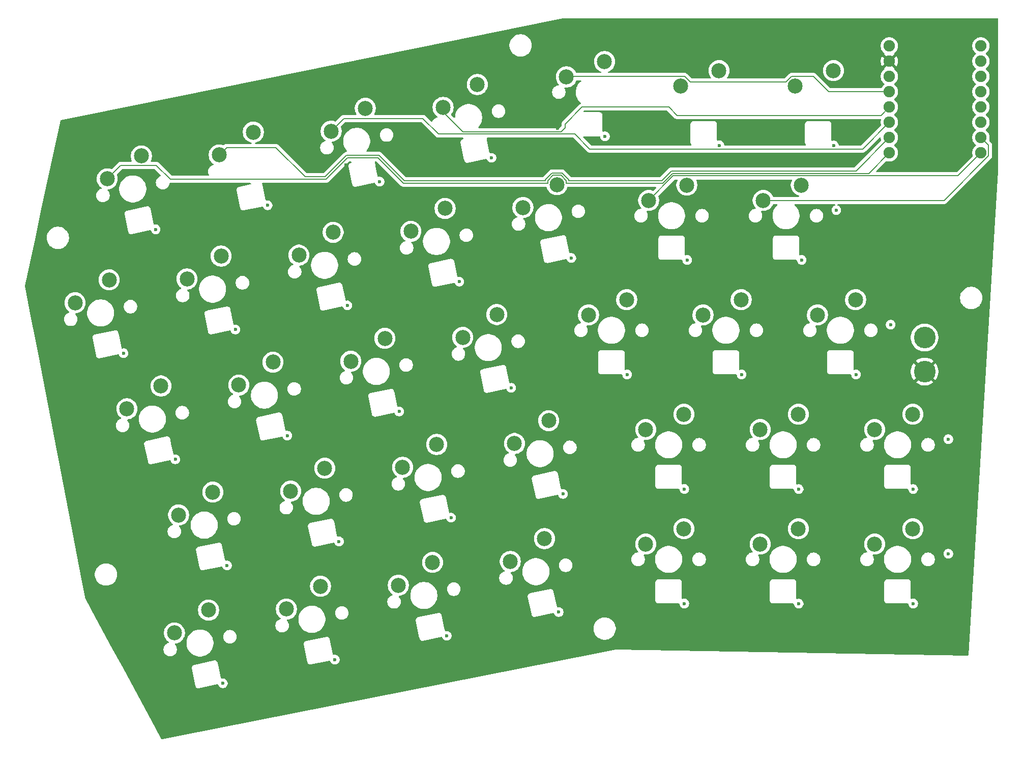
<source format=gbr>
%TF.GenerationSoftware,KiCad,Pcbnew,9.0.3*%
%TF.CreationDate,2025-11-25T10:19:28-05:00*%
%TF.ProjectId,Wren,5772656e-2e6b-4696-9361-645f70636258,rev?*%
%TF.SameCoordinates,Original*%
%TF.FileFunction,Copper,L2,Inr*%
%TF.FilePolarity,Positive*%
%FSLAX46Y46*%
G04 Gerber Fmt 4.6, Leading zero omitted, Abs format (unit mm)*
G04 Created by KiCad (PCBNEW 9.0.3) date 2025-11-25 10:19:28*
%MOMM*%
%LPD*%
G01*
G04 APERTURE LIST*
%TA.AperFunction,ComponentPad*%
%ADD10C,2.500000*%
%TD*%
%TA.AperFunction,ComponentPad*%
%ADD11C,3.600000*%
%TD*%
%TA.AperFunction,ComponentPad*%
%ADD12C,1.905000*%
%TD*%
%TA.AperFunction,ViaPad*%
%ADD13C,0.600000*%
%TD*%
%TA.AperFunction,Conductor*%
%ADD14C,0.200000*%
%TD*%
G04 APERTURE END LIST*
D10*
%TO.N,col4*%
%TO.C,SW54*%
X361314929Y-174844623D03*
%TO.N,Net-(D89-A)*%
X367664929Y-172304623D03*
%TD*%
%TO.N,col5*%
%TO.C,SW55*%
X380364929Y-174844623D03*
%TO.N,Net-(D90-A)*%
X386714929Y-172304623D03*
%TD*%
%TO.N,col0*%
%TO.C,SW50*%
X284471913Y-190451770D03*
%TO.N,Net-(D85-A)*%
X290155054Y-186647036D03*
%TD*%
%TO.N,col3*%
%TO.C,SW67*%
X348294485Y-215837041D03*
%TO.N,Net-(D102-A)*%
X353977626Y-212032307D03*
%TD*%
%TO.N,col1*%
%TO.C,SW58*%
X311724743Y-204134564D03*
%TO.N,Net-(D93-A)*%
X317407884Y-200329830D03*
%TD*%
%TO.N,col1*%
%TO.C,SW51*%
X303105625Y-186491052D03*
%TO.N,Net-(D86-A)*%
X308788766Y-182686318D03*
%TD*%
%TO.N,col1*%
%TO.C,SW37*%
X299842789Y-148233429D03*
%TO.N,Net-(D72-A)*%
X305525930Y-144428695D03*
%TD*%
%TO.N,col5*%
%TO.C,SW62*%
X389889929Y-193894623D03*
%TO.N,Net-(D97-A)*%
X396239929Y-191354623D03*
%TD*%
%TO.N,col3*%
%TO.C,SW53*%
X340373049Y-178569617D03*
%TO.N,Net-(D88-A)*%
X346056190Y-174764883D03*
%TD*%
%TO.N,col6*%
%TO.C,SW70*%
X408939929Y-212944623D03*
%TO.N,Net-(D105-A)*%
X415289929Y-210404623D03*
%TD*%
%TO.N,col2*%
%TO.C,SW45*%
X313120219Y-164886823D03*
%TO.N,Net-(D80-A)*%
X318803360Y-161082089D03*
%TD*%
%TO.N,col2*%
%TO.C,SW59*%
X330358455Y-200173846D03*
%TO.N,Net-(D94-A)*%
X336041596Y-196369112D03*
%TD*%
%TO.N,col0*%
%TO.C,SW64*%
X292393349Y-227719194D03*
%TO.N,Net-(D99-A)*%
X298076490Y-223914460D03*
%TD*%
%TO.N,col0*%
%TO.C,SW36*%
X281209077Y-152194146D03*
%TO.N,Net-(D71-A)*%
X286892218Y-148389412D03*
%TD*%
%TO.N,col6*%
%TO.C,SW63*%
X408939929Y-193894623D03*
%TO.N,Net-(D98-A)*%
X415289929Y-191354623D03*
%TD*%
%TO.N,col5*%
%TO.C,SW41*%
X376685048Y-136744629D03*
%TO.N,Net-(D76-A)*%
X383035048Y-134204629D03*
%TD*%
%TO.N,col0*%
%TO.C,SW43*%
X275852795Y-172808258D03*
%TO.N,Net-(D78-A)*%
X281535936Y-169003524D03*
%TD*%
%TO.N,col4*%
%TO.C,SW40*%
X357635048Y-135244229D03*
%TO.N,Net-(D75-A)*%
X363985048Y-132704229D03*
%TD*%
D11*
%TO.N,+5V*%
%TO.C,J1*%
X417250000Y-178600000D03*
%TD*%
D10*
%TO.N,col6*%
%TO.C,SW56*%
X399414929Y-174844623D03*
%TO.N,Net-(D91-A)*%
X405764929Y-172304623D03*
%TD*%
%TO.N,col2*%
%TO.C,SW52*%
X321739337Y-182530334D03*
%TO.N,Net-(D87-A)*%
X327422478Y-178725600D03*
%TD*%
%TO.N,col3*%
%TO.C,SW46*%
X331753931Y-160926105D03*
%TO.N,Net-(D81-A)*%
X337437072Y-157121371D03*
%TD*%
%TO.N,col1*%
%TO.C,SW44*%
X294486507Y-168847540D03*
%TO.N,Net-(D79-A)*%
X300169648Y-165042806D03*
%TD*%
%TO.N,col4*%
%TO.C,SW61*%
X370839929Y-193894623D03*
%TO.N,Net-(D96-A)*%
X377189929Y-191354623D03*
%TD*%
%TO.N,col2*%
%TO.C,SW38*%
X318476501Y-144272711D03*
%TO.N,Net-(D73-A)*%
X324159642Y-140467977D03*
%TD*%
%TO.N,col6*%
%TO.C,SW49*%
X390374929Y-155794623D03*
%TO.N,Net-(D84-A)*%
X396724929Y-153254623D03*
%TD*%
%TO.N,col3*%
%TO.C,SW60*%
X348992167Y-196213129D03*
%TO.N,Net-(D95-A)*%
X354675308Y-192408395D03*
%TD*%
%TO.N,col4*%
%TO.C,SW68*%
X370839929Y-212944623D03*
%TO.N,Net-(D103-A)*%
X377189929Y-210404623D03*
%TD*%
%TO.N,col1*%
%TO.C,SW65*%
X311027061Y-223758476D03*
%TO.N,Net-(D100-A)*%
X316710202Y-219953742D03*
%TD*%
%TO.N,col3*%
%TO.C,SW39*%
X337110213Y-140311993D03*
%TO.N,Net-(D74-A)*%
X342793354Y-136507259D03*
%TD*%
%TO.N,col2*%
%TO.C,SW66*%
X329660773Y-219797759D03*
%TO.N,Net-(D101-A)*%
X335343914Y-215993025D03*
%TD*%
D11*
%TO.N,GND*%
%TO.C,J2*%
X417250000Y-184250000D03*
%TD*%
D10*
%TO.N,col5*%
%TO.C,SW69*%
X389889929Y-212944623D03*
%TO.N,Net-(D104-A)*%
X396239929Y-210404623D03*
%TD*%
%TO.N,col6*%
%TO.C,SW42*%
X395735048Y-136744629D03*
%TO.N,Net-(D77-A)*%
X402085048Y-134204629D03*
%TD*%
%TO.N,col0*%
%TO.C,SW57*%
X293091031Y-208095282D03*
%TO.N,Net-(D92-A)*%
X298774172Y-204290548D03*
%TD*%
%TO.N,col4*%
%TO.C,SW47*%
X350387594Y-156965387D03*
%TO.N,Net-(D82-A)*%
X356070735Y-153160653D03*
%TD*%
%TO.N,col5*%
%TO.C,SW48*%
X371324929Y-155794623D03*
%TO.N,Net-(D83-A)*%
X377674929Y-153254623D03*
%TD*%
D12*
%TO.N,col0*%
%TO.C,U2*%
X411380000Y-147880000D03*
%TO.N,col1*%
X411380000Y-145340000D03*
%TO.N,col2*%
X411380000Y-142800000D03*
%TO.N,col3*%
X411380000Y-140260000D03*
%TO.N,unconnected-(U2-3V3-Pad3.3)*%
X411380000Y-135180000D03*
%TO.N,col4*%
X411380000Y-137720000D03*
%TO.N,row0*%
X426620000Y-130100000D03*
%TO.N,+5V*%
X411380000Y-130100000D03*
%TO.N,led*%
X426620000Y-132640000D03*
%TO.N,row4*%
X426620000Y-135180000D03*
%TO.N,row3*%
X426620000Y-137720000D03*
%TO.N,row2*%
X426620000Y-140260000D03*
%TO.N,row1*%
X426620000Y-142800000D03*
%TO.N,col6*%
X426620000Y-145340000D03*
%TO.N,col5*%
X426620000Y-147880000D03*
%TO.N,GND*%
X411380000Y-132640000D03*
%TD*%
D13*
%TO.N,GND*%
X326750000Y-194050000D03*
X304900000Y-159750000D03*
X286300000Y-163700000D03*
X286850000Y-196050000D03*
X294800000Y-233350000D03*
X411750000Y-225250000D03*
X402921918Y-187028082D03*
X324150000Y-188150000D03*
X316050000Y-235250000D03*
X302250000Y-153900000D03*
X320900000Y-149900000D03*
X410050000Y-218950000D03*
X362500000Y-180850000D03*
X297400000Y-239200000D03*
X332050000Y-225450000D03*
X305500000Y-192100000D03*
X313450000Y-229400000D03*
X393509418Y-168090582D03*
X298150000Y-219600000D03*
X345400000Y-190100000D03*
X398550000Y-149050000D03*
X356193241Y-143755344D03*
X323550000Y-155800000D03*
X396850000Y-142700000D03*
X381449858Y-180850000D03*
X283600000Y-157850000D03*
X342750000Y-184200000D03*
X318250000Y-176350000D03*
X280900000Y-184300000D03*
X332750000Y-205800000D03*
X289550000Y-201950000D03*
X379550000Y-149050000D03*
X350700000Y-221500000D03*
X372000000Y-199900000D03*
X351400000Y-201850000D03*
X353500000Y-227300000D03*
X372000000Y-218950000D03*
X372400000Y-161800000D03*
X352800000Y-162600000D03*
X411800000Y-206200000D03*
X296900000Y-174500000D03*
X364821918Y-187028082D03*
X354100000Y-207700000D03*
X391450000Y-161750000D03*
X314100000Y-209750000D03*
X373700000Y-225250000D03*
X410000000Y-199850000D03*
X383871918Y-187028082D03*
X316750000Y-215650000D03*
X377750000Y-142700000D03*
X315500000Y-170550000D03*
X391000000Y-218950000D03*
X355709418Y-168390582D03*
X360450000Y-147550000D03*
X334150000Y-166550000D03*
X334750000Y-231300000D03*
X335450000Y-211650000D03*
X374434418Y-168065582D03*
X339500000Y-145950000D03*
X308200000Y-197950000D03*
X392750000Y-225250000D03*
X392750000Y-206200000D03*
X400450000Y-180750000D03*
X295450000Y-213750000D03*
X390950000Y-199850000D03*
X336850000Y-172450000D03*
X278356633Y-178450000D03*
X373650000Y-206200000D03*
X299600000Y-180300000D03*
X342080567Y-151650000D03*
%TO.N,+5V*%
X307903875Y-156600000D03*
X396291026Y-203791026D03*
X415349929Y-222832123D03*
X338419540Y-208550000D03*
X402138588Y-146638588D03*
X357053252Y-204600000D03*
X405824929Y-184732123D03*
X283913881Y-181200000D03*
X319785828Y-212500000D03*
X302547592Y-177250000D03*
X377249929Y-203782123D03*
X367724929Y-184732123D03*
X396784929Y-165682123D03*
X386774929Y-184732123D03*
X364045048Y-145131729D03*
X348434134Y-186950000D03*
X356355570Y-224250000D03*
X289270163Y-160600000D03*
X319088147Y-232150000D03*
X377249929Y-222832123D03*
X415341026Y-203791026D03*
X329800422Y-190900000D03*
X339815016Y-169300000D03*
X377733526Y-165683526D03*
X311166710Y-194900000D03*
X358448680Y-165350000D03*
X292532999Y-198850000D03*
X345171298Y-148700000D03*
X383095048Y-146632129D03*
X301152117Y-216500000D03*
X396291026Y-222841026D03*
X337721858Y-228200000D03*
X300454435Y-236100000D03*
X321181304Y-173250000D03*
X326537586Y-152650000D03*
%TO.N,row1*%
X402550000Y-157400000D03*
%TO.N,row2*%
X411600000Y-176450000D03*
%TO.N,row3*%
X421200000Y-195500000D03*
%TO.N,row4*%
X421200000Y-214550000D03*
%TD*%
D14*
%TO.N,col0*%
X407957377Y-151302623D02*
X375249829Y-151302623D01*
X283462811Y-149940412D02*
X281209077Y-152194146D01*
X357621735Y-152518207D02*
X356713181Y-151609653D01*
X373652452Y-152900000D02*
X357621735Y-152900000D01*
X411380000Y-147880000D02*
X407957377Y-151302623D01*
X375249829Y-151302623D02*
X373652452Y-152900000D01*
X355428289Y-151609653D02*
X354519735Y-152518207D01*
X356713181Y-151609653D02*
X355428289Y-151609653D01*
X357621735Y-152900000D02*
X357621735Y-152518207D01*
X317623220Y-152276780D02*
X291688140Y-152276780D01*
X321182938Y-148717062D02*
X317623220Y-152276780D01*
X291688140Y-152276780D02*
X289351772Y-149940412D01*
X354519735Y-152900000D02*
X330476361Y-152900000D01*
X289351772Y-149940412D02*
X283462811Y-149940412D01*
X354519735Y-152518207D02*
X354519735Y-152900000D01*
X326293423Y-148717062D02*
X321182938Y-148717062D01*
X330476361Y-152900000D02*
X326293423Y-148717062D01*
%TO.N,col1*%
X358022735Y-152499000D02*
X358022735Y-152352107D01*
X317457120Y-151875780D02*
X314125780Y-151875780D01*
X309233430Y-146983430D02*
X301092788Y-146983430D01*
X314125780Y-151875780D02*
X309233430Y-146983430D01*
X354118735Y-152352107D02*
X354118735Y-152499000D01*
X321016838Y-148316062D02*
X317457120Y-151875780D01*
X373486352Y-152499000D02*
X358022735Y-152499000D01*
X301092788Y-146983430D02*
X299842789Y-148233429D01*
X355262189Y-151208653D02*
X354118735Y-152352107D01*
X354118735Y-152499000D02*
X330642461Y-152499000D01*
X326459523Y-148316062D02*
X321016838Y-148316062D01*
X405818377Y-150901623D02*
X375083729Y-150901623D01*
X375083729Y-150901623D02*
X373486352Y-152499000D01*
X330642461Y-152499000D02*
X326459523Y-148316062D01*
X358022735Y-152352107D02*
X356879281Y-151208653D01*
X411380000Y-145340000D02*
X405818377Y-150901623D01*
X356879281Y-151208653D02*
X355262189Y-151208653D01*
%TO.N,col2*%
X411380000Y-142800000D02*
X406940412Y-147239588D01*
X406940412Y-147239588D02*
X361525465Y-147239588D01*
X336358044Y-144756344D02*
X333751700Y-142150000D01*
X361525465Y-147239588D02*
X359042221Y-144756344D01*
X333751700Y-142150000D02*
X320599212Y-142150000D01*
X359042221Y-144756344D02*
X336358044Y-144756344D01*
X320599212Y-142150000D02*
X318476501Y-144272711D01*
%TO.N,col3*%
X357425000Y-143079335D02*
X360244335Y-140260000D01*
X374656593Y-140260000D02*
X376032222Y-141635629D01*
X337110213Y-141074322D02*
X340391235Y-144355344D01*
X410004371Y-141635629D02*
X411380000Y-140260000D01*
X360244335Y-140260000D02*
X374656593Y-140260000D01*
X357425000Y-143675000D02*
X357425000Y-143079335D01*
X376032222Y-141635629D02*
X410004371Y-141635629D01*
X340391235Y-144355344D02*
X356744656Y-144355344D01*
X337110213Y-140311993D02*
X337110213Y-141074322D01*
X356744656Y-144355344D02*
X357425000Y-143675000D01*
%TO.N,col4*%
X394184048Y-136102183D02*
X378236048Y-136102183D01*
X401305235Y-137720000D02*
X398778864Y-135193629D01*
X357685648Y-135193629D02*
X357635048Y-135244229D01*
X378236048Y-136102183D02*
X377327494Y-135193629D01*
X377327494Y-135193629D02*
X357685648Y-135193629D01*
X411380000Y-137720000D02*
X401305235Y-137720000D01*
X398778864Y-135193629D02*
X395092602Y-135193629D01*
X395092602Y-135193629D02*
X394184048Y-136102183D01*
%TO.N,col5*%
X375415929Y-151703623D02*
X371324929Y-155794623D01*
X422796377Y-151703623D02*
X375415929Y-151703623D01*
X426620000Y-147880000D02*
X422796377Y-151703623D01*
%TO.N,col6*%
X426620000Y-145340000D02*
X427873500Y-146593500D01*
X420478094Y-155794623D02*
X390374929Y-155794623D01*
X427873500Y-146593500D02*
X427873500Y-148399217D01*
X427873500Y-148399217D02*
X420478094Y-155794623D01*
%TD*%
%TA.AperFunction,Conductor*%
%TO.N,GND*%
G36*
X374423535Y-140880185D02*
G01*
X374444177Y-140896819D01*
X375547361Y-142000003D01*
X375547371Y-142000014D01*
X375551701Y-142004344D01*
X375551702Y-142004345D01*
X375663506Y-142116149D01*
X375725343Y-142151850D01*
X375762890Y-142173528D01*
X375800434Y-142195205D01*
X375800436Y-142195205D01*
X375800437Y-142195206D01*
X375953165Y-142236129D01*
X409864767Y-142236129D01*
X409931806Y-142255814D01*
X409977561Y-142308618D01*
X409987505Y-142377776D01*
X409982698Y-142398448D01*
X409962777Y-142459754D01*
X409927000Y-142685646D01*
X409927000Y-142914353D01*
X409962778Y-143140248D01*
X409995146Y-143239868D01*
X409997141Y-143309709D01*
X409964896Y-143365866D01*
X406727996Y-146602769D01*
X406666673Y-146636254D01*
X406640315Y-146639088D01*
X403056634Y-146639088D01*
X402989595Y-146619403D01*
X402943840Y-146566599D01*
X402935017Y-146539279D01*
X402924962Y-146488730D01*
X402908325Y-146405091D01*
X402865962Y-146302816D01*
X402847985Y-146259415D01*
X402847978Y-146259402D01*
X402760377Y-146128299D01*
X402760374Y-146128295D01*
X402648880Y-146016801D01*
X402648876Y-146016798D01*
X402517773Y-145929197D01*
X402517760Y-145929190D01*
X402372089Y-145868852D01*
X402372077Y-145868849D01*
X402217433Y-145838088D01*
X402217430Y-145838088D01*
X402059746Y-145838088D01*
X402059743Y-145838088D01*
X401899116Y-145870039D01*
X401898864Y-145868773D01*
X401835674Y-145869337D01*
X401776562Y-145832087D01*
X401746972Y-145768793D01*
X401745548Y-145750053D01*
X401745548Y-143043739D01*
X401745548Y-143043737D01*
X401711440Y-142916443D01*
X401645548Y-142802315D01*
X401552362Y-142709129D01*
X401465708Y-142659099D01*
X401438235Y-142643237D01*
X401372463Y-142625614D01*
X401310940Y-142609129D01*
X397910940Y-142609129D01*
X397779156Y-142609129D01*
X397651860Y-142643237D01*
X397537734Y-142709129D01*
X397537731Y-142709131D01*
X397444550Y-142802312D01*
X397444548Y-142802315D01*
X397378656Y-142916441D01*
X397368648Y-142953792D01*
X397344548Y-143043737D01*
X397344548Y-146043737D01*
X397344548Y-146175521D01*
X397358710Y-146228376D01*
X397378656Y-146302816D01*
X397411602Y-146359879D01*
X397444548Y-146416943D01*
X397444550Y-146416945D01*
X397455012Y-146427407D01*
X397488497Y-146488730D01*
X397483513Y-146558422D01*
X397441641Y-146614355D01*
X397376177Y-146638772D01*
X397367331Y-146639088D01*
X384014379Y-146639088D01*
X383947340Y-146619403D01*
X383901585Y-146566599D01*
X383892762Y-146539279D01*
X383874661Y-146448283D01*
X383864785Y-146398632D01*
X383858267Y-146382895D01*
X383804445Y-146252956D01*
X383804438Y-146252943D01*
X383716837Y-146121840D01*
X383716834Y-146121836D01*
X383605340Y-146010342D01*
X383605336Y-146010339D01*
X383474233Y-145922738D01*
X383474220Y-145922731D01*
X383328549Y-145862393D01*
X383328537Y-145862390D01*
X383173893Y-145831629D01*
X383173890Y-145831629D01*
X383016206Y-145831629D01*
X383016203Y-145831629D01*
X382861558Y-145862390D01*
X382855724Y-145864160D01*
X382854921Y-145861514D01*
X382797104Y-145867525D01*
X382734735Y-145836031D01*
X382699293Y-145775818D01*
X382695548Y-145745573D01*
X382695548Y-143043739D01*
X382695548Y-143043737D01*
X382661440Y-142916443D01*
X382595548Y-142802315D01*
X382502362Y-142709129D01*
X382415708Y-142659099D01*
X382388235Y-142643237D01*
X382322463Y-142625614D01*
X382260940Y-142609129D01*
X378860940Y-142609129D01*
X378729156Y-142609129D01*
X378601860Y-142643237D01*
X378487734Y-142709129D01*
X378487731Y-142709131D01*
X378394550Y-142802312D01*
X378394548Y-142802315D01*
X378328656Y-142916441D01*
X378318648Y-142953792D01*
X378294548Y-143043737D01*
X378294548Y-146043737D01*
X378294548Y-146175521D01*
X378308710Y-146228376D01*
X378328656Y-146302816D01*
X378361602Y-146359879D01*
X378394548Y-146416943D01*
X378394550Y-146416945D01*
X378405012Y-146427407D01*
X378438497Y-146488730D01*
X378433513Y-146558422D01*
X378391641Y-146614355D01*
X378326177Y-146638772D01*
X378317331Y-146639088D01*
X361825562Y-146639088D01*
X361758523Y-146619403D01*
X361737881Y-146602769D01*
X360456522Y-145321410D01*
X360423037Y-145260087D01*
X360428021Y-145190395D01*
X360469893Y-145134462D01*
X360535357Y-145110045D01*
X360544203Y-145109729D01*
X363122725Y-145109729D01*
X363189764Y-145129414D01*
X363235519Y-145182218D01*
X363244342Y-145209538D01*
X363275309Y-145365218D01*
X363275312Y-145365230D01*
X363335650Y-145510901D01*
X363335657Y-145510914D01*
X363423258Y-145642017D01*
X363423261Y-145642021D01*
X363534755Y-145753515D01*
X363534759Y-145753518D01*
X363665862Y-145841119D01*
X363665875Y-145841126D01*
X363777365Y-145887306D01*
X363811551Y-145901466D01*
X363918457Y-145922731D01*
X363966201Y-145932228D01*
X363966204Y-145932229D01*
X363966206Y-145932229D01*
X364123892Y-145932229D01*
X364123893Y-145932228D01*
X364278545Y-145901466D01*
X364391214Y-145854796D01*
X364424220Y-145841126D01*
X364424220Y-145841125D01*
X364424227Y-145841123D01*
X364555337Y-145753518D01*
X364666837Y-145642018D01*
X364754442Y-145510908D01*
X364814785Y-145365226D01*
X364845548Y-145210571D01*
X364845548Y-145052887D01*
X364845548Y-145052884D01*
X364845547Y-145052882D01*
X364834521Y-144997450D01*
X364814785Y-144898232D01*
X364814783Y-144898227D01*
X364754445Y-144752556D01*
X364754438Y-144752543D01*
X364666837Y-144621440D01*
X364666834Y-144621436D01*
X364555340Y-144509942D01*
X364555336Y-144509939D01*
X364424233Y-144422338D01*
X364424220Y-144422331D01*
X364278549Y-144361993D01*
X364278537Y-144361990D01*
X364123893Y-144331229D01*
X364123890Y-144331229D01*
X363966206Y-144331229D01*
X363966203Y-144331229D01*
X363811558Y-144361990D01*
X363805724Y-144363760D01*
X363804921Y-144361114D01*
X363747104Y-144367125D01*
X363684735Y-144335631D01*
X363649293Y-144275418D01*
X363645548Y-144245173D01*
X363645548Y-141543339D01*
X363645548Y-141543337D01*
X363611440Y-141416043D01*
X363606711Y-141407853D01*
X363583866Y-141368284D01*
X363545548Y-141301915D01*
X363452362Y-141208729D01*
X363395298Y-141175783D01*
X363338235Y-141142837D01*
X363274587Y-141125783D01*
X363210940Y-141108729D01*
X363210939Y-141108729D01*
X360544204Y-141108729D01*
X360522958Y-141102490D01*
X360500870Y-141100911D01*
X360490086Y-141092838D01*
X360477165Y-141089044D01*
X360462665Y-141072310D01*
X360444937Y-141059039D01*
X360440229Y-141046418D01*
X360431410Y-141036240D01*
X360428258Y-141014322D01*
X360420520Y-140993575D01*
X360423382Y-140980414D01*
X360421466Y-140967082D01*
X360430665Y-140946938D01*
X360435372Y-140925302D01*
X360448640Y-140907576D01*
X360450491Y-140903526D01*
X360456523Y-140897048D01*
X360456752Y-140896819D01*
X360518075Y-140863334D01*
X360544433Y-140860500D01*
X374356496Y-140860500D01*
X374423535Y-140880185D01*
G37*
%TD.AperFunction*%
%TA.AperFunction,Conductor*%
G36*
X429442539Y-125520185D02*
G01*
X429488294Y-125572989D01*
X429499500Y-125624500D01*
X429499500Y-150980742D01*
X429499264Y-150988382D01*
X424537243Y-231373109D01*
X424513466Y-231438808D01*
X424457943Y-231481223D01*
X424411378Y-231489451D01*
X366024077Y-230499835D01*
X366020974Y-230499782D01*
X365967732Y-230496214D01*
X365955291Y-230498669D01*
X365942604Y-230498454D01*
X365942597Y-230498455D01*
X365893797Y-230510648D01*
X365887750Y-230511999D01*
X290354149Y-245419946D01*
X290284567Y-245413615D01*
X290229454Y-245370670D01*
X290221107Y-245357352D01*
X289199836Y-243471930D01*
X283823299Y-233546016D01*
X295277337Y-233546016D01*
X295277337Y-233546020D01*
X295899719Y-236474098D01*
X295899720Y-236474103D01*
X295928471Y-236609365D01*
X295988300Y-236726787D01*
X296076481Y-236824720D01*
X296145799Y-236869735D01*
X296187004Y-236896494D01*
X296312338Y-236937218D01*
X296443942Y-236944115D01*
X299554042Y-236283042D01*
X299623708Y-236288358D01*
X299679442Y-236330495D01*
X299694383Y-236356880D01*
X299745037Y-236479172D01*
X299745044Y-236479185D01*
X299832645Y-236610288D01*
X299832648Y-236610292D01*
X299944142Y-236721786D01*
X299944146Y-236721789D01*
X300075249Y-236809390D01*
X300075262Y-236809397D01*
X300220933Y-236869735D01*
X300220938Y-236869737D01*
X300355434Y-236896490D01*
X300375588Y-236900499D01*
X300375591Y-236900500D01*
X300375593Y-236900500D01*
X300533279Y-236900500D01*
X300533280Y-236900499D01*
X300687932Y-236869737D01*
X300833614Y-236809394D01*
X300964724Y-236721789D01*
X301076224Y-236610289D01*
X301163829Y-236479179D01*
X301224172Y-236333497D01*
X301254935Y-236178842D01*
X301254935Y-236021158D01*
X301254935Y-236021155D01*
X301254934Y-236021153D01*
X301224173Y-235866510D01*
X301224172Y-235866503D01*
X301216189Y-235847229D01*
X301163832Y-235720827D01*
X301163825Y-235720814D01*
X301076224Y-235589711D01*
X301076221Y-235589707D01*
X300964727Y-235478213D01*
X300964723Y-235478210D01*
X300833620Y-235390609D01*
X300833607Y-235390602D01*
X300687936Y-235330264D01*
X300687924Y-235330261D01*
X300533280Y-235299500D01*
X300533277Y-235299500D01*
X300375593Y-235299500D01*
X300375588Y-235299500D01*
X300278581Y-235318796D01*
X300208989Y-235312569D01*
X300153812Y-235269706D01*
X300133100Y-235222960D01*
X299748682Y-233414413D01*
X299613941Y-232780509D01*
X299613941Y-232780502D01*
X299609562Y-232759903D01*
X299609563Y-232759902D01*
X299582163Y-232630998D01*
X299522335Y-232513577D01*
X299522333Y-232513575D01*
X299522333Y-232513574D01*
X299434152Y-232415641D01*
X299323635Y-232343871D01*
X299323632Y-232343869D01*
X299323631Y-232343868D01*
X299323630Y-232343868D01*
X299198296Y-232303144D01*
X299198293Y-232303143D01*
X299198289Y-232303143D01*
X299066692Y-232296247D01*
X299066688Y-232296247D01*
X295747358Y-233001792D01*
X295747349Y-233001795D01*
X295740993Y-233003146D01*
X295740992Y-233003146D01*
X295696997Y-233012497D01*
X295612086Y-233030546D01*
X295494664Y-233090375D01*
X295396731Y-233178556D01*
X295396731Y-233178557D01*
X295324961Y-233289073D01*
X295324959Y-233289076D01*
X295284234Y-233414414D01*
X295284233Y-233414419D01*
X295277337Y-233546016D01*
X283823299Y-233546016D01*
X282107917Y-230379157D01*
X290553697Y-230379157D01*
X290553697Y-230556314D01*
X290581411Y-230731292D01*
X290636153Y-230899775D01*
X290636154Y-230899778D01*
X290716583Y-231057626D01*
X290820714Y-231200950D01*
X290945983Y-231326219D01*
X291089307Y-231430350D01*
X291166726Y-231469797D01*
X291247154Y-231510778D01*
X291247157Y-231510779D01*
X291300806Y-231528210D01*
X291415642Y-231565522D01*
X291590618Y-231593236D01*
X291590619Y-231593236D01*
X291767775Y-231593236D01*
X291767776Y-231593236D01*
X291942752Y-231565522D01*
X292111239Y-231510778D01*
X292269087Y-231430350D01*
X292412411Y-231326219D01*
X292537680Y-231200950D01*
X292641811Y-231057626D01*
X292722239Y-230899778D01*
X292776983Y-230731291D01*
X292804697Y-230556315D01*
X292804697Y-230379157D01*
X292776983Y-230204181D01*
X292722239Y-230035694D01*
X292722239Y-230035693D01*
X292641810Y-229877845D01*
X292537680Y-229734522D01*
X292478017Y-229674859D01*
X292444532Y-229613536D01*
X292449516Y-229543844D01*
X292491388Y-229487911D01*
X292549511Y-229464239D01*
X292735587Y-229439742D01*
X292957236Y-229380352D01*
X293169237Y-229292538D01*
X293218613Y-229264031D01*
X294397687Y-229264031D01*
X294397687Y-229559058D01*
X294420788Y-229734519D01*
X294436194Y-229851538D01*
X294457538Y-229931194D01*
X294512548Y-230136496D01*
X294512551Y-230136506D01*
X294625441Y-230409045D01*
X294625445Y-230409055D01*
X294772948Y-230664538D01*
X294952539Y-230898585D01*
X294952545Y-230898592D01*
X295161139Y-231107186D01*
X295161146Y-231107192D01*
X295395193Y-231286783D01*
X295650676Y-231434286D01*
X295650677Y-231434286D01*
X295650680Y-231434288D01*
X295923235Y-231547184D01*
X296208194Y-231623538D01*
X296500681Y-231662045D01*
X296500688Y-231662045D01*
X296795686Y-231662045D01*
X296795693Y-231662045D01*
X297088180Y-231623538D01*
X297373139Y-231547184D01*
X297645694Y-231434288D01*
X297901181Y-231286783D01*
X298135229Y-231107191D01*
X298343833Y-230898587D01*
X298523425Y-230664539D01*
X298670930Y-230409052D01*
X298783826Y-230136497D01*
X298860180Y-229851538D01*
X298895231Y-229585298D01*
X313911049Y-229585298D01*
X313911049Y-229585302D01*
X314533431Y-232513380D01*
X314533432Y-232513385D01*
X314533473Y-232513577D01*
X314534783Y-232519739D01*
X314534783Y-232519742D01*
X314536789Y-232529179D01*
X314562183Y-232648647D01*
X314622012Y-232766069D01*
X314710193Y-232864002D01*
X314795508Y-232919406D01*
X314820716Y-232935776D01*
X314946050Y-232976500D01*
X315077654Y-232983397D01*
X318183673Y-232323191D01*
X318253339Y-232328507D01*
X318309073Y-232370644D01*
X318324014Y-232397028D01*
X318378751Y-232529176D01*
X318378756Y-232529185D01*
X318466357Y-232660288D01*
X318466360Y-232660292D01*
X318577854Y-232771786D01*
X318577858Y-232771789D01*
X318708961Y-232859390D01*
X318708974Y-232859397D01*
X318854645Y-232919735D01*
X318854650Y-232919737D01*
X319009300Y-232950499D01*
X319009303Y-232950500D01*
X319009305Y-232950500D01*
X319166991Y-232950500D01*
X319166992Y-232950499D01*
X319321644Y-232919737D01*
X319467326Y-232859394D01*
X319598436Y-232771789D01*
X319709936Y-232660289D01*
X319797541Y-232529179D01*
X319857884Y-232383497D01*
X319888647Y-232228842D01*
X319888647Y-232071158D01*
X319888647Y-232071155D01*
X319888646Y-232071153D01*
X319857885Y-231916510D01*
X319857884Y-231916503D01*
X319845461Y-231886511D01*
X319797544Y-231770827D01*
X319797537Y-231770814D01*
X319709936Y-231639711D01*
X319709933Y-231639707D01*
X319598439Y-231528213D01*
X319598435Y-231528210D01*
X319467332Y-231440609D01*
X319467319Y-231440602D01*
X319321648Y-231380264D01*
X319321636Y-231380261D01*
X319166992Y-231349500D01*
X319166989Y-231349500D01*
X319009305Y-231349500D01*
X319009300Y-231349500D01*
X318914479Y-231368361D01*
X318844887Y-231362134D01*
X318789710Y-231319270D01*
X318768998Y-231272525D01*
X318753785Y-231200952D01*
X318247653Y-228819791D01*
X318247653Y-228819784D01*
X318243274Y-228799185D01*
X318243275Y-228799184D01*
X318215875Y-228670280D01*
X318156047Y-228552859D01*
X318156045Y-228552857D01*
X318156045Y-228552856D01*
X318067864Y-228454923D01*
X317957347Y-228383153D01*
X317957344Y-228383151D01*
X317957343Y-228383150D01*
X317957342Y-228383150D01*
X317832008Y-228342426D01*
X317832005Y-228342425D01*
X317832001Y-228342425D01*
X317700404Y-228335529D01*
X317700400Y-228335529D01*
X314381070Y-229041074D01*
X314381061Y-229041077D01*
X314374705Y-229042428D01*
X314374704Y-229042428D01*
X314330709Y-229051779D01*
X314245798Y-229069828D01*
X314128376Y-229129657D01*
X314030443Y-229217838D01*
X314030443Y-229217839D01*
X313958673Y-229328355D01*
X313958671Y-229328358D01*
X313958670Y-229328360D01*
X313958670Y-229328361D01*
X313918127Y-229453140D01*
X313917946Y-229453696D01*
X313917945Y-229453701D01*
X313911049Y-229585298D01*
X298895231Y-229585298D01*
X298898687Y-229559051D01*
X298898687Y-229264039D01*
X298860180Y-228971552D01*
X298783826Y-228686593D01*
X298774145Y-228663222D01*
X298739331Y-228579172D01*
X298670930Y-228414038D01*
X298659511Y-228394260D01*
X298618891Y-228323903D01*
X298585908Y-228266775D01*
X300491677Y-228266775D01*
X300491677Y-228443933D01*
X300499778Y-228495082D01*
X300519391Y-228618910D01*
X300574133Y-228787393D01*
X300574134Y-228787396D01*
X300636294Y-228909390D01*
X300654563Y-228945244D01*
X300758694Y-229088568D01*
X300883963Y-229213837D01*
X301027287Y-229317968D01*
X301101344Y-229355702D01*
X301185134Y-229398396D01*
X301185137Y-229398397D01*
X301266067Y-229424692D01*
X301353622Y-229453140D01*
X301528598Y-229480854D01*
X301528599Y-229480854D01*
X301705755Y-229480854D01*
X301705756Y-229480854D01*
X301880732Y-229453140D01*
X302049219Y-229398396D01*
X302207067Y-229317968D01*
X302350391Y-229213837D01*
X302475660Y-229088568D01*
X302579791Y-228945244D01*
X302660219Y-228787396D01*
X302714963Y-228618909D01*
X302742677Y-228443933D01*
X302742677Y-228266775D01*
X302714963Y-228091799D01*
X302674255Y-227966510D01*
X302660220Y-227923314D01*
X302660219Y-227923311D01*
X302579790Y-227765463D01*
X302475660Y-227622140D01*
X302350391Y-227496871D01*
X302207067Y-227392740D01*
X302176105Y-227376964D01*
X302049219Y-227312311D01*
X302049216Y-227312310D01*
X301880733Y-227257568D01*
X301793244Y-227243711D01*
X301705756Y-227229854D01*
X301528598Y-227229854D01*
X301470272Y-227239092D01*
X301353620Y-227257568D01*
X301185137Y-227312310D01*
X301185134Y-227312311D01*
X301027286Y-227392740D01*
X300945515Y-227452150D01*
X300883963Y-227496871D01*
X300883961Y-227496873D01*
X300883960Y-227496873D01*
X300758696Y-227622137D01*
X300758696Y-227622138D01*
X300758694Y-227622140D01*
X300751154Y-227632518D01*
X300654563Y-227765463D01*
X300574134Y-227923311D01*
X300574133Y-227923314D01*
X300519391Y-228091797D01*
X300514741Y-228121155D01*
X300491677Y-228266775D01*
X298585908Y-228266775D01*
X298523425Y-228158551D01*
X298343834Y-227924504D01*
X298343828Y-227924497D01*
X298135234Y-227715903D01*
X298135227Y-227715897D01*
X297901180Y-227536306D01*
X297645697Y-227388803D01*
X297645687Y-227388799D01*
X297373148Y-227275909D01*
X297373141Y-227275907D01*
X297373139Y-227275906D01*
X297088180Y-227199552D01*
X297039300Y-227193116D01*
X296795700Y-227161045D01*
X296795693Y-227161045D01*
X296500681Y-227161045D01*
X296500673Y-227161045D01*
X296222272Y-227197698D01*
X296208194Y-227199552D01*
X296056366Y-227240234D01*
X295923235Y-227275906D01*
X295923225Y-227275909D01*
X295650686Y-227388799D01*
X295650676Y-227388803D01*
X295395193Y-227536306D01*
X295161146Y-227715897D01*
X295161139Y-227715903D01*
X294952545Y-227924497D01*
X294952539Y-227924504D01*
X294772948Y-228158551D01*
X294625445Y-228414034D01*
X294625441Y-228414044D01*
X294512551Y-228686583D01*
X294512548Y-228686593D01*
X294436681Y-228969737D01*
X294436195Y-228971549D01*
X294436193Y-228971560D01*
X294397687Y-229264031D01*
X293218613Y-229264031D01*
X293367961Y-229177805D01*
X293382244Y-229166844D01*
X293389075Y-229161604D01*
X293389075Y-229161603D01*
X293550010Y-229038113D01*
X293550014Y-229038108D01*
X293550019Y-229038105D01*
X293712260Y-228875864D01*
X293712263Y-228875859D01*
X293712268Y-228875855D01*
X293851960Y-228693806D01*
X293966693Y-228495082D01*
X294054507Y-228283081D01*
X294113897Y-228061432D01*
X294143849Y-227833928D01*
X294143849Y-227604460D01*
X294113897Y-227376956D01*
X294054507Y-227155307D01*
X293966693Y-226943306D01*
X293851960Y-226744582D01*
X293851957Y-226744579D01*
X293851956Y-226744576D01*
X293712267Y-226562532D01*
X293712260Y-226562524D01*
X293568175Y-226418439D01*
X309187409Y-226418439D01*
X309187409Y-226595596D01*
X309215123Y-226770574D01*
X309269865Y-226939057D01*
X309269866Y-226939060D01*
X309350295Y-227096908D01*
X309454426Y-227240232D01*
X309579695Y-227365501D01*
X309723019Y-227469632D01*
X309776482Y-227496873D01*
X309880866Y-227550060D01*
X309880869Y-227550061D01*
X309965110Y-227577432D01*
X310049354Y-227604804D01*
X310224330Y-227632518D01*
X310224331Y-227632518D01*
X310401487Y-227632518D01*
X310401488Y-227632518D01*
X310576464Y-227604804D01*
X310744951Y-227550060D01*
X310902799Y-227469632D01*
X311046123Y-227365501D01*
X311171392Y-227240232D01*
X311275523Y-227096908D01*
X311355951Y-226939060D01*
X311410695Y-226770573D01*
X311438409Y-226595597D01*
X311438409Y-226418439D01*
X311410695Y-226243463D01*
X311355951Y-226074976D01*
X311355951Y-226074975D01*
X311302706Y-225970477D01*
X311275523Y-225917128D01*
X311171392Y-225773804D01*
X311111729Y-225714141D01*
X311078244Y-225652818D01*
X311083228Y-225583126D01*
X311125100Y-225527193D01*
X311183223Y-225503521D01*
X311369299Y-225479024D01*
X311590948Y-225419634D01*
X311802949Y-225331820D01*
X311852325Y-225303313D01*
X313031399Y-225303313D01*
X313031399Y-225598340D01*
X313054956Y-225777263D01*
X313069906Y-225890820D01*
X313098798Y-225998646D01*
X313146260Y-226175778D01*
X313146263Y-226175788D01*
X313259153Y-226448327D01*
X313259157Y-226448337D01*
X313406660Y-226703820D01*
X313586251Y-226937867D01*
X313586257Y-226937874D01*
X313794851Y-227146468D01*
X313794858Y-227146474D01*
X314028905Y-227326065D01*
X314284388Y-227473568D01*
X314284389Y-227473568D01*
X314284392Y-227473570D01*
X314469055Y-227550060D01*
X314537017Y-227578211D01*
X314556947Y-227586466D01*
X314841906Y-227662820D01*
X315134393Y-227701327D01*
X315134400Y-227701327D01*
X315429398Y-227701327D01*
X315429405Y-227701327D01*
X315721892Y-227662820D01*
X316006851Y-227586466D01*
X316279406Y-227473570D01*
X316534893Y-227326065D01*
X316768941Y-227146473D01*
X316977545Y-226937869D01*
X317157137Y-226703821D01*
X317304642Y-226448334D01*
X317417538Y-226175779D01*
X317493892Y-225890820D01*
X317528943Y-225624581D01*
X332544760Y-225624581D01*
X332544760Y-225624585D01*
X333164861Y-228541932D01*
X333168494Y-228559022D01*
X333168494Y-228559025D01*
X333172778Y-228579179D01*
X333195894Y-228687930D01*
X333255723Y-228805352D01*
X333343904Y-228903285D01*
X333353316Y-228909397D01*
X333454427Y-228975059D01*
X333579761Y-229015783D01*
X333711365Y-229022680D01*
X336813306Y-228363341D01*
X336882971Y-228368657D01*
X336938705Y-228410794D01*
X336953646Y-228437179D01*
X337012460Y-228579172D01*
X337012467Y-228579185D01*
X337100068Y-228710288D01*
X337100071Y-228710292D01*
X337211565Y-228821786D01*
X337211569Y-228821789D01*
X337342672Y-228909390D01*
X337342685Y-228909397D01*
X337429229Y-228945244D01*
X337488361Y-228969737D01*
X337643011Y-229000499D01*
X337643014Y-229000500D01*
X337643016Y-229000500D01*
X337800702Y-229000500D01*
X337800703Y-229000499D01*
X337955355Y-228969737D01*
X338101037Y-228909394D01*
X338232147Y-228821789D01*
X338343647Y-228710289D01*
X338431252Y-228579179D01*
X338491595Y-228433497D01*
X338522358Y-228278842D01*
X338522358Y-228121158D01*
X338522358Y-228121155D01*
X338522357Y-228121153D01*
X338510476Y-228061423D01*
X338491595Y-227966503D01*
X338473705Y-227923312D01*
X338431255Y-227820827D01*
X338431248Y-227820814D01*
X338343647Y-227689711D01*
X338343644Y-227689707D01*
X338232150Y-227578213D01*
X338232146Y-227578210D01*
X338101043Y-227490609D01*
X338101030Y-227490602D01*
X337955359Y-227430264D01*
X337955347Y-227430261D01*
X337800703Y-227399500D01*
X337800700Y-227399500D01*
X337643016Y-227399500D01*
X337610408Y-227405986D01*
X337550376Y-227417927D01*
X337480784Y-227411699D01*
X337425607Y-227368835D01*
X337404895Y-227322090D01*
X337315269Y-226900434D01*
X337310652Y-226878711D01*
X362149500Y-226878711D01*
X362149500Y-227121288D01*
X362175935Y-227322090D01*
X362181162Y-227361789D01*
X362196204Y-227417927D01*
X362243947Y-227596104D01*
X362336773Y-227820205D01*
X362336777Y-227820214D01*
X362337131Y-227820827D01*
X362458064Y-228030289D01*
X362458066Y-228030292D01*
X362458067Y-228030293D01*
X362605733Y-228222736D01*
X362605739Y-228222743D01*
X362777256Y-228394260D01*
X362777263Y-228394266D01*
X362828380Y-228433489D01*
X362969711Y-228541936D01*
X363179788Y-228663224D01*
X363403900Y-228756054D01*
X363638211Y-228818838D01*
X363818586Y-228842584D01*
X363878711Y-228850500D01*
X363878712Y-228850500D01*
X364121289Y-228850500D01*
X364169388Y-228844167D01*
X364361789Y-228818838D01*
X364596100Y-228756054D01*
X364820212Y-228663224D01*
X365030289Y-228541936D01*
X365222738Y-228394265D01*
X365394265Y-228222738D01*
X365541936Y-228030289D01*
X365663224Y-227820212D01*
X365756054Y-227596100D01*
X365818838Y-227361789D01*
X365850500Y-227121288D01*
X365850500Y-226878712D01*
X365818838Y-226638211D01*
X365756054Y-226403900D01*
X365754552Y-226400275D01*
X365744195Y-226375269D01*
X365663224Y-226179788D01*
X365541936Y-225969711D01*
X365394265Y-225777262D01*
X365394260Y-225777256D01*
X365222743Y-225605739D01*
X365222736Y-225605733D01*
X365030293Y-225458067D01*
X365030292Y-225458066D01*
X365030289Y-225458064D01*
X364820212Y-225336776D01*
X364820205Y-225336773D01*
X364596104Y-225243947D01*
X364435399Y-225200886D01*
X364361789Y-225181162D01*
X364361788Y-225181161D01*
X364361785Y-225181161D01*
X364121289Y-225149500D01*
X364121288Y-225149500D01*
X363878712Y-225149500D01*
X363878711Y-225149500D01*
X363638214Y-225181161D01*
X363403895Y-225243947D01*
X363179794Y-225336773D01*
X363179785Y-225336777D01*
X362969706Y-225458067D01*
X362777263Y-225605733D01*
X362777256Y-225605739D01*
X362605739Y-225777256D01*
X362605733Y-225777263D01*
X362458067Y-225969706D01*
X362336777Y-226179785D01*
X362336773Y-226179794D01*
X362243947Y-226403895D01*
X362181161Y-226638214D01*
X362149500Y-226878711D01*
X337310652Y-226878711D01*
X336881364Y-224859074D01*
X336881364Y-224859067D01*
X336876985Y-224838468D01*
X336876986Y-224838467D01*
X336849586Y-224709563D01*
X336789758Y-224592142D01*
X336789756Y-224592140D01*
X336789756Y-224592139D01*
X336701575Y-224494206D01*
X336591058Y-224422436D01*
X336591055Y-224422434D01*
X336591054Y-224422433D01*
X336591053Y-224422433D01*
X336465719Y-224381709D01*
X336465716Y-224381708D01*
X336465712Y-224381708D01*
X336334115Y-224374812D01*
X336334111Y-224374812D01*
X333014781Y-225080357D01*
X333014772Y-225080360D01*
X333008416Y-225081711D01*
X333008415Y-225081711D01*
X332964420Y-225091062D01*
X332879509Y-225109111D01*
X332762087Y-225168940D01*
X332664154Y-225257121D01*
X332664154Y-225257122D01*
X332592384Y-225367638D01*
X332592382Y-225367641D01*
X332592381Y-225367643D01*
X332592381Y-225367644D01*
X332561081Y-225463976D01*
X332551657Y-225492979D01*
X332551656Y-225492984D01*
X332544760Y-225624581D01*
X317528943Y-225624581D01*
X317532399Y-225598333D01*
X317532399Y-225303321D01*
X317493892Y-225010834D01*
X317417538Y-224725875D01*
X317304642Y-224453320D01*
X317303263Y-224450932D01*
X317252603Y-224363185D01*
X317219620Y-224306057D01*
X319125389Y-224306057D01*
X319125389Y-224483215D01*
X319133490Y-224534364D01*
X319153103Y-224658192D01*
X319207845Y-224826675D01*
X319207846Y-224826678D01*
X319275471Y-224959397D01*
X319288275Y-224984526D01*
X319392406Y-225127850D01*
X319517675Y-225253119D01*
X319660999Y-225357250D01*
X319735056Y-225394984D01*
X319818846Y-225437678D01*
X319818849Y-225437679D01*
X319899779Y-225463974D01*
X319987334Y-225492422D01*
X320162310Y-225520136D01*
X320162311Y-225520136D01*
X320339467Y-225520136D01*
X320339468Y-225520136D01*
X320514444Y-225492422D01*
X320682931Y-225437678D01*
X320840779Y-225357250D01*
X320984103Y-225253119D01*
X321109372Y-225127850D01*
X321213503Y-224984526D01*
X321293931Y-224826678D01*
X321348675Y-224658191D01*
X321376389Y-224483215D01*
X321376389Y-224306057D01*
X321348675Y-224131081D01*
X321311445Y-224016498D01*
X321293932Y-223962596D01*
X321293931Y-223962593D01*
X321247170Y-223870821D01*
X321213503Y-223804746D01*
X321109372Y-223661422D01*
X320984103Y-223536153D01*
X320840779Y-223432022D01*
X320833044Y-223428081D01*
X320682931Y-223351593D01*
X320682928Y-223351592D01*
X320514445Y-223296850D01*
X320405010Y-223279517D01*
X320339468Y-223269136D01*
X320162310Y-223269136D01*
X320103984Y-223278374D01*
X319987332Y-223296850D01*
X319818849Y-223351592D01*
X319818846Y-223351593D01*
X319660998Y-223432022D01*
X319579227Y-223491432D01*
X319517675Y-223536153D01*
X319517673Y-223536155D01*
X319517672Y-223536155D01*
X319392408Y-223661419D01*
X319392408Y-223661420D01*
X319392406Y-223661422D01*
X319362851Y-223702101D01*
X319288275Y-223804745D01*
X319207846Y-223962593D01*
X319207845Y-223962596D01*
X319153103Y-224131079D01*
X319125389Y-224306057D01*
X317219620Y-224306057D01*
X317157137Y-224197833D01*
X316977546Y-223963786D01*
X316977540Y-223963779D01*
X316768946Y-223755185D01*
X316768939Y-223755179D01*
X316534892Y-223575588D01*
X316279409Y-223428085D01*
X316279399Y-223428081D01*
X316006860Y-223315191D01*
X316006853Y-223315189D01*
X316006851Y-223315188D01*
X315721892Y-223238834D01*
X315673012Y-223232398D01*
X315429412Y-223200327D01*
X315429405Y-223200327D01*
X315134393Y-223200327D01*
X315134385Y-223200327D01*
X314855984Y-223236980D01*
X314841906Y-223238834D01*
X314690078Y-223279516D01*
X314556947Y-223315188D01*
X314556937Y-223315191D01*
X314284398Y-223428081D01*
X314284388Y-223428085D01*
X314028905Y-223575588D01*
X313794858Y-223755179D01*
X313794851Y-223755185D01*
X313586257Y-223963779D01*
X313586251Y-223963786D01*
X313406660Y-224197833D01*
X313259157Y-224453316D01*
X313259153Y-224453326D01*
X313146263Y-224725865D01*
X313146260Y-224725875D01*
X313083689Y-224959397D01*
X313069907Y-225010831D01*
X313069905Y-225010842D01*
X313031399Y-225303313D01*
X311852325Y-225303313D01*
X312001673Y-225217087D01*
X312015956Y-225206126D01*
X312022787Y-225200886D01*
X312022787Y-225200885D01*
X312183722Y-225077395D01*
X312183726Y-225077390D01*
X312183731Y-225077387D01*
X312345972Y-224915146D01*
X312345975Y-224915141D01*
X312345980Y-224915137D01*
X312485672Y-224733088D01*
X312600405Y-224534364D01*
X312688219Y-224322363D01*
X312747609Y-224100714D01*
X312777561Y-223873210D01*
X312777561Y-223643742D01*
X312747609Y-223416238D01*
X312688219Y-223194589D01*
X312600405Y-222982588D01*
X312485672Y-222783864D01*
X312485669Y-222783861D01*
X312485668Y-222783858D01*
X312357585Y-222616939D01*
X312345980Y-222601815D01*
X312345979Y-222601814D01*
X312345972Y-222601806D01*
X312201888Y-222457722D01*
X327821121Y-222457722D01*
X327821121Y-222634879D01*
X327848835Y-222809857D01*
X327903577Y-222978340D01*
X327903578Y-222978343D01*
X327948045Y-223065612D01*
X327984007Y-223136191D01*
X328088138Y-223279515D01*
X328213407Y-223404784D01*
X328356731Y-223508915D01*
X328418920Y-223540602D01*
X328514578Y-223589343D01*
X328514581Y-223589344D01*
X328580504Y-223610763D01*
X328683066Y-223644087D01*
X328858042Y-223671801D01*
X328858043Y-223671801D01*
X329035199Y-223671801D01*
X329035200Y-223671801D01*
X329210176Y-223644087D01*
X329378663Y-223589343D01*
X329536511Y-223508915D01*
X329679835Y-223404784D01*
X329805104Y-223279515D01*
X329909235Y-223136191D01*
X329989663Y-222978343D01*
X330044407Y-222809856D01*
X330072121Y-222634880D01*
X330072121Y-222457722D01*
X330044407Y-222282746D01*
X329995308Y-222131632D01*
X329989664Y-222114261D01*
X329989663Y-222114258D01*
X329909234Y-221956410D01*
X329805104Y-221813087D01*
X329745441Y-221753424D01*
X329711956Y-221692101D01*
X329716940Y-221622409D01*
X329758812Y-221566476D01*
X329816935Y-221542804D01*
X330003011Y-221518307D01*
X330224660Y-221458917D01*
X330436661Y-221371103D01*
X330486037Y-221342596D01*
X331665111Y-221342596D01*
X331665111Y-221637623D01*
X331688212Y-221813084D01*
X331703618Y-221930103D01*
X331771953Y-222185133D01*
X331779972Y-222215061D01*
X331779975Y-222215071D01*
X331892865Y-222487610D01*
X331892869Y-222487620D01*
X332040372Y-222743103D01*
X332219963Y-222977150D01*
X332219969Y-222977157D01*
X332428563Y-223185751D01*
X332428570Y-223185757D01*
X332662617Y-223365348D01*
X332918100Y-223512851D01*
X332918101Y-223512851D01*
X332918104Y-223512853D01*
X333061453Y-223572230D01*
X333154479Y-223610763D01*
X333190659Y-223625749D01*
X333475618Y-223702103D01*
X333768105Y-223740610D01*
X333768112Y-223740610D01*
X334063110Y-223740610D01*
X334063117Y-223740610D01*
X334355604Y-223702103D01*
X334640563Y-223625749D01*
X334913118Y-223512853D01*
X335168605Y-223365348D01*
X335402653Y-223185756D01*
X335611257Y-222977152D01*
X335790849Y-222743104D01*
X335938354Y-222487617D01*
X336051250Y-222215062D01*
X336127604Y-221930103D01*
X336162655Y-221663863D01*
X351178472Y-221663863D01*
X351178472Y-221663867D01*
X351800854Y-224591945D01*
X351800855Y-224591950D01*
X351800896Y-224592142D01*
X351802206Y-224598304D01*
X351802206Y-224598307D01*
X351814935Y-224658191D01*
X351829606Y-224727212D01*
X351889435Y-224844634D01*
X351977616Y-224942567D01*
X352042228Y-224984526D01*
X352088139Y-225014341D01*
X352213473Y-225055065D01*
X352345077Y-225061962D01*
X355442992Y-224403479D01*
X355512659Y-224408795D01*
X355568393Y-224450932D01*
X355582221Y-224478400D01*
X355583502Y-224477870D01*
X355646172Y-224629172D01*
X355646179Y-224629185D01*
X355733780Y-224760288D01*
X355733783Y-224760292D01*
X355845277Y-224871786D01*
X355845281Y-224871789D01*
X355976384Y-224959390D01*
X355976397Y-224959397D01*
X356037065Y-224984526D01*
X356122073Y-225019737D01*
X356276723Y-225050499D01*
X356276726Y-225050500D01*
X356276728Y-225050500D01*
X356434414Y-225050500D01*
X356434415Y-225050499D01*
X356589067Y-225019737D01*
X356734749Y-224959394D01*
X356865859Y-224871789D01*
X356977359Y-224760289D01*
X357064964Y-224629179D01*
X357125307Y-224483497D01*
X357156070Y-224328842D01*
X357156070Y-224171158D01*
X357156070Y-224171155D01*
X357156069Y-224171153D01*
X357142056Y-224100705D01*
X357125307Y-224016503D01*
X357125305Y-224016498D01*
X357064967Y-223870827D01*
X357064960Y-223870814D01*
X356977359Y-223739711D01*
X356977356Y-223739707D01*
X356865862Y-223628213D01*
X356865858Y-223628210D01*
X356734755Y-223540609D01*
X356734742Y-223540602D01*
X356589071Y-223480264D01*
X356589059Y-223480261D01*
X356434415Y-223449500D01*
X356434412Y-223449500D01*
X356276728Y-223449500D01*
X356186272Y-223467492D01*
X356116681Y-223461263D01*
X356061504Y-223418400D01*
X356040793Y-223371657D01*
X355515076Y-220898356D01*
X355515076Y-220898349D01*
X355510697Y-220877750D01*
X355510698Y-220877749D01*
X355483298Y-220748845D01*
X355423470Y-220631424D01*
X355423468Y-220631422D01*
X355423468Y-220631421D01*
X355335287Y-220533488D01*
X355224770Y-220461718D01*
X355224767Y-220461716D01*
X355224766Y-220461715D01*
X355224765Y-220461715D01*
X355099431Y-220420991D01*
X355099428Y-220420990D01*
X355099424Y-220420990D01*
X354967827Y-220414094D01*
X354967823Y-220414094D01*
X351648493Y-221119639D01*
X351648484Y-221119642D01*
X351642128Y-221120993D01*
X351642127Y-221120993D01*
X351598132Y-221130344D01*
X351513221Y-221148393D01*
X351395799Y-221208222D01*
X351297866Y-221296403D01*
X351297866Y-221296404D01*
X351226096Y-221406920D01*
X351226094Y-221406923D01*
X351226093Y-221406925D01*
X351226093Y-221406926D01*
X351185550Y-221531705D01*
X351185369Y-221532261D01*
X351185368Y-221532266D01*
X351178472Y-221663863D01*
X336162655Y-221663863D01*
X336166111Y-221637616D01*
X336166111Y-221342604D01*
X336127604Y-221050117D01*
X336051250Y-220765158D01*
X335938354Y-220492603D01*
X335920521Y-220461716D01*
X335886315Y-220402468D01*
X335853332Y-220345340D01*
X337759101Y-220345340D01*
X337759101Y-220522498D01*
X337767202Y-220573647D01*
X337786815Y-220697475D01*
X337841557Y-220865958D01*
X337841558Y-220865961D01*
X337921987Y-221023809D01*
X338026118Y-221167133D01*
X338151387Y-221292402D01*
X338294711Y-221396533D01*
X338368768Y-221434267D01*
X338452558Y-221476961D01*
X338452561Y-221476962D01*
X338533491Y-221503257D01*
X338621046Y-221531705D01*
X338796022Y-221559419D01*
X338796023Y-221559419D01*
X338973179Y-221559419D01*
X338973180Y-221559419D01*
X339148156Y-221531705D01*
X339316643Y-221476961D01*
X339474491Y-221396533D01*
X339617815Y-221292402D01*
X339743084Y-221167133D01*
X339847215Y-221023809D01*
X339927643Y-220865961D01*
X339982387Y-220697474D01*
X340010101Y-220522498D01*
X340010101Y-220345340D01*
X339982387Y-220170364D01*
X339949280Y-220068469D01*
X339927644Y-220001879D01*
X339927643Y-220001876D01*
X339847214Y-219844028D01*
X339843561Y-219839000D01*
X339743084Y-219700705D01*
X339617815Y-219575436D01*
X339474491Y-219471305D01*
X339443529Y-219455529D01*
X339316643Y-219390876D01*
X339316640Y-219390875D01*
X339148157Y-219336133D01*
X339060668Y-219322276D01*
X338973180Y-219308419D01*
X338796022Y-219308419D01*
X338737696Y-219317657D01*
X338621044Y-219336133D01*
X338452561Y-219390875D01*
X338452558Y-219390876D01*
X338294710Y-219471305D01*
X338212939Y-219530715D01*
X338151387Y-219575436D01*
X338151385Y-219575438D01*
X338151384Y-219575438D01*
X338026120Y-219700702D01*
X338026120Y-219700703D01*
X338026118Y-219700705D01*
X337996564Y-219741383D01*
X337921987Y-219844028D01*
X337841558Y-220001876D01*
X337841557Y-220001879D01*
X337786815Y-220170362D01*
X337786815Y-220170364D01*
X337759101Y-220345340D01*
X335853332Y-220345340D01*
X335790849Y-220237116D01*
X335611258Y-220003069D01*
X335611252Y-220003062D01*
X335402658Y-219794468D01*
X335402651Y-219794462D01*
X335168604Y-219614871D01*
X334913121Y-219467368D01*
X334913111Y-219467364D01*
X334640572Y-219354474D01*
X334640565Y-219354472D01*
X334640563Y-219354471D01*
X334355604Y-219278117D01*
X334306724Y-219271681D01*
X334063124Y-219239610D01*
X334063117Y-219239610D01*
X333768105Y-219239610D01*
X333768097Y-219239610D01*
X333489696Y-219276263D01*
X333475618Y-219278117D01*
X333323790Y-219318799D01*
X333190659Y-219354471D01*
X333190649Y-219354474D01*
X332918110Y-219467364D01*
X332918100Y-219467368D01*
X332662617Y-219614871D01*
X332428570Y-219794462D01*
X332428563Y-219794468D01*
X332219969Y-220003062D01*
X332219963Y-220003069D01*
X332040372Y-220237116D01*
X331892869Y-220492599D01*
X331892865Y-220492609D01*
X331779975Y-220765148D01*
X331779972Y-220765158D01*
X331744282Y-220898358D01*
X331703619Y-221050114D01*
X331703617Y-221050125D01*
X331665111Y-221342596D01*
X330486037Y-221342596D01*
X330635385Y-221256370D01*
X330649668Y-221245409D01*
X330656499Y-221240169D01*
X330656499Y-221240168D01*
X330817434Y-221116678D01*
X330817438Y-221116673D01*
X330817443Y-221116670D01*
X330979684Y-220954429D01*
X330979687Y-220954424D01*
X330979692Y-220954420D01*
X331119384Y-220772371D01*
X331234117Y-220573647D01*
X331321931Y-220361646D01*
X331381321Y-220139997D01*
X331411273Y-219912493D01*
X331411273Y-219683025D01*
X331381321Y-219455521D01*
X331321931Y-219233872D01*
X331234117Y-219021871D01*
X331119384Y-218823147D01*
X331119381Y-218823144D01*
X331119380Y-218823141D01*
X330979691Y-218641097D01*
X330979684Y-218641089D01*
X330835599Y-218497004D01*
X346454833Y-218497004D01*
X346454833Y-218674161D01*
X346482547Y-218849139D01*
X346537289Y-219017622D01*
X346537290Y-219017625D01*
X346587637Y-219116435D01*
X346617719Y-219175473D01*
X346721850Y-219318797D01*
X346847119Y-219444066D01*
X346990443Y-219548197D01*
X347043906Y-219575438D01*
X347148290Y-219628625D01*
X347148293Y-219628626D01*
X347232534Y-219655997D01*
X347316778Y-219683369D01*
X347491754Y-219711083D01*
X347491755Y-219711083D01*
X347668911Y-219711083D01*
X347668912Y-219711083D01*
X347843888Y-219683369D01*
X348012375Y-219628625D01*
X348170223Y-219548197D01*
X348313547Y-219444066D01*
X348438816Y-219318797D01*
X348542947Y-219175473D01*
X348623375Y-219017625D01*
X348678119Y-218849138D01*
X348705833Y-218674162D01*
X348705833Y-218497004D01*
X348678119Y-218322028D01*
X348623375Y-218153541D01*
X348623375Y-218153540D01*
X348542946Y-217995692D01*
X348438816Y-217852369D01*
X348379153Y-217792706D01*
X348345668Y-217731383D01*
X348350652Y-217661691D01*
X348392524Y-217605758D01*
X348450647Y-217582086D01*
X348636723Y-217557589D01*
X348858372Y-217498199D01*
X349070373Y-217410385D01*
X349119749Y-217381878D01*
X350298823Y-217381878D01*
X350298823Y-217676905D01*
X350327941Y-217898070D01*
X350337330Y-217969385D01*
X350405663Y-218224409D01*
X350413684Y-218254343D01*
X350413687Y-218254353D01*
X350526577Y-218526892D01*
X350526581Y-218526902D01*
X350674084Y-218782385D01*
X350853675Y-219016432D01*
X350853681Y-219016439D01*
X351062275Y-219225033D01*
X351062282Y-219225039D01*
X351296329Y-219404630D01*
X351551812Y-219552133D01*
X351551813Y-219552133D01*
X351551816Y-219552135D01*
X351736479Y-219628625D01*
X351820008Y-219663224D01*
X351824371Y-219665031D01*
X352109330Y-219741385D01*
X352401817Y-219779892D01*
X352401824Y-219779892D01*
X352696822Y-219779892D01*
X352696829Y-219779892D01*
X352989316Y-219741385D01*
X353274275Y-219665031D01*
X353546830Y-219552135D01*
X353802317Y-219404630D01*
X354012004Y-219243731D01*
X372449429Y-219243731D01*
X372449429Y-222375514D01*
X372483537Y-222502810D01*
X372516483Y-222559873D01*
X372549429Y-222616937D01*
X372642615Y-222710123D01*
X372756743Y-222776015D01*
X372884037Y-222810123D01*
X372884039Y-222810123D01*
X376327606Y-222810123D01*
X376394645Y-222829808D01*
X376440400Y-222882612D01*
X376449223Y-222909932D01*
X376480190Y-223065612D01*
X376480193Y-223065624D01*
X376540531Y-223211295D01*
X376540538Y-223211308D01*
X376628139Y-223342411D01*
X376628142Y-223342415D01*
X376739636Y-223453909D01*
X376739640Y-223453912D01*
X376870743Y-223541513D01*
X376870756Y-223541520D01*
X376986213Y-223589343D01*
X377016432Y-223601860D01*
X377148902Y-223628210D01*
X377171082Y-223632622D01*
X377171085Y-223632623D01*
X377171087Y-223632623D01*
X377328773Y-223632623D01*
X377328774Y-223632622D01*
X377483426Y-223601860D01*
X377629108Y-223541517D01*
X377760218Y-223453912D01*
X377871718Y-223342412D01*
X377959323Y-223211302D01*
X377969907Y-223185751D01*
X377989444Y-223138583D01*
X378019666Y-223065620D01*
X378050429Y-222910965D01*
X378050429Y-222753281D01*
X378050429Y-222753278D01*
X378050428Y-222753276D01*
X378026877Y-222634879D01*
X378019666Y-222598626D01*
X378019664Y-222598621D01*
X377959326Y-222452950D01*
X377959319Y-222452937D01*
X377871718Y-222321834D01*
X377871715Y-222321830D01*
X377760221Y-222210336D01*
X377760217Y-222210333D01*
X377629114Y-222122732D01*
X377629101Y-222122725D01*
X377483430Y-222062387D01*
X377483418Y-222062384D01*
X377328774Y-222031623D01*
X377328771Y-222031623D01*
X377171087Y-222031623D01*
X377171084Y-222031623D01*
X377016439Y-222062384D01*
X377010605Y-222064154D01*
X377009802Y-222061508D01*
X376951985Y-222067519D01*
X376889616Y-222036025D01*
X376854174Y-221975812D01*
X376850429Y-221945567D01*
X376850429Y-219243733D01*
X376850429Y-219243731D01*
X391499429Y-219243731D01*
X391499429Y-222375514D01*
X391533537Y-222502810D01*
X391566483Y-222559873D01*
X391599429Y-222616937D01*
X391692615Y-222710123D01*
X391806743Y-222776015D01*
X391934037Y-222810123D01*
X391934039Y-222810123D01*
X395367330Y-222810123D01*
X395434369Y-222829808D01*
X395480124Y-222882612D01*
X395488595Y-222914041D01*
X395489337Y-222913894D01*
X395521287Y-223074515D01*
X395521290Y-223074527D01*
X395581628Y-223220198D01*
X395581635Y-223220211D01*
X395669236Y-223351314D01*
X395669239Y-223351318D01*
X395780733Y-223462812D01*
X395780737Y-223462815D01*
X395911840Y-223550416D01*
X395911853Y-223550423D01*
X396057524Y-223610761D01*
X396057529Y-223610763D01*
X396167421Y-223632622D01*
X396212179Y-223641525D01*
X396212182Y-223641526D01*
X396212184Y-223641526D01*
X396369870Y-223641526D01*
X396369871Y-223641525D01*
X396524523Y-223610763D01*
X396670205Y-223550420D01*
X396801315Y-223462815D01*
X396912815Y-223351315D01*
X397000420Y-223220205D01*
X397060763Y-223074523D01*
X397091526Y-222919868D01*
X397091526Y-222762184D01*
X397091526Y-222762181D01*
X397091525Y-222762179D01*
X397087731Y-222743104D01*
X397060763Y-222607529D01*
X397058396Y-222601814D01*
X397000423Y-222461853D01*
X397000416Y-222461840D01*
X396912815Y-222330737D01*
X396912812Y-222330733D01*
X396801318Y-222219239D01*
X396801314Y-222219236D01*
X396670211Y-222131635D01*
X396670198Y-222131628D01*
X396524527Y-222071290D01*
X396524515Y-222071287D01*
X396369871Y-222040526D01*
X396369868Y-222040526D01*
X396212184Y-222040526D01*
X396212181Y-222040526D01*
X396051554Y-222072477D01*
X396051159Y-222070493D01*
X395990557Y-222071034D01*
X395931444Y-222033785D01*
X395901853Y-221970491D01*
X395900429Y-221951750D01*
X395900429Y-219243733D01*
X395900429Y-219243731D01*
X410549429Y-219243731D01*
X410549429Y-222375514D01*
X410583537Y-222502810D01*
X410616483Y-222559873D01*
X410649429Y-222616937D01*
X410742615Y-222710123D01*
X410856743Y-222776015D01*
X410984037Y-222810123D01*
X410984039Y-222810123D01*
X414427606Y-222810123D01*
X414494645Y-222829808D01*
X414540400Y-222882612D01*
X414549223Y-222909932D01*
X414580190Y-223065612D01*
X414580193Y-223065624D01*
X414640531Y-223211295D01*
X414640538Y-223211308D01*
X414728139Y-223342411D01*
X414728142Y-223342415D01*
X414839636Y-223453909D01*
X414839640Y-223453912D01*
X414970743Y-223541513D01*
X414970756Y-223541520D01*
X415086213Y-223589343D01*
X415116432Y-223601860D01*
X415248902Y-223628210D01*
X415271082Y-223632622D01*
X415271085Y-223632623D01*
X415271087Y-223632623D01*
X415428773Y-223632623D01*
X415428774Y-223632622D01*
X415583426Y-223601860D01*
X415729108Y-223541517D01*
X415860218Y-223453912D01*
X415971718Y-223342412D01*
X416059323Y-223211302D01*
X416069907Y-223185751D01*
X416089444Y-223138583D01*
X416119666Y-223065620D01*
X416150429Y-222910965D01*
X416150429Y-222753281D01*
X416150429Y-222753278D01*
X416150428Y-222753276D01*
X416126877Y-222634879D01*
X416119666Y-222598626D01*
X416119664Y-222598621D01*
X416059326Y-222452950D01*
X416059319Y-222452937D01*
X415971718Y-222321834D01*
X415971715Y-222321830D01*
X415860221Y-222210336D01*
X415860217Y-222210333D01*
X415729114Y-222122732D01*
X415729101Y-222122725D01*
X415583430Y-222062387D01*
X415583418Y-222062384D01*
X415428774Y-222031623D01*
X415428771Y-222031623D01*
X415271087Y-222031623D01*
X415271084Y-222031623D01*
X415116439Y-222062384D01*
X415110605Y-222064154D01*
X415109802Y-222061508D01*
X415051985Y-222067519D01*
X414989616Y-222036025D01*
X414954174Y-221975812D01*
X414950429Y-221945567D01*
X414950429Y-219243733D01*
X414950429Y-219243731D01*
X414916321Y-219116437D01*
X414850429Y-219002309D01*
X414757243Y-218909123D01*
X414700179Y-218876177D01*
X414643116Y-218843231D01*
X414568137Y-218823141D01*
X414515821Y-218809123D01*
X411115821Y-218809123D01*
X410984037Y-218809123D01*
X410856741Y-218843231D01*
X410742615Y-218909123D01*
X410742612Y-218909125D01*
X410649431Y-219002306D01*
X410649429Y-219002309D01*
X410583537Y-219116435D01*
X410549429Y-219243731D01*
X395900429Y-219243731D01*
X395866321Y-219116437D01*
X395800429Y-219002309D01*
X395707243Y-218909123D01*
X395650179Y-218876177D01*
X395593116Y-218843231D01*
X395518137Y-218823141D01*
X395465821Y-218809123D01*
X392065821Y-218809123D01*
X391934037Y-218809123D01*
X391806741Y-218843231D01*
X391692615Y-218909123D01*
X391692612Y-218909125D01*
X391599431Y-219002306D01*
X391599429Y-219002309D01*
X391533537Y-219116435D01*
X391499429Y-219243731D01*
X376850429Y-219243731D01*
X376816321Y-219116437D01*
X376750429Y-219002309D01*
X376657243Y-218909123D01*
X376600179Y-218876177D01*
X376543116Y-218843231D01*
X376468137Y-218823141D01*
X376415821Y-218809123D01*
X373015821Y-218809123D01*
X372884037Y-218809123D01*
X372756741Y-218843231D01*
X372642615Y-218909123D01*
X372642612Y-218909125D01*
X372549431Y-219002306D01*
X372549429Y-219002309D01*
X372483537Y-219116435D01*
X372449429Y-219243731D01*
X354012004Y-219243731D01*
X354036365Y-219225038D01*
X354038667Y-219222736D01*
X354113481Y-219147923D01*
X354244964Y-219016439D01*
X354244969Y-219016434D01*
X354424561Y-218782386D01*
X354572066Y-218526899D01*
X354684962Y-218254344D01*
X354761316Y-217969385D01*
X354799823Y-217676898D01*
X354799823Y-217381886D01*
X354761316Y-217089399D01*
X354684962Y-216804440D01*
X354572066Y-216531885D01*
X354529447Y-216458067D01*
X354520027Y-216441750D01*
X354487044Y-216384622D01*
X356392813Y-216384622D01*
X356392813Y-216561780D01*
X356400914Y-216612929D01*
X356420527Y-216736757D01*
X356475269Y-216905240D01*
X356475270Y-216905243D01*
X356528794Y-217010288D01*
X356555699Y-217063091D01*
X356659830Y-217206415D01*
X356785099Y-217331684D01*
X356928423Y-217435815D01*
X357002480Y-217473549D01*
X357086270Y-217516243D01*
X357086273Y-217516244D01*
X357167203Y-217542539D01*
X357254758Y-217570987D01*
X357429734Y-217598701D01*
X357429735Y-217598701D01*
X357606891Y-217598701D01*
X357606892Y-217598701D01*
X357781868Y-217570987D01*
X357950355Y-217516243D01*
X358108203Y-217435815D01*
X358251527Y-217331684D01*
X358376796Y-217206415D01*
X358480927Y-217063091D01*
X358561355Y-216905243D01*
X358616099Y-216736756D01*
X358643813Y-216561780D01*
X358643813Y-216384622D01*
X358616099Y-216209646D01*
X358572192Y-216074513D01*
X358561356Y-216041161D01*
X358561355Y-216041158D01*
X358480926Y-215883310D01*
X358477284Y-215878297D01*
X358376796Y-215739987D01*
X358251527Y-215614718D01*
X358179865Y-215562652D01*
X358108201Y-215510585D01*
X358090678Y-215501657D01*
X358090677Y-215501657D01*
X357950355Y-215430158D01*
X357950352Y-215430157D01*
X357845360Y-215396044D01*
X368444429Y-215396044D01*
X368444429Y-215573202D01*
X368456719Y-215650795D01*
X368472143Y-215748179D01*
X368526885Y-215916662D01*
X368526886Y-215916665D01*
X368607315Y-216074513D01*
X368711446Y-216217837D01*
X368836715Y-216343106D01*
X368980039Y-216447237D01*
X369048506Y-216482123D01*
X369137886Y-216527665D01*
X369137889Y-216527666D01*
X369150893Y-216531891D01*
X369306374Y-216582409D01*
X369481350Y-216610123D01*
X369481351Y-216610123D01*
X369658507Y-216610123D01*
X369658508Y-216610123D01*
X369833484Y-216582409D01*
X370001971Y-216527665D01*
X370159819Y-216447237D01*
X370303143Y-216343106D01*
X370428412Y-216217837D01*
X370532543Y-216074513D01*
X370612971Y-215916665D01*
X370667715Y-215748178D01*
X370695429Y-215573202D01*
X370695429Y-215396044D01*
X370686094Y-215337109D01*
X372399429Y-215337109D01*
X372399429Y-215632136D01*
X372425973Y-215833750D01*
X372437936Y-215924616D01*
X372506173Y-216179281D01*
X372514290Y-216209574D01*
X372514293Y-216209584D01*
X372627183Y-216482123D01*
X372627187Y-216482133D01*
X372774690Y-216737616D01*
X372954281Y-216971663D01*
X372954287Y-216971670D01*
X373162881Y-217180264D01*
X373162888Y-217180270D01*
X373396935Y-217359861D01*
X373652418Y-217507364D01*
X373652419Y-217507364D01*
X373652422Y-217507366D01*
X373924977Y-217620262D01*
X374209936Y-217696616D01*
X374502423Y-217735123D01*
X374502430Y-217735123D01*
X374797428Y-217735123D01*
X374797435Y-217735123D01*
X375089922Y-217696616D01*
X375374881Y-217620262D01*
X375647436Y-217507366D01*
X375902923Y-217359861D01*
X376136971Y-217180269D01*
X376345575Y-216971665D01*
X376525167Y-216737617D01*
X376672672Y-216482130D01*
X376785568Y-216209575D01*
X376861922Y-215924616D01*
X376900429Y-215632129D01*
X376900429Y-215396044D01*
X378604429Y-215396044D01*
X378604429Y-215573202D01*
X378616719Y-215650795D01*
X378632143Y-215748179D01*
X378686885Y-215916662D01*
X378686886Y-215916665D01*
X378767315Y-216074513D01*
X378871446Y-216217837D01*
X378996715Y-216343106D01*
X379140039Y-216447237D01*
X379208506Y-216482123D01*
X379297886Y-216527665D01*
X379297889Y-216527666D01*
X379310893Y-216531891D01*
X379466374Y-216582409D01*
X379641350Y-216610123D01*
X379641351Y-216610123D01*
X379818507Y-216610123D01*
X379818508Y-216610123D01*
X379993484Y-216582409D01*
X380161971Y-216527665D01*
X380319819Y-216447237D01*
X380463143Y-216343106D01*
X380588412Y-216217837D01*
X380692543Y-216074513D01*
X380772971Y-215916665D01*
X380827715Y-215748178D01*
X380855429Y-215573202D01*
X380855429Y-215396044D01*
X387494429Y-215396044D01*
X387494429Y-215573202D01*
X387506719Y-215650795D01*
X387522143Y-215748179D01*
X387576885Y-215916662D01*
X387576886Y-215916665D01*
X387657315Y-216074513D01*
X387761446Y-216217837D01*
X387886715Y-216343106D01*
X388030039Y-216447237D01*
X388098506Y-216482123D01*
X388187886Y-216527665D01*
X388187889Y-216527666D01*
X388200893Y-216531891D01*
X388356374Y-216582409D01*
X388531350Y-216610123D01*
X388531351Y-216610123D01*
X388708507Y-216610123D01*
X388708508Y-216610123D01*
X388883484Y-216582409D01*
X389051971Y-216527665D01*
X389209819Y-216447237D01*
X389353143Y-216343106D01*
X389478412Y-216217837D01*
X389582543Y-216074513D01*
X389662971Y-215916665D01*
X389717715Y-215748178D01*
X389745429Y-215573202D01*
X389745429Y-215396044D01*
X389736094Y-215337109D01*
X391449429Y-215337109D01*
X391449429Y-215632136D01*
X391475973Y-215833750D01*
X391487936Y-215924616D01*
X391556173Y-216179281D01*
X391564290Y-216209574D01*
X391564293Y-216209584D01*
X391677183Y-216482123D01*
X391677187Y-216482133D01*
X391824690Y-216737616D01*
X392004281Y-216971663D01*
X392004287Y-216971670D01*
X392212881Y-217180264D01*
X392212888Y-217180270D01*
X392446935Y-217359861D01*
X392702418Y-217507364D01*
X392702419Y-217507364D01*
X392702422Y-217507366D01*
X392974977Y-217620262D01*
X393259936Y-217696616D01*
X393552423Y-217735123D01*
X393552430Y-217735123D01*
X393847428Y-217735123D01*
X393847435Y-217735123D01*
X394139922Y-217696616D01*
X394424881Y-217620262D01*
X394697436Y-217507366D01*
X394952923Y-217359861D01*
X395186971Y-217180269D01*
X395395575Y-216971665D01*
X395575167Y-216737617D01*
X395722672Y-216482130D01*
X395835568Y-216209575D01*
X395911922Y-215924616D01*
X395950429Y-215632129D01*
X395950429Y-215396044D01*
X397654429Y-215396044D01*
X397654429Y-215573202D01*
X397666719Y-215650795D01*
X397682143Y-215748179D01*
X397736885Y-215916662D01*
X397736886Y-215916665D01*
X397817315Y-216074513D01*
X397921446Y-216217837D01*
X398046715Y-216343106D01*
X398190039Y-216447237D01*
X398258506Y-216482123D01*
X398347886Y-216527665D01*
X398347889Y-216527666D01*
X398360893Y-216531891D01*
X398516374Y-216582409D01*
X398691350Y-216610123D01*
X398691351Y-216610123D01*
X398868507Y-216610123D01*
X398868508Y-216610123D01*
X399043484Y-216582409D01*
X399211971Y-216527665D01*
X399369819Y-216447237D01*
X399513143Y-216343106D01*
X399638412Y-216217837D01*
X399742543Y-216074513D01*
X399822971Y-215916665D01*
X399877715Y-215748178D01*
X399905429Y-215573202D01*
X399905429Y-215396044D01*
X406544429Y-215396044D01*
X406544429Y-215573202D01*
X406556719Y-215650795D01*
X406572143Y-215748179D01*
X406626885Y-215916662D01*
X406626886Y-215916665D01*
X406707315Y-216074513D01*
X406811446Y-216217837D01*
X406936715Y-216343106D01*
X407080039Y-216447237D01*
X407148506Y-216482123D01*
X407237886Y-216527665D01*
X407237889Y-216527666D01*
X407250893Y-216531891D01*
X407406374Y-216582409D01*
X407581350Y-216610123D01*
X407581351Y-216610123D01*
X407758507Y-216610123D01*
X407758508Y-216610123D01*
X407933484Y-216582409D01*
X408101971Y-216527665D01*
X408259819Y-216447237D01*
X408403143Y-216343106D01*
X408528412Y-216217837D01*
X408632543Y-216074513D01*
X408712971Y-215916665D01*
X408767715Y-215748178D01*
X408795429Y-215573202D01*
X408795429Y-215396044D01*
X408786094Y-215337109D01*
X410499429Y-215337109D01*
X410499429Y-215632136D01*
X410525973Y-215833750D01*
X410537936Y-215924616D01*
X410606173Y-216179281D01*
X410614290Y-216209574D01*
X410614293Y-216209584D01*
X410727183Y-216482123D01*
X410727187Y-216482133D01*
X410874690Y-216737616D01*
X411054281Y-216971663D01*
X411054287Y-216971670D01*
X411262881Y-217180264D01*
X411262888Y-217180270D01*
X411496935Y-217359861D01*
X411752418Y-217507364D01*
X411752419Y-217507364D01*
X411752422Y-217507366D01*
X412024977Y-217620262D01*
X412309936Y-217696616D01*
X412602423Y-217735123D01*
X412602430Y-217735123D01*
X412897428Y-217735123D01*
X412897435Y-217735123D01*
X413189922Y-217696616D01*
X413474881Y-217620262D01*
X413747436Y-217507366D01*
X414002923Y-217359861D01*
X414236971Y-217180269D01*
X414445575Y-216971665D01*
X414625167Y-216737617D01*
X414772672Y-216482130D01*
X414885568Y-216209575D01*
X414961922Y-215924616D01*
X415000429Y-215632129D01*
X415000429Y-215396044D01*
X416704429Y-215396044D01*
X416704429Y-215573202D01*
X416716719Y-215650795D01*
X416732143Y-215748179D01*
X416786885Y-215916662D01*
X416786886Y-215916665D01*
X416867315Y-216074513D01*
X416971446Y-216217837D01*
X417096715Y-216343106D01*
X417240039Y-216447237D01*
X417308506Y-216482123D01*
X417397886Y-216527665D01*
X417397889Y-216527666D01*
X417410893Y-216531891D01*
X417566374Y-216582409D01*
X417741350Y-216610123D01*
X417741351Y-216610123D01*
X417918507Y-216610123D01*
X417918508Y-216610123D01*
X418093484Y-216582409D01*
X418261971Y-216527665D01*
X418419819Y-216447237D01*
X418563143Y-216343106D01*
X418688412Y-216217837D01*
X418792543Y-216074513D01*
X418872971Y-215916665D01*
X418927715Y-215748178D01*
X418955429Y-215573202D01*
X418955429Y-215396044D01*
X418927715Y-215221068D01*
X418875756Y-215061153D01*
X418872972Y-215052583D01*
X418872971Y-215052580D01*
X418810094Y-214929179D01*
X418792543Y-214894733D01*
X418688412Y-214751409D01*
X418563143Y-214626140D01*
X418419819Y-214522009D01*
X418411882Y-214517965D01*
X418320010Y-214471153D01*
X420399500Y-214471153D01*
X420399500Y-214628846D01*
X420430261Y-214783489D01*
X420430264Y-214783501D01*
X420490602Y-214929172D01*
X420490609Y-214929185D01*
X420578210Y-215060288D01*
X420578213Y-215060292D01*
X420689707Y-215171786D01*
X420689711Y-215171789D01*
X420820814Y-215259390D01*
X420820827Y-215259397D01*
X420960861Y-215317400D01*
X420966503Y-215319737D01*
X421107087Y-215347701D01*
X421121153Y-215350499D01*
X421121156Y-215350500D01*
X421121158Y-215350500D01*
X421278844Y-215350500D01*
X421278845Y-215350499D01*
X421433497Y-215319737D01*
X421579179Y-215259394D01*
X421710289Y-215171789D01*
X421821789Y-215060289D01*
X421909394Y-214929179D01*
X421969737Y-214783497D01*
X422000500Y-214628842D01*
X422000500Y-214471158D01*
X422000500Y-214471155D01*
X422000499Y-214471153D01*
X421994617Y-214441581D01*
X421969737Y-214316503D01*
X421953978Y-214278457D01*
X421909397Y-214170827D01*
X421909390Y-214170814D01*
X421821789Y-214039711D01*
X421821786Y-214039707D01*
X421710292Y-213928213D01*
X421710288Y-213928210D01*
X421579185Y-213840609D01*
X421579172Y-213840602D01*
X421433501Y-213780264D01*
X421433489Y-213780261D01*
X421278845Y-213749500D01*
X421278842Y-213749500D01*
X421121158Y-213749500D01*
X421121155Y-213749500D01*
X420966510Y-213780261D01*
X420966498Y-213780264D01*
X420820827Y-213840602D01*
X420820814Y-213840609D01*
X420689711Y-213928210D01*
X420689707Y-213928213D01*
X420578213Y-214039707D01*
X420578210Y-214039711D01*
X420490609Y-214170814D01*
X420490602Y-214170827D01*
X420430264Y-214316498D01*
X420430261Y-214316510D01*
X420399500Y-214471153D01*
X418320010Y-214471153D01*
X418261971Y-214441580D01*
X418261968Y-214441579D01*
X418093485Y-214386837D01*
X418005996Y-214372980D01*
X417918508Y-214359123D01*
X417741350Y-214359123D01*
X417683024Y-214368361D01*
X417566372Y-214386837D01*
X417397889Y-214441579D01*
X417397886Y-214441580D01*
X417240038Y-214522009D01*
X417180338Y-214565384D01*
X417096715Y-214626140D01*
X417096713Y-214626142D01*
X417096712Y-214626142D01*
X416971448Y-214751406D01*
X416971448Y-214751407D01*
X416971446Y-214751409D01*
X416948139Y-214783489D01*
X416867315Y-214894732D01*
X416786886Y-215052580D01*
X416786885Y-215052583D01*
X416732143Y-215221066D01*
X416713762Y-215337117D01*
X416704429Y-215396044D01*
X415000429Y-215396044D01*
X415000429Y-215337117D01*
X414961922Y-215044630D01*
X414885568Y-214759671D01*
X414772672Y-214487116D01*
X414746382Y-214441581D01*
X414625167Y-214231629D01*
X414445576Y-213997582D01*
X414445570Y-213997575D01*
X414236976Y-213788981D01*
X414236969Y-213788975D01*
X414002922Y-213609384D01*
X413747439Y-213461881D01*
X413747429Y-213461877D01*
X413474890Y-213348987D01*
X413474883Y-213348985D01*
X413474881Y-213348984D01*
X413189922Y-213272630D01*
X413141042Y-213266194D01*
X412897442Y-213234123D01*
X412897435Y-213234123D01*
X412602423Y-213234123D01*
X412602415Y-213234123D01*
X412324014Y-213270776D01*
X412309936Y-213272630D01*
X412163512Y-213311864D01*
X412024977Y-213348984D01*
X412024967Y-213348987D01*
X411752428Y-213461877D01*
X411752418Y-213461881D01*
X411496935Y-213609384D01*
X411262888Y-213788975D01*
X411262881Y-213788981D01*
X411054287Y-213997575D01*
X411054281Y-213997582D01*
X410874690Y-214231629D01*
X410727187Y-214487112D01*
X410727183Y-214487122D01*
X410614293Y-214759661D01*
X410614290Y-214759671D01*
X410544963Y-215018407D01*
X410537937Y-215044627D01*
X410537935Y-215044638D01*
X410499429Y-215337109D01*
X408786094Y-215337109D01*
X408767715Y-215221068D01*
X408715756Y-215061153D01*
X408712972Y-215052583D01*
X408712971Y-215052580D01*
X408650094Y-214929179D01*
X408632543Y-214894733D01*
X408621446Y-214879460D01*
X408597967Y-214813655D01*
X408613792Y-214745601D01*
X408663897Y-214696906D01*
X408732375Y-214683030D01*
X408737906Y-214683631D01*
X408825195Y-214695123D01*
X408825202Y-214695123D01*
X409054656Y-214695123D01*
X409054663Y-214695123D01*
X409282167Y-214665171D01*
X409503816Y-214605781D01*
X409709746Y-214520481D01*
X409715805Y-214517972D01*
X409715805Y-214517971D01*
X409715817Y-214517967D01*
X409914541Y-214403234D01*
X410096590Y-214263542D01*
X410096594Y-214263537D01*
X410096599Y-214263534D01*
X410258840Y-214101293D01*
X410258843Y-214101288D01*
X410258848Y-214101284D01*
X410398540Y-213919235D01*
X410513273Y-213720511D01*
X410601087Y-213508510D01*
X410660477Y-213286861D01*
X410690429Y-213059357D01*
X410690429Y-212829889D01*
X410660477Y-212602385D01*
X410601087Y-212380736D01*
X410513273Y-212168735D01*
X410398540Y-211970011D01*
X410398537Y-211970008D01*
X410398536Y-211970005D01*
X410297693Y-211838585D01*
X410258848Y-211787962D01*
X410258847Y-211787961D01*
X410258840Y-211787953D01*
X410096599Y-211625712D01*
X410096590Y-211625704D01*
X409914546Y-211486015D01*
X409909798Y-211483274D01*
X409715817Y-211371279D01*
X409715805Y-211371273D01*
X409503816Y-211283465D01*
X409475456Y-211275866D01*
X409282167Y-211224075D01*
X409244144Y-211219069D01*
X409054670Y-211194123D01*
X409054663Y-211194123D01*
X408825195Y-211194123D01*
X408825187Y-211194123D01*
X408608644Y-211222632D01*
X408597691Y-211224075D01*
X408504005Y-211249177D01*
X408376041Y-211283465D01*
X408164052Y-211371273D01*
X408164038Y-211371280D01*
X407965311Y-211486015D01*
X407783267Y-211625704D01*
X407621010Y-211787961D01*
X407481321Y-211970005D01*
X407366586Y-212168732D01*
X407366579Y-212168746D01*
X407278771Y-212380735D01*
X407219382Y-212602382D01*
X407219380Y-212602393D01*
X407189429Y-212829881D01*
X407189429Y-213059364D01*
X407209182Y-213209394D01*
X407219381Y-213286861D01*
X407243769Y-213377880D01*
X407278771Y-213508510D01*
X407366579Y-213720499D01*
X407366586Y-213720513D01*
X407481321Y-213919240D01*
X407621010Y-214101284D01*
X407621018Y-214101293D01*
X407667167Y-214147442D01*
X407700652Y-214208765D01*
X407695668Y-214278457D01*
X407653796Y-214334390D01*
X407588332Y-214358807D01*
X407582896Y-214359001D01*
X407581352Y-214359122D01*
X407406372Y-214386837D01*
X407237889Y-214441579D01*
X407237886Y-214441580D01*
X407080038Y-214522009D01*
X407020338Y-214565384D01*
X406936715Y-214626140D01*
X406936713Y-214626142D01*
X406936712Y-214626142D01*
X406811448Y-214751406D01*
X406811448Y-214751407D01*
X406811446Y-214751409D01*
X406788139Y-214783489D01*
X406707315Y-214894732D01*
X406626886Y-215052580D01*
X406626885Y-215052583D01*
X406572143Y-215221066D01*
X406553762Y-215337117D01*
X406544429Y-215396044D01*
X399905429Y-215396044D01*
X399877715Y-215221068D01*
X399825756Y-215061153D01*
X399822972Y-215052583D01*
X399822971Y-215052580D01*
X399760094Y-214929179D01*
X399742543Y-214894733D01*
X399638412Y-214751409D01*
X399513143Y-214626140D01*
X399369819Y-214522009D01*
X399361882Y-214517965D01*
X399211971Y-214441580D01*
X399211968Y-214441579D01*
X399043485Y-214386837D01*
X398955996Y-214372980D01*
X398868508Y-214359123D01*
X398691350Y-214359123D01*
X398633024Y-214368361D01*
X398516372Y-214386837D01*
X398347889Y-214441579D01*
X398347886Y-214441580D01*
X398190038Y-214522009D01*
X398130338Y-214565384D01*
X398046715Y-214626140D01*
X398046713Y-214626142D01*
X398046712Y-214626142D01*
X397921448Y-214751406D01*
X397921448Y-214751407D01*
X397921446Y-214751409D01*
X397898139Y-214783489D01*
X397817315Y-214894732D01*
X397736886Y-215052580D01*
X397736885Y-215052583D01*
X397682143Y-215221066D01*
X397663762Y-215337117D01*
X397654429Y-215396044D01*
X395950429Y-215396044D01*
X395950429Y-215337117D01*
X395911922Y-215044630D01*
X395835568Y-214759671D01*
X395722672Y-214487116D01*
X395696382Y-214441581D01*
X395575167Y-214231629D01*
X395395576Y-213997582D01*
X395395570Y-213997575D01*
X395186976Y-213788981D01*
X395186969Y-213788975D01*
X394952922Y-213609384D01*
X394697439Y-213461881D01*
X394697429Y-213461877D01*
X394424890Y-213348987D01*
X394424883Y-213348985D01*
X394424881Y-213348984D01*
X394139922Y-213272630D01*
X394091042Y-213266194D01*
X393847442Y-213234123D01*
X393847435Y-213234123D01*
X393552423Y-213234123D01*
X393552415Y-213234123D01*
X393274014Y-213270776D01*
X393259936Y-213272630D01*
X393113512Y-213311864D01*
X392974977Y-213348984D01*
X392974967Y-213348987D01*
X392702428Y-213461877D01*
X392702418Y-213461881D01*
X392446935Y-213609384D01*
X392212888Y-213788975D01*
X392212881Y-213788981D01*
X392004287Y-213997575D01*
X392004281Y-213997582D01*
X391824690Y-214231629D01*
X391677187Y-214487112D01*
X391677183Y-214487122D01*
X391564293Y-214759661D01*
X391564290Y-214759671D01*
X391494963Y-215018407D01*
X391487937Y-215044627D01*
X391487935Y-215044638D01*
X391449429Y-215337109D01*
X389736094Y-215337109D01*
X389717715Y-215221068D01*
X389665756Y-215061153D01*
X389662972Y-215052583D01*
X389662971Y-215052580D01*
X389600094Y-214929179D01*
X389582543Y-214894733D01*
X389571446Y-214879460D01*
X389547967Y-214813655D01*
X389563792Y-214745601D01*
X389613897Y-214696906D01*
X389682375Y-214683030D01*
X389687906Y-214683631D01*
X389775195Y-214695123D01*
X389775202Y-214695123D01*
X390004656Y-214695123D01*
X390004663Y-214695123D01*
X390232167Y-214665171D01*
X390453816Y-214605781D01*
X390659746Y-214520481D01*
X390665805Y-214517972D01*
X390665805Y-214517971D01*
X390665817Y-214517967D01*
X390864541Y-214403234D01*
X391046590Y-214263542D01*
X391046594Y-214263537D01*
X391046599Y-214263534D01*
X391208840Y-214101293D01*
X391208843Y-214101288D01*
X391208848Y-214101284D01*
X391348540Y-213919235D01*
X391463273Y-213720511D01*
X391551087Y-213508510D01*
X391610477Y-213286861D01*
X391640429Y-213059357D01*
X391640429Y-212829889D01*
X391610477Y-212602385D01*
X391551087Y-212380736D01*
X391463273Y-212168735D01*
X391348540Y-211970011D01*
X391348537Y-211970008D01*
X391348536Y-211970005D01*
X391247693Y-211838585D01*
X391208848Y-211787962D01*
X391208847Y-211787961D01*
X391208840Y-211787953D01*
X391046599Y-211625712D01*
X391046590Y-211625704D01*
X390864546Y-211486015D01*
X390859798Y-211483274D01*
X390665817Y-211371279D01*
X390665805Y-211371273D01*
X390453816Y-211283465D01*
X390425456Y-211275866D01*
X390232167Y-211224075D01*
X390194144Y-211219069D01*
X390004670Y-211194123D01*
X390004663Y-211194123D01*
X389775195Y-211194123D01*
X389775187Y-211194123D01*
X389558644Y-211222632D01*
X389547691Y-211224075D01*
X389454005Y-211249177D01*
X389326041Y-211283465D01*
X389114052Y-211371273D01*
X389114038Y-211371280D01*
X388915311Y-211486015D01*
X388733267Y-211625704D01*
X388571010Y-211787961D01*
X388431321Y-211970005D01*
X388316586Y-212168732D01*
X388316579Y-212168746D01*
X388228771Y-212380735D01*
X388169382Y-212602382D01*
X388169380Y-212602393D01*
X388139429Y-212829881D01*
X388139429Y-213059364D01*
X388159182Y-213209394D01*
X388169381Y-213286861D01*
X388193769Y-213377880D01*
X388228771Y-213508510D01*
X388316579Y-213720499D01*
X388316586Y-213720513D01*
X388431321Y-213919240D01*
X388571010Y-214101284D01*
X388571018Y-214101293D01*
X388617167Y-214147442D01*
X388650652Y-214208765D01*
X388645668Y-214278457D01*
X388603796Y-214334390D01*
X388538332Y-214358807D01*
X388532896Y-214359001D01*
X388531352Y-214359122D01*
X388356372Y-214386837D01*
X388187889Y-214441579D01*
X388187886Y-214441580D01*
X388030038Y-214522009D01*
X387970338Y-214565384D01*
X387886715Y-214626140D01*
X387886713Y-214626142D01*
X387886712Y-214626142D01*
X387761448Y-214751406D01*
X387761448Y-214751407D01*
X387761446Y-214751409D01*
X387738139Y-214783489D01*
X387657315Y-214894732D01*
X387576886Y-215052580D01*
X387576885Y-215052583D01*
X387522143Y-215221066D01*
X387503762Y-215337117D01*
X387494429Y-215396044D01*
X380855429Y-215396044D01*
X380827715Y-215221068D01*
X380775756Y-215061153D01*
X380772972Y-215052583D01*
X380772971Y-215052580D01*
X380710094Y-214929179D01*
X380692543Y-214894733D01*
X380588412Y-214751409D01*
X380463143Y-214626140D01*
X380319819Y-214522009D01*
X380311882Y-214517965D01*
X380161971Y-214441580D01*
X380161968Y-214441579D01*
X379993485Y-214386837D01*
X379905996Y-214372980D01*
X379818508Y-214359123D01*
X379641350Y-214359123D01*
X379583024Y-214368361D01*
X379466372Y-214386837D01*
X379297889Y-214441579D01*
X379297886Y-214441580D01*
X379140038Y-214522009D01*
X379080338Y-214565384D01*
X378996715Y-214626140D01*
X378996713Y-214626142D01*
X378996712Y-214626142D01*
X378871448Y-214751406D01*
X378871448Y-214751407D01*
X378871446Y-214751409D01*
X378848139Y-214783489D01*
X378767315Y-214894732D01*
X378686886Y-215052580D01*
X378686885Y-215052583D01*
X378632143Y-215221066D01*
X378613762Y-215337117D01*
X378604429Y-215396044D01*
X376900429Y-215396044D01*
X376900429Y-215337117D01*
X376861922Y-215044630D01*
X376785568Y-214759671D01*
X376672672Y-214487116D01*
X376646382Y-214441581D01*
X376525167Y-214231629D01*
X376345576Y-213997582D01*
X376345570Y-213997575D01*
X376136976Y-213788981D01*
X376136969Y-213788975D01*
X375902922Y-213609384D01*
X375647439Y-213461881D01*
X375647429Y-213461877D01*
X375374890Y-213348987D01*
X375374883Y-213348985D01*
X375374881Y-213348984D01*
X375089922Y-213272630D01*
X375041042Y-213266194D01*
X374797442Y-213234123D01*
X374797435Y-213234123D01*
X374502423Y-213234123D01*
X374502415Y-213234123D01*
X374224014Y-213270776D01*
X374209936Y-213272630D01*
X374063512Y-213311864D01*
X373924977Y-213348984D01*
X373924967Y-213348987D01*
X373652428Y-213461877D01*
X373652418Y-213461881D01*
X373396935Y-213609384D01*
X373162888Y-213788975D01*
X373162881Y-213788981D01*
X372954287Y-213997575D01*
X372954281Y-213997582D01*
X372774690Y-214231629D01*
X372627187Y-214487112D01*
X372627183Y-214487122D01*
X372514293Y-214759661D01*
X372514290Y-214759671D01*
X372444963Y-215018407D01*
X372437937Y-215044627D01*
X372437935Y-215044638D01*
X372399429Y-215337109D01*
X370686094Y-215337109D01*
X370667715Y-215221068D01*
X370615756Y-215061153D01*
X370612972Y-215052583D01*
X370612971Y-215052580D01*
X370550094Y-214929179D01*
X370532543Y-214894733D01*
X370521446Y-214879460D01*
X370497967Y-214813655D01*
X370513792Y-214745601D01*
X370563897Y-214696906D01*
X370632375Y-214683030D01*
X370637906Y-214683631D01*
X370725195Y-214695123D01*
X370725202Y-214695123D01*
X370954656Y-214695123D01*
X370954663Y-214695123D01*
X371182167Y-214665171D01*
X371403816Y-214605781D01*
X371609746Y-214520481D01*
X371615805Y-214517972D01*
X371615805Y-214517971D01*
X371615817Y-214517967D01*
X371814541Y-214403234D01*
X371996590Y-214263542D01*
X371996594Y-214263537D01*
X371996599Y-214263534D01*
X372158840Y-214101293D01*
X372158843Y-214101288D01*
X372158848Y-214101284D01*
X372298540Y-213919235D01*
X372413273Y-213720511D01*
X372501087Y-213508510D01*
X372560477Y-213286861D01*
X372590429Y-213059357D01*
X372590429Y-212829889D01*
X372560477Y-212602385D01*
X372501087Y-212380736D01*
X372413273Y-212168735D01*
X372298540Y-211970011D01*
X372298537Y-211970008D01*
X372298536Y-211970005D01*
X372197693Y-211838585D01*
X372158848Y-211787962D01*
X372158847Y-211787961D01*
X372158840Y-211787953D01*
X371996599Y-211625712D01*
X371996590Y-211625704D01*
X371814546Y-211486015D01*
X371809798Y-211483274D01*
X371615817Y-211371279D01*
X371615805Y-211371273D01*
X371403816Y-211283465D01*
X371375456Y-211275866D01*
X371182167Y-211224075D01*
X371144144Y-211219069D01*
X370954670Y-211194123D01*
X370954663Y-211194123D01*
X370725195Y-211194123D01*
X370725187Y-211194123D01*
X370508644Y-211222632D01*
X370497691Y-211224075D01*
X370404005Y-211249177D01*
X370276041Y-211283465D01*
X370064052Y-211371273D01*
X370064038Y-211371280D01*
X369865311Y-211486015D01*
X369683267Y-211625704D01*
X369521010Y-211787961D01*
X369381321Y-211970005D01*
X369266586Y-212168732D01*
X369266579Y-212168746D01*
X369178771Y-212380735D01*
X369119382Y-212602382D01*
X369119380Y-212602393D01*
X369089429Y-212829881D01*
X369089429Y-213059364D01*
X369109182Y-213209394D01*
X369119381Y-213286861D01*
X369143769Y-213377880D01*
X369178771Y-213508510D01*
X369266579Y-213720499D01*
X369266586Y-213720513D01*
X369381321Y-213919240D01*
X369521010Y-214101284D01*
X369521018Y-214101293D01*
X369567167Y-214147442D01*
X369600652Y-214208765D01*
X369595668Y-214278457D01*
X369553796Y-214334390D01*
X369488332Y-214358807D01*
X369482896Y-214359001D01*
X369481352Y-214359122D01*
X369306372Y-214386837D01*
X369137889Y-214441579D01*
X369137886Y-214441580D01*
X368980038Y-214522009D01*
X368920338Y-214565384D01*
X368836715Y-214626140D01*
X368836713Y-214626142D01*
X368836712Y-214626142D01*
X368711448Y-214751406D01*
X368711448Y-214751407D01*
X368711446Y-214751409D01*
X368688139Y-214783489D01*
X368607315Y-214894732D01*
X368526886Y-215052580D01*
X368526885Y-215052583D01*
X368472143Y-215221066D01*
X368453762Y-215337117D01*
X368444429Y-215396044D01*
X357845360Y-215396044D01*
X357781869Y-215375415D01*
X357636913Y-215352456D01*
X357606892Y-215347701D01*
X357429734Y-215347701D01*
X357399713Y-215352456D01*
X357254756Y-215375415D01*
X357086273Y-215430157D01*
X357086270Y-215430158D01*
X356928422Y-215510587D01*
X356846651Y-215569997D01*
X356785099Y-215614718D01*
X356785097Y-215614720D01*
X356785096Y-215614720D01*
X356659832Y-215739984D01*
X356659832Y-215739985D01*
X356659830Y-215739987D01*
X356623056Y-215790602D01*
X356555699Y-215883310D01*
X356475270Y-216041158D01*
X356475269Y-216041161D01*
X356420527Y-216209644D01*
X356400392Y-216336773D01*
X356392813Y-216384622D01*
X354487044Y-216384622D01*
X354424561Y-216276398D01*
X354244970Y-216042351D01*
X354244964Y-216042344D01*
X354036370Y-215833750D01*
X354036363Y-215833744D01*
X353802316Y-215654153D01*
X353546833Y-215506650D01*
X353546823Y-215506646D01*
X353274284Y-215393756D01*
X353274277Y-215393754D01*
X353274275Y-215393753D01*
X352989316Y-215317399D01*
X352940436Y-215310963D01*
X352696836Y-215278892D01*
X352696829Y-215278892D01*
X352401817Y-215278892D01*
X352401809Y-215278892D01*
X352123408Y-215315545D01*
X352109330Y-215317399D01*
X351985795Y-215350500D01*
X351824371Y-215393753D01*
X351824361Y-215393756D01*
X351551822Y-215506646D01*
X351551812Y-215506650D01*
X351296329Y-215654153D01*
X351062282Y-215833744D01*
X351062275Y-215833750D01*
X350853681Y-216042344D01*
X350853675Y-216042351D01*
X350674084Y-216276398D01*
X350526581Y-216531881D01*
X350526577Y-216531891D01*
X350413687Y-216804430D01*
X350413684Y-216804440D01*
X350369402Y-216969706D01*
X350337331Y-217089396D01*
X350337329Y-217089407D01*
X350298823Y-217381878D01*
X349119749Y-217381878D01*
X349269097Y-217295652D01*
X349283380Y-217284691D01*
X349290211Y-217279451D01*
X349290211Y-217279450D01*
X349451146Y-217155960D01*
X349451150Y-217155955D01*
X349451155Y-217155952D01*
X349613396Y-216993711D01*
X349613399Y-216993706D01*
X349613404Y-216993702D01*
X349753096Y-216811653D01*
X349867829Y-216612929D01*
X349955643Y-216400928D01*
X350015033Y-216179279D01*
X350044985Y-215951775D01*
X350044985Y-215722307D01*
X350015033Y-215494803D01*
X349955643Y-215273154D01*
X349867829Y-215061153D01*
X349753096Y-214862429D01*
X349753093Y-214862426D01*
X349753092Y-214862423D01*
X349613403Y-214680379D01*
X349613396Y-214680371D01*
X349451155Y-214518130D01*
X349451146Y-214518122D01*
X349269102Y-214378433D01*
X349070375Y-214263698D01*
X349070361Y-214263691D01*
X348858372Y-214175883D01*
X348636723Y-214116493D01*
X348598700Y-214111487D01*
X348409226Y-214086541D01*
X348409219Y-214086541D01*
X348179751Y-214086541D01*
X348179743Y-214086541D01*
X347963200Y-214115050D01*
X347952247Y-214116493D01*
X347858561Y-214141595D01*
X347730597Y-214175883D01*
X347518608Y-214263691D01*
X347518594Y-214263698D01*
X347319867Y-214378433D01*
X347137823Y-214518122D01*
X346975566Y-214680379D01*
X346835877Y-214862423D01*
X346721142Y-215061150D01*
X346721135Y-215061164D01*
X346633327Y-215273153D01*
X346573938Y-215494800D01*
X346573936Y-215494811D01*
X346543985Y-215722299D01*
X346543985Y-215951782D01*
X346568931Y-216141256D01*
X346573937Y-216179279D01*
X346597310Y-216266510D01*
X346633327Y-216400928D01*
X346721135Y-216612917D01*
X346721142Y-216612931D01*
X346835877Y-216811658D01*
X346975566Y-216993702D01*
X346975574Y-216993711D01*
X347137814Y-217155951D01*
X347137818Y-217155954D01*
X347137824Y-217155960D01*
X347307890Y-217286457D01*
X347349090Y-217342882D01*
X347353245Y-217412628D01*
X347319032Y-217473549D01*
X347270719Y-217502761D01*
X347148293Y-217542539D01*
X347148290Y-217542540D01*
X346990442Y-217622969D01*
X346916226Y-217676891D01*
X346847119Y-217727100D01*
X346847117Y-217727102D01*
X346847116Y-217727102D01*
X346721852Y-217852366D01*
X346721852Y-217852367D01*
X346721850Y-217852369D01*
X346702711Y-217878712D01*
X346617719Y-217995692D01*
X346537290Y-218153540D01*
X346537289Y-218153543D01*
X346482547Y-218322026D01*
X346454833Y-218497004D01*
X330835599Y-218497004D01*
X330817443Y-218478848D01*
X330817434Y-218478840D01*
X330635390Y-218339151D01*
X330436663Y-218224416D01*
X330436649Y-218224409D01*
X330224660Y-218136601D01*
X330167510Y-218121288D01*
X330003011Y-218077211D01*
X329964988Y-218072205D01*
X329775514Y-218047259D01*
X329775507Y-218047259D01*
X329546039Y-218047259D01*
X329546031Y-218047259D01*
X329329488Y-218075768D01*
X329318535Y-218077211D01*
X329224849Y-218102313D01*
X329096885Y-218136601D01*
X328884896Y-218224409D01*
X328884882Y-218224416D01*
X328686155Y-218339151D01*
X328504111Y-218478840D01*
X328341854Y-218641097D01*
X328202165Y-218823141D01*
X328087430Y-219021868D01*
X328087423Y-219021882D01*
X327999615Y-219233871D01*
X327940226Y-219455518D01*
X327940224Y-219455529D01*
X327910273Y-219683017D01*
X327910273Y-219912500D01*
X327930808Y-220068469D01*
X327940225Y-220139997D01*
X327948362Y-220170364D01*
X327999615Y-220361646D01*
X328087423Y-220573635D01*
X328087430Y-220573649D01*
X328202165Y-220772376D01*
X328341854Y-220954420D01*
X328341862Y-220954429D01*
X328504102Y-221116669D01*
X328504106Y-221116672D01*
X328504112Y-221116678D01*
X328674178Y-221247175D01*
X328715378Y-221303600D01*
X328719533Y-221373346D01*
X328685320Y-221434267D01*
X328637007Y-221463479D01*
X328514581Y-221503257D01*
X328514578Y-221503258D01*
X328356730Y-221583687D01*
X328282514Y-221637609D01*
X328213407Y-221687818D01*
X328213405Y-221687820D01*
X328213404Y-221687820D01*
X328088140Y-221813084D01*
X328088140Y-221813085D01*
X328088138Y-221813087D01*
X328043417Y-221874639D01*
X327984007Y-221956410D01*
X327903578Y-222114258D01*
X327903577Y-222114261D01*
X327848835Y-222282744D01*
X327821121Y-222457722D01*
X312201888Y-222457722D01*
X312183731Y-222439565D01*
X312183722Y-222439557D01*
X312001678Y-222299868D01*
X311802951Y-222185133D01*
X311802937Y-222185126D01*
X311590948Y-222097318D01*
X311369299Y-222037928D01*
X311321409Y-222031623D01*
X311141802Y-222007976D01*
X311141795Y-222007976D01*
X310912327Y-222007976D01*
X310912319Y-222007976D01*
X310699277Y-222036025D01*
X310684823Y-222037928D01*
X310673586Y-222040939D01*
X310463173Y-222097318D01*
X310251184Y-222185126D01*
X310251170Y-222185133D01*
X310052443Y-222299868D01*
X309870399Y-222439557D01*
X309708142Y-222601814D01*
X309568453Y-222783858D01*
X309453718Y-222982585D01*
X309453711Y-222982599D01*
X309365903Y-223194588D01*
X309306514Y-223416235D01*
X309306512Y-223416246D01*
X309276561Y-223643734D01*
X309276561Y-223873217D01*
X309295426Y-224016503D01*
X309306513Y-224100714D01*
X309332536Y-224197833D01*
X309365903Y-224322363D01*
X309453711Y-224534352D01*
X309453718Y-224534366D01*
X309568453Y-224733093D01*
X309708142Y-224915137D01*
X309708150Y-224915146D01*
X309870390Y-225077386D01*
X309870394Y-225077389D01*
X309870400Y-225077395D01*
X310040466Y-225207892D01*
X310081666Y-225264317D01*
X310085821Y-225334063D01*
X310051608Y-225394984D01*
X310003295Y-225424196D01*
X309880869Y-225463974D01*
X309880866Y-225463975D01*
X309723018Y-225544404D01*
X309648802Y-225598326D01*
X309579695Y-225648535D01*
X309579693Y-225648537D01*
X309579692Y-225648537D01*
X309454428Y-225773801D01*
X309454428Y-225773802D01*
X309454426Y-225773804D01*
X309451918Y-225777256D01*
X309350295Y-225917127D01*
X309269866Y-226074975D01*
X309269865Y-226074978D01*
X309215123Y-226243461D01*
X309187409Y-226418439D01*
X293568175Y-226418439D01*
X293550019Y-226400283D01*
X293550010Y-226400275D01*
X293367966Y-226260586D01*
X293169239Y-226145851D01*
X293169225Y-226145844D01*
X292957236Y-226058036D01*
X292735587Y-225998646D01*
X292697564Y-225993640D01*
X292508090Y-225968694D01*
X292508083Y-225968694D01*
X292278615Y-225968694D01*
X292278607Y-225968694D01*
X292062064Y-225997203D01*
X292051111Y-225998646D01*
X291957425Y-226023748D01*
X291829461Y-226058036D01*
X291617472Y-226145844D01*
X291617458Y-226145851D01*
X291418731Y-226260586D01*
X291236687Y-226400275D01*
X291074430Y-226562532D01*
X290934741Y-226744576D01*
X290820006Y-226943303D01*
X290819999Y-226943317D01*
X290732191Y-227155306D01*
X290672802Y-227376953D01*
X290672800Y-227376964D01*
X290642849Y-227604452D01*
X290642849Y-227833935D01*
X290660302Y-227966498D01*
X290672801Y-228061432D01*
X290698824Y-228158551D01*
X290732191Y-228283081D01*
X290819999Y-228495070D01*
X290820006Y-228495084D01*
X290934741Y-228693811D01*
X291074430Y-228875855D01*
X291074438Y-228875864D01*
X291236678Y-229038104D01*
X291236682Y-229038107D01*
X291236688Y-229038113D01*
X291406754Y-229168610D01*
X291447954Y-229225035D01*
X291452109Y-229294781D01*
X291417896Y-229355702D01*
X291369583Y-229384914D01*
X291247157Y-229424692D01*
X291247154Y-229424693D01*
X291089306Y-229505122D01*
X291015090Y-229559044D01*
X290945983Y-229609253D01*
X290945981Y-229609255D01*
X290945980Y-229609255D01*
X290820716Y-229734519D01*
X290820716Y-229734520D01*
X290820714Y-229734522D01*
X290775993Y-229796074D01*
X290716583Y-229877845D01*
X290636154Y-230035693D01*
X290636153Y-230035696D01*
X290581411Y-230204179D01*
X290553697Y-230379157D01*
X282107917Y-230379157D01*
X278544054Y-223799718D01*
X296325990Y-223799718D01*
X296325990Y-224029201D01*
X296344680Y-224171155D01*
X296355942Y-224256698D01*
X296396696Y-224408795D01*
X296415332Y-224478347D01*
X296503140Y-224690336D01*
X296503147Y-224690350D01*
X296617882Y-224889077D01*
X296757571Y-225071121D01*
X296757579Y-225071130D01*
X296919820Y-225233371D01*
X296919828Y-225233378D01*
X296919829Y-225233379D01*
X296945551Y-225253116D01*
X297101872Y-225373067D01*
X297101875Y-225373068D01*
X297101878Y-225373071D01*
X297300602Y-225487804D01*
X297300607Y-225487806D01*
X297300613Y-225487809D01*
X297378658Y-225520136D01*
X297512603Y-225575618D01*
X297734252Y-225635008D01*
X297961756Y-225664960D01*
X297961763Y-225664960D01*
X298191217Y-225664960D01*
X298191224Y-225664960D01*
X298418728Y-225635008D01*
X298640377Y-225575618D01*
X298852378Y-225487804D01*
X299051102Y-225373071D01*
X299233151Y-225233379D01*
X299233155Y-225233374D01*
X299233160Y-225233371D01*
X299395401Y-225071130D01*
X299395404Y-225071125D01*
X299395409Y-225071121D01*
X299535101Y-224889072D01*
X299649834Y-224690348D01*
X299737648Y-224478347D01*
X299797038Y-224256698D01*
X299826990Y-224029194D01*
X299826990Y-223799726D01*
X299797038Y-223572222D01*
X299737648Y-223350573D01*
X299669379Y-223185757D01*
X299649839Y-223138583D01*
X299649836Y-223138577D01*
X299649834Y-223138572D01*
X299535101Y-222939848D01*
X299535098Y-222939845D01*
X299535097Y-222939842D01*
X299428648Y-222801117D01*
X299395409Y-222757799D01*
X299395408Y-222757798D01*
X299395401Y-222757790D01*
X299233160Y-222595549D01*
X299233151Y-222595541D01*
X299051107Y-222455852D01*
X298852380Y-222341117D01*
X298852366Y-222341110D01*
X298640377Y-222253302D01*
X298604657Y-222243731D01*
X298418728Y-222193912D01*
X298380705Y-222188906D01*
X298191231Y-222163960D01*
X298191224Y-222163960D01*
X297961756Y-222163960D01*
X297961748Y-222163960D01*
X297745205Y-222192469D01*
X297734252Y-222193912D01*
X297672964Y-222210334D01*
X297512602Y-222253302D01*
X297300613Y-222341110D01*
X297300599Y-222341117D01*
X297101872Y-222455852D01*
X296919828Y-222595541D01*
X296757571Y-222757798D01*
X296617882Y-222939842D01*
X296503147Y-223138569D01*
X296503140Y-223138583D01*
X296415332Y-223350572D01*
X296387643Y-223453912D01*
X296364169Y-223541520D01*
X296355943Y-223572219D01*
X296355941Y-223572230D01*
X296325990Y-223799718D01*
X278544054Y-223799718D01*
X277486016Y-221846417D01*
X277473282Y-221810784D01*
X276717114Y-217878711D01*
X279149500Y-217878711D01*
X279149500Y-218121288D01*
X279181161Y-218361785D01*
X279243947Y-218596104D01*
X279336773Y-218820205D01*
X279336777Y-218820214D01*
X279350066Y-218843231D01*
X279458064Y-219030289D01*
X279458066Y-219030292D01*
X279458067Y-219030293D01*
X279605733Y-219222736D01*
X279605739Y-219222743D01*
X279777256Y-219394260D01*
X279777263Y-219394266D01*
X279857103Y-219455529D01*
X279969711Y-219541936D01*
X280179788Y-219663224D01*
X280403900Y-219756054D01*
X280638211Y-219818838D01*
X280791466Y-219839014D01*
X280878711Y-219850500D01*
X280878712Y-219850500D01*
X281121289Y-219850500D01*
X281208534Y-219839014D01*
X281208640Y-219839000D01*
X314959702Y-219839000D01*
X314959702Y-220068483D01*
X314973116Y-220170364D01*
X314989654Y-220295980D01*
X314989655Y-220295982D01*
X315049044Y-220517629D01*
X315136852Y-220729618D01*
X315136859Y-220729632D01*
X315147952Y-220748845D01*
X315215568Y-220865961D01*
X315251594Y-220928359D01*
X315391283Y-221110403D01*
X315391291Y-221110412D01*
X315553532Y-221272653D01*
X315553540Y-221272660D01*
X315735584Y-221412349D01*
X315735587Y-221412350D01*
X315735590Y-221412353D01*
X315934314Y-221527086D01*
X315934319Y-221527088D01*
X315934325Y-221527091D01*
X316012372Y-221559419D01*
X316146315Y-221614900D01*
X316367964Y-221674290D01*
X316595468Y-221704242D01*
X316595475Y-221704242D01*
X316824929Y-221704242D01*
X316824936Y-221704242D01*
X317052440Y-221674290D01*
X317274089Y-221614900D01*
X317486090Y-221527086D01*
X317684814Y-221412353D01*
X317866863Y-221272661D01*
X317866867Y-221272656D01*
X317866872Y-221272653D01*
X318029113Y-221110412D01*
X318029116Y-221110407D01*
X318029121Y-221110403D01*
X318168813Y-220928354D01*
X318283546Y-220729630D01*
X318371360Y-220517629D01*
X318430750Y-220295980D01*
X318460702Y-220068476D01*
X318460702Y-219839008D01*
X318430750Y-219611504D01*
X318371360Y-219389855D01*
X318309126Y-219239610D01*
X318283551Y-219177865D01*
X318283548Y-219177859D01*
X318283546Y-219177854D01*
X318168813Y-218979130D01*
X318168810Y-218979127D01*
X318168809Y-218979124D01*
X318029120Y-218797080D01*
X318029113Y-218797072D01*
X317866872Y-218634831D01*
X317866863Y-218634823D01*
X317684819Y-218495134D01*
X317486092Y-218380399D01*
X317486078Y-218380392D01*
X317274089Y-218292584D01*
X317052440Y-218233194D01*
X317014417Y-218228188D01*
X316824943Y-218203242D01*
X316824936Y-218203242D01*
X316595468Y-218203242D01*
X316595460Y-218203242D01*
X316378917Y-218231751D01*
X316367964Y-218233194D01*
X316289034Y-218254343D01*
X316146314Y-218292584D01*
X315934325Y-218380392D01*
X315934311Y-218380399D01*
X315735584Y-218495134D01*
X315553540Y-218634823D01*
X315391283Y-218797080D01*
X315251594Y-218979124D01*
X315136859Y-219177851D01*
X315136852Y-219177865D01*
X315049044Y-219389854D01*
X315047862Y-219394265D01*
X315008295Y-219541936D01*
X314989655Y-219611501D01*
X314989653Y-219611512D01*
X314959702Y-219839000D01*
X281208640Y-219839000D01*
X281361789Y-219818838D01*
X281596100Y-219756054D01*
X281820212Y-219663224D01*
X282030289Y-219541936D01*
X282222738Y-219394265D01*
X282394265Y-219222738D01*
X282541936Y-219030289D01*
X282663224Y-218820212D01*
X282756054Y-218596100D01*
X282818838Y-218361789D01*
X282850500Y-218121288D01*
X282850500Y-217878712D01*
X282818838Y-217638211D01*
X282756054Y-217403900D01*
X282663224Y-217179788D01*
X282541936Y-216969711D01*
X282472473Y-216879185D01*
X282394266Y-216777263D01*
X282394260Y-216777256D01*
X282222743Y-216605739D01*
X282222736Y-216605733D01*
X282030293Y-216458067D01*
X282030292Y-216458066D01*
X282030289Y-216458064D01*
X281820212Y-216336776D01*
X281816564Y-216335265D01*
X281596104Y-216243947D01*
X281361785Y-216181161D01*
X281121289Y-216149500D01*
X281121288Y-216149500D01*
X280878712Y-216149500D01*
X280878711Y-216149500D01*
X280638214Y-216181161D01*
X280403895Y-216243947D01*
X280179794Y-216336773D01*
X280179785Y-216336777D01*
X279969706Y-216458067D01*
X279777263Y-216605733D01*
X279777256Y-216605739D01*
X279605739Y-216777256D01*
X279605733Y-216777263D01*
X279458067Y-216969706D01*
X279336777Y-217179785D01*
X279336773Y-217179794D01*
X279243947Y-217403895D01*
X279181161Y-217638214D01*
X279149500Y-217878711D01*
X276717114Y-217878711D01*
X275956228Y-213922104D01*
X295975019Y-213922104D01*
X295975019Y-213922108D01*
X296589211Y-216811653D01*
X296598753Y-216856545D01*
X296598753Y-216856548D01*
X296603565Y-216879185D01*
X296626153Y-216985453D01*
X296685982Y-217102875D01*
X296774163Y-217200808D01*
X296787389Y-217209397D01*
X296884686Y-217272582D01*
X297010020Y-217313306D01*
X297141624Y-217320203D01*
X300242621Y-216661065D01*
X300312287Y-216666381D01*
X300368021Y-216708518D01*
X300382962Y-216734903D01*
X300442719Y-216879172D01*
X300442726Y-216879185D01*
X300530327Y-217010288D01*
X300530330Y-217010292D01*
X300641824Y-217121786D01*
X300641828Y-217121789D01*
X300772931Y-217209390D01*
X300772944Y-217209397D01*
X300918615Y-217269735D01*
X300918620Y-217269737D01*
X301048883Y-217295648D01*
X301073270Y-217300499D01*
X301073273Y-217300500D01*
X301073275Y-217300500D01*
X301230961Y-217300500D01*
X301230962Y-217300499D01*
X301385614Y-217269737D01*
X301531296Y-217209394D01*
X301662406Y-217121789D01*
X301773906Y-217010289D01*
X301861511Y-216879179D01*
X301921854Y-216733497D01*
X301952617Y-216578842D01*
X301952617Y-216421158D01*
X301952617Y-216421155D01*
X301952616Y-216421153D01*
X301935832Y-216336776D01*
X301921854Y-216266503D01*
X301901697Y-216217839D01*
X301861514Y-216120827D01*
X301861507Y-216120814D01*
X301773906Y-215989711D01*
X301773903Y-215989707D01*
X301662479Y-215878283D01*
X333593414Y-215878283D01*
X333593414Y-216107766D01*
X333611344Y-216243947D01*
X333623366Y-216335263D01*
X333662719Y-216482133D01*
X333682756Y-216556912D01*
X333770564Y-216768901D01*
X333770571Y-216768915D01*
X333885306Y-216967642D01*
X334024995Y-217149686D01*
X334025003Y-217149695D01*
X334187244Y-217311936D01*
X334187252Y-217311943D01*
X334187253Y-217311944D01*
X334212975Y-217331681D01*
X334369296Y-217451632D01*
X334369299Y-217451633D01*
X334369302Y-217451636D01*
X334568026Y-217566369D01*
X334568031Y-217566371D01*
X334568037Y-217566374D01*
X334646082Y-217598701D01*
X334780027Y-217654183D01*
X335001676Y-217713573D01*
X335229180Y-217743525D01*
X335229187Y-217743525D01*
X335458641Y-217743525D01*
X335458648Y-217743525D01*
X335686152Y-217713573D01*
X335907801Y-217654183D01*
X336119802Y-217566369D01*
X336318526Y-217451636D01*
X336500575Y-217311944D01*
X336500579Y-217311939D01*
X336500584Y-217311936D01*
X336662825Y-217149695D01*
X336662828Y-217149690D01*
X336662833Y-217149686D01*
X336802525Y-216967637D01*
X336917258Y-216768913D01*
X337005072Y-216556912D01*
X337064462Y-216335263D01*
X337094414Y-216107759D01*
X337094414Y-215878291D01*
X337094403Y-215878211D01*
X337082870Y-215790609D01*
X337064462Y-215650787D01*
X337005072Y-215429138D01*
X336934763Y-215259397D01*
X336917263Y-215217148D01*
X336917260Y-215217142D01*
X336917258Y-215217137D01*
X336802525Y-215018413D01*
X336802522Y-215018410D01*
X336802521Y-215018407D01*
X336695903Y-214879461D01*
X336662833Y-214836364D01*
X336662832Y-214836363D01*
X336662825Y-214836355D01*
X336500584Y-214674114D01*
X336500575Y-214674106D01*
X336318531Y-214534417D01*
X336290047Y-214517972D01*
X336119802Y-214419681D01*
X336119790Y-214419675D01*
X335907801Y-214331867D01*
X335850442Y-214316498D01*
X335686152Y-214272477D01*
X335648129Y-214267471D01*
X335458655Y-214242525D01*
X335458648Y-214242525D01*
X335229180Y-214242525D01*
X335229172Y-214242525D01*
X335012629Y-214271034D01*
X335001676Y-214272477D01*
X334907990Y-214297579D01*
X334780026Y-214331867D01*
X334568037Y-214419675D01*
X334568023Y-214419682D01*
X334369296Y-214534417D01*
X334187252Y-214674106D01*
X334024995Y-214836363D01*
X333885306Y-215018407D01*
X333770571Y-215217134D01*
X333770564Y-215217148D01*
X333682756Y-215429137D01*
X333660932Y-215510587D01*
X333628364Y-215632136D01*
X333623367Y-215650784D01*
X333623365Y-215650795D01*
X333593414Y-215878283D01*
X301662479Y-215878283D01*
X301662409Y-215878213D01*
X301662405Y-215878210D01*
X301531302Y-215790609D01*
X301531289Y-215790602D01*
X301385618Y-215730264D01*
X301385606Y-215730261D01*
X301230962Y-215699500D01*
X301230959Y-215699500D01*
X301073275Y-215699500D01*
X301073270Y-215699500D01*
X300981140Y-215717826D01*
X300911549Y-215711599D01*
X300856371Y-215668736D01*
X300835659Y-215621990D01*
X300811142Y-215506646D01*
X300311623Y-213156597D01*
X300311623Y-213156590D01*
X300307244Y-213135991D01*
X300307245Y-213135990D01*
X300279845Y-213007086D01*
X300220017Y-212889665D01*
X300220015Y-212889663D01*
X300220015Y-212889662D01*
X300131834Y-212791729D01*
X300021317Y-212719959D01*
X300021314Y-212719957D01*
X300021313Y-212719956D01*
X300021312Y-212719956D01*
X299895978Y-212679232D01*
X299895975Y-212679231D01*
X299895971Y-212679231D01*
X299764374Y-212672335D01*
X299764370Y-212672335D01*
X296445040Y-213377880D01*
X296445031Y-213377883D01*
X296438675Y-213379234D01*
X296438674Y-213379234D01*
X296394679Y-213388585D01*
X296309768Y-213406634D01*
X296192346Y-213466463D01*
X296094413Y-213554644D01*
X296094413Y-213554645D01*
X296022643Y-213665161D01*
X296022641Y-213665164D01*
X296022640Y-213665166D01*
X296022640Y-213665167D01*
X295982412Y-213788977D01*
X295981916Y-213790502D01*
X295981915Y-213790507D01*
X295975019Y-213922104D01*
X275956228Y-213922104D01*
X275347217Y-210755245D01*
X291251379Y-210755245D01*
X291251379Y-210932402D01*
X291279093Y-211107380D01*
X291333835Y-211275863D01*
X291333836Y-211275866D01*
X291382453Y-211371280D01*
X291414265Y-211433714D01*
X291518396Y-211577038D01*
X291643665Y-211702307D01*
X291786989Y-211806438D01*
X291864408Y-211845885D01*
X291944836Y-211886866D01*
X291944839Y-211886867D01*
X292029080Y-211914238D01*
X292113324Y-211941610D01*
X292288300Y-211969324D01*
X292288301Y-211969324D01*
X292465457Y-211969324D01*
X292465458Y-211969324D01*
X292640434Y-211941610D01*
X292808921Y-211886866D01*
X292966769Y-211806438D01*
X293110093Y-211702307D01*
X293235362Y-211577038D01*
X293339493Y-211433714D01*
X293419921Y-211275866D01*
X293474665Y-211107379D01*
X293502379Y-210932403D01*
X293502379Y-210755245D01*
X293474665Y-210580269D01*
X293419921Y-210411782D01*
X293419921Y-210411781D01*
X293339492Y-210253933D01*
X293235362Y-210110610D01*
X293175699Y-210050947D01*
X293142214Y-209989624D01*
X293147198Y-209919932D01*
X293189070Y-209863999D01*
X293247193Y-209840327D01*
X293433269Y-209815830D01*
X293654918Y-209756440D01*
X293866919Y-209668626D01*
X293916295Y-209640119D01*
X295095369Y-209640119D01*
X295095369Y-209935146D01*
X295112121Y-210062382D01*
X295133876Y-210227626D01*
X295210230Y-210512584D01*
X295210233Y-210512594D01*
X295323123Y-210785133D01*
X295323127Y-210785143D01*
X295470630Y-211040626D01*
X295650221Y-211274673D01*
X295650227Y-211274680D01*
X295858821Y-211483274D01*
X295858828Y-211483280D01*
X296092875Y-211662871D01*
X296348358Y-211810374D01*
X296348359Y-211810374D01*
X296348362Y-211810376D01*
X296620917Y-211923272D01*
X296905876Y-211999626D01*
X297198363Y-212038133D01*
X297198370Y-212038133D01*
X297493368Y-212038133D01*
X297493375Y-212038133D01*
X297785862Y-211999626D01*
X298070821Y-211923272D01*
X298343376Y-211810376D01*
X298598863Y-211662871D01*
X298832911Y-211483279D01*
X299041515Y-211274675D01*
X299221107Y-211040627D01*
X299368612Y-210785140D01*
X299481508Y-210512585D01*
X299557862Y-210227626D01*
X299592913Y-209961386D01*
X314608730Y-209961386D01*
X314608730Y-209961390D01*
X315231112Y-212889468D01*
X315231113Y-212889473D01*
X315259864Y-213024735D01*
X315319693Y-213142157D01*
X315407874Y-213240090D01*
X315457980Y-213272629D01*
X315518397Y-213311864D01*
X315643731Y-213352588D01*
X315775335Y-213359485D01*
X318891286Y-212697168D01*
X318960952Y-212702484D01*
X319016686Y-212744621D01*
X319031627Y-212771006D01*
X319076430Y-212879172D01*
X319076437Y-212879185D01*
X319164038Y-213010288D01*
X319164041Y-213010292D01*
X319275535Y-213121786D01*
X319275539Y-213121789D01*
X319406642Y-213209390D01*
X319406655Y-213209397D01*
X319480756Y-213240090D01*
X319552331Y-213269737D01*
X319706981Y-213300499D01*
X319706984Y-213300500D01*
X319706986Y-213300500D01*
X319864672Y-213300500D01*
X319864673Y-213300499D01*
X320019325Y-213269737D01*
X320165007Y-213209394D01*
X320296117Y-213121789D01*
X320407617Y-213010289D01*
X320495222Y-212879179D01*
X320555565Y-212733497D01*
X320586328Y-212578842D01*
X320586328Y-212421158D01*
X320586328Y-212421155D01*
X320586327Y-212421153D01*
X320555565Y-212266503D01*
X320515073Y-212168746D01*
X320495225Y-212120827D01*
X320495218Y-212120814D01*
X320407616Y-211989709D01*
X320335472Y-211917565D01*
X352227126Y-211917565D01*
X352227126Y-212147048D01*
X352252072Y-212336522D01*
X352257078Y-212374545D01*
X352269567Y-212421155D01*
X352316468Y-212596194D01*
X352404276Y-212808183D01*
X352404283Y-212808197D01*
X352519018Y-213006924D01*
X352658707Y-213188968D01*
X352658715Y-213188977D01*
X352820956Y-213351218D01*
X352820964Y-213351225D01*
X352820965Y-213351226D01*
X352855701Y-213377880D01*
X353003008Y-213490914D01*
X353003011Y-213490915D01*
X353003014Y-213490918D01*
X353201738Y-213605651D01*
X353201743Y-213605653D01*
X353201749Y-213605656D01*
X353293106Y-213643497D01*
X353413739Y-213693465D01*
X353635388Y-213752855D01*
X353862892Y-213782807D01*
X353862899Y-213782807D01*
X354092353Y-213782807D01*
X354092360Y-213782807D01*
X354319864Y-213752855D01*
X354541513Y-213693465D01*
X354753514Y-213605651D01*
X354952238Y-213490918D01*
X355134287Y-213351226D01*
X355134291Y-213351221D01*
X355134296Y-213351218D01*
X355296537Y-213188977D01*
X355296540Y-213188972D01*
X355296545Y-213188968D01*
X355436237Y-213006919D01*
X355550970Y-212808195D01*
X355638784Y-212596194D01*
X355698174Y-212374545D01*
X355728126Y-212147041D01*
X355728126Y-211917573D01*
X355698174Y-211690069D01*
X355638784Y-211468420D01*
X355562173Y-211283465D01*
X355550975Y-211256430D01*
X355550972Y-211256424D01*
X355550970Y-211256419D01*
X355436237Y-211057695D01*
X355436234Y-211057692D01*
X355436233Y-211057689D01*
X355296544Y-210875645D01*
X355296537Y-210875637D01*
X355134296Y-210713396D01*
X355134287Y-210713388D01*
X354952243Y-210573699D01*
X354753516Y-210458964D01*
X354753502Y-210458957D01*
X354612109Y-210400391D01*
X354541513Y-210371149D01*
X354541511Y-210371148D01*
X354541510Y-210371148D01*
X354475661Y-210353504D01*
X354319864Y-210311759D01*
X354281841Y-210306753D01*
X354153692Y-210289881D01*
X375439429Y-210289881D01*
X375439429Y-210519364D01*
X375447448Y-210580269D01*
X375469381Y-210746861D01*
X375519096Y-210932402D01*
X375528771Y-210968510D01*
X375616579Y-211180499D01*
X375616586Y-211180513D01*
X375731321Y-211379240D01*
X375871010Y-211561284D01*
X375871018Y-211561293D01*
X376033259Y-211723534D01*
X376033267Y-211723541D01*
X376033268Y-211723542D01*
X376042027Y-211730263D01*
X376215311Y-211863230D01*
X376215314Y-211863231D01*
X376215317Y-211863234D01*
X376414041Y-211977967D01*
X376414046Y-211977969D01*
X376414052Y-211977972D01*
X376442393Y-211989711D01*
X376626042Y-212065781D01*
X376847691Y-212125171D01*
X377075195Y-212155123D01*
X377075202Y-212155123D01*
X377304656Y-212155123D01*
X377304663Y-212155123D01*
X377532167Y-212125171D01*
X377753816Y-212065781D01*
X377965817Y-211977967D01*
X378164541Y-211863234D01*
X378346590Y-211723542D01*
X378346594Y-211723537D01*
X378346599Y-211723534D01*
X378508840Y-211561293D01*
X378508843Y-211561288D01*
X378508848Y-211561284D01*
X378648540Y-211379235D01*
X378763273Y-211180511D01*
X378851087Y-210968510D01*
X378910477Y-210746861D01*
X378940429Y-210519357D01*
X378940429Y-210289889D01*
X378940428Y-210289881D01*
X394489429Y-210289881D01*
X394489429Y-210519364D01*
X394497448Y-210580269D01*
X394519381Y-210746861D01*
X394569096Y-210932402D01*
X394578771Y-210968510D01*
X394666579Y-211180499D01*
X394666586Y-211180513D01*
X394781321Y-211379240D01*
X394921010Y-211561284D01*
X394921018Y-211561293D01*
X395083259Y-211723534D01*
X395083267Y-211723541D01*
X395083268Y-211723542D01*
X395092027Y-211730263D01*
X395265311Y-211863230D01*
X395265314Y-211863231D01*
X395265317Y-211863234D01*
X395464041Y-211977967D01*
X395464046Y-211977969D01*
X395464052Y-211977972D01*
X395492393Y-211989711D01*
X395676042Y-212065781D01*
X395897691Y-212125171D01*
X396125195Y-212155123D01*
X396125202Y-212155123D01*
X396354656Y-212155123D01*
X396354663Y-212155123D01*
X396582167Y-212125171D01*
X396803816Y-212065781D01*
X397015817Y-211977967D01*
X397214541Y-211863234D01*
X397396590Y-211723542D01*
X397396594Y-211723537D01*
X397396599Y-211723534D01*
X397558840Y-211561293D01*
X397558843Y-211561288D01*
X397558848Y-211561284D01*
X397698540Y-211379235D01*
X397813273Y-211180511D01*
X397901087Y-210968510D01*
X397960477Y-210746861D01*
X397990429Y-210519357D01*
X397990429Y-210289889D01*
X397990428Y-210289881D01*
X413539429Y-210289881D01*
X413539429Y-210519364D01*
X413547448Y-210580269D01*
X413569381Y-210746861D01*
X413619096Y-210932402D01*
X413628771Y-210968510D01*
X413716579Y-211180499D01*
X413716586Y-211180513D01*
X413831321Y-211379240D01*
X413971010Y-211561284D01*
X413971018Y-211561293D01*
X414133259Y-211723534D01*
X414133267Y-211723541D01*
X414133268Y-211723542D01*
X414142027Y-211730263D01*
X414315311Y-211863230D01*
X414315314Y-211863231D01*
X414315317Y-211863234D01*
X414514041Y-211977967D01*
X414514046Y-211977969D01*
X414514052Y-211977972D01*
X414542393Y-211989711D01*
X414726042Y-212065781D01*
X414947691Y-212125171D01*
X415175195Y-212155123D01*
X415175202Y-212155123D01*
X415404656Y-212155123D01*
X415404663Y-212155123D01*
X415632167Y-212125171D01*
X415853816Y-212065781D01*
X416065817Y-211977967D01*
X416264541Y-211863234D01*
X416446590Y-211723542D01*
X416446594Y-211723537D01*
X416446599Y-211723534D01*
X416608840Y-211561293D01*
X416608843Y-211561288D01*
X416608848Y-211561284D01*
X416748540Y-211379235D01*
X416863273Y-211180511D01*
X416951087Y-210968510D01*
X417010477Y-210746861D01*
X417040429Y-210519357D01*
X417040429Y-210289889D01*
X417010477Y-210062385D01*
X416951087Y-209840736D01*
X416879799Y-209668631D01*
X416863278Y-209628746D01*
X416863275Y-209628740D01*
X416863273Y-209628735D01*
X416748540Y-209430011D01*
X416748537Y-209430008D01*
X416748536Y-209430005D01*
X416617617Y-209259390D01*
X416608848Y-209247962D01*
X416608847Y-209247961D01*
X416608840Y-209247953D01*
X416446599Y-209085712D01*
X416446590Y-209085704D01*
X416264546Y-208946015D01*
X416245661Y-208935112D01*
X416134914Y-208871172D01*
X416065819Y-208831280D01*
X416065805Y-208831273D01*
X415853816Y-208743465D01*
X415830871Y-208737317D01*
X415632167Y-208684075D01*
X415594144Y-208679069D01*
X415404670Y-208654123D01*
X415404663Y-208654123D01*
X415175195Y-208654123D01*
X415175187Y-208654123D01*
X414958644Y-208682632D01*
X414947691Y-208684075D01*
X414888291Y-208699991D01*
X414726041Y-208743465D01*
X414514052Y-208831273D01*
X414514038Y-208831280D01*
X414315311Y-208946015D01*
X414133267Y-209085704D01*
X413971010Y-209247961D01*
X413831321Y-209430005D01*
X413716586Y-209628732D01*
X413716579Y-209628746D01*
X413628771Y-209840735D01*
X413569382Y-210062382D01*
X413569380Y-210062393D01*
X413539429Y-210289881D01*
X397990428Y-210289881D01*
X397960477Y-210062385D01*
X397901087Y-209840736D01*
X397829799Y-209668631D01*
X397813278Y-209628746D01*
X397813275Y-209628740D01*
X397813273Y-209628735D01*
X397698540Y-209430011D01*
X397698537Y-209430008D01*
X397698536Y-209430005D01*
X397567617Y-209259390D01*
X397558848Y-209247962D01*
X397558847Y-209247961D01*
X397558840Y-209247953D01*
X397396599Y-209085712D01*
X397396590Y-209085704D01*
X397214546Y-208946015D01*
X397195661Y-208935112D01*
X397084914Y-208871172D01*
X397015819Y-208831280D01*
X397015805Y-208831273D01*
X396803816Y-208743465D01*
X396780871Y-208737317D01*
X396582167Y-208684075D01*
X396544144Y-208679069D01*
X396354670Y-208654123D01*
X396354663Y-208654123D01*
X396125195Y-208654123D01*
X396125187Y-208654123D01*
X395908644Y-208682632D01*
X395897691Y-208684075D01*
X395838291Y-208699991D01*
X395676041Y-208743465D01*
X395464052Y-208831273D01*
X395464038Y-208831280D01*
X395265311Y-208946015D01*
X395083267Y-209085704D01*
X394921010Y-209247961D01*
X394781321Y-209430005D01*
X394666586Y-209628732D01*
X394666579Y-209628746D01*
X394578771Y-209840735D01*
X394519382Y-210062382D01*
X394519380Y-210062393D01*
X394489429Y-210289881D01*
X378940428Y-210289881D01*
X378910477Y-210062385D01*
X378851087Y-209840736D01*
X378779799Y-209668631D01*
X378763278Y-209628746D01*
X378763275Y-209628740D01*
X378763273Y-209628735D01*
X378648540Y-209430011D01*
X378648537Y-209430008D01*
X378648536Y-209430005D01*
X378517617Y-209259390D01*
X378508848Y-209247962D01*
X378508847Y-209247961D01*
X378508840Y-209247953D01*
X378346599Y-209085712D01*
X378346590Y-209085704D01*
X378164546Y-208946015D01*
X378145661Y-208935112D01*
X378034914Y-208871172D01*
X377965819Y-208831280D01*
X377965805Y-208831273D01*
X377753816Y-208743465D01*
X377730871Y-208737317D01*
X377532167Y-208684075D01*
X377494144Y-208679069D01*
X377304670Y-208654123D01*
X377304663Y-208654123D01*
X377075195Y-208654123D01*
X377075187Y-208654123D01*
X376858644Y-208682632D01*
X376847691Y-208684075D01*
X376788291Y-208699991D01*
X376626041Y-208743465D01*
X376414052Y-208831273D01*
X376414038Y-208831280D01*
X376215311Y-208946015D01*
X376033267Y-209085704D01*
X375871010Y-209247961D01*
X375731321Y-209430005D01*
X375616586Y-209628732D01*
X375616579Y-209628746D01*
X375528771Y-209840735D01*
X375469382Y-210062382D01*
X375469380Y-210062393D01*
X375439429Y-210289881D01*
X354153692Y-210289881D01*
X354092367Y-210281807D01*
X354092360Y-210281807D01*
X353862892Y-210281807D01*
X353862884Y-210281807D01*
X353646341Y-210310316D01*
X353635388Y-210311759D01*
X353541702Y-210336861D01*
X353413738Y-210371149D01*
X353201749Y-210458957D01*
X353201735Y-210458964D01*
X353003008Y-210573699D01*
X352820964Y-210713388D01*
X352658707Y-210875645D01*
X352519018Y-211057689D01*
X352404283Y-211256416D01*
X352404276Y-211256430D01*
X352316468Y-211468419D01*
X352257079Y-211690066D01*
X352257077Y-211690077D01*
X352227126Y-211917565D01*
X320335472Y-211917565D01*
X320296120Y-211878213D01*
X320296116Y-211878210D01*
X320165013Y-211790609D01*
X320165000Y-211790602D01*
X320019329Y-211730264D01*
X320019317Y-211730261D01*
X319864673Y-211699500D01*
X319864670Y-211699500D01*
X319706986Y-211699500D01*
X319674406Y-211705980D01*
X319606840Y-211719420D01*
X319537248Y-211713192D01*
X319482071Y-211670328D01*
X319461359Y-211623583D01*
X319432117Y-211486012D01*
X318945334Y-209195879D01*
X318945334Y-209195872D01*
X318940955Y-209175273D01*
X318940956Y-209175272D01*
X318913556Y-209046368D01*
X318853728Y-208928947D01*
X318853726Y-208928945D01*
X318853726Y-208928944D01*
X318765787Y-208831280D01*
X318765547Y-208831013D01*
X318765546Y-208831012D01*
X318765545Y-208831011D01*
X318655028Y-208759241D01*
X318655025Y-208759239D01*
X318655024Y-208759238D01*
X318655023Y-208759238D01*
X318529689Y-208718514D01*
X318529686Y-208718513D01*
X318529682Y-208718513D01*
X318398085Y-208711617D01*
X318398081Y-208711617D01*
X315078751Y-209417162D01*
X315078742Y-209417165D01*
X315072386Y-209418516D01*
X315072385Y-209418516D01*
X315028390Y-209427867D01*
X314943479Y-209445916D01*
X314826057Y-209505745D01*
X314728124Y-209593926D01*
X314728124Y-209593927D01*
X314656354Y-209704443D01*
X314656352Y-209704446D01*
X314656351Y-209704448D01*
X314656351Y-209704449D01*
X314615808Y-209829228D01*
X314615627Y-209829784D01*
X314615626Y-209829789D01*
X314608730Y-209961386D01*
X299592913Y-209961386D01*
X299596369Y-209935139D01*
X299596369Y-209640127D01*
X299557862Y-209347640D01*
X299481508Y-209062681D01*
X299480518Y-209060292D01*
X299426212Y-208929185D01*
X299368612Y-208790126D01*
X299350779Y-208759239D01*
X299316573Y-208699991D01*
X299283590Y-208642863D01*
X301189359Y-208642863D01*
X301189359Y-208820021D01*
X301197460Y-208871170D01*
X301217073Y-208994998D01*
X301271815Y-209163481D01*
X301271816Y-209163484D01*
X301330865Y-209279372D01*
X301352245Y-209321332D01*
X301456376Y-209464656D01*
X301581645Y-209589925D01*
X301724969Y-209694056D01*
X301799026Y-209731790D01*
X301882816Y-209774484D01*
X301882819Y-209774485D01*
X301963749Y-209800780D01*
X302051304Y-209829228D01*
X302226280Y-209856942D01*
X302226281Y-209856942D01*
X302403437Y-209856942D01*
X302403438Y-209856942D01*
X302578414Y-209829228D01*
X302746901Y-209774484D01*
X302904749Y-209694056D01*
X303048073Y-209589925D01*
X303173342Y-209464656D01*
X303277473Y-209321332D01*
X303357901Y-209163484D01*
X303412645Y-208994997D01*
X303440359Y-208820021D01*
X303440359Y-208642863D01*
X303412645Y-208467887D01*
X303385273Y-208383643D01*
X303357902Y-208299402D01*
X303357901Y-208299399D01*
X303277472Y-208141551D01*
X303173342Y-207998228D01*
X303048073Y-207872959D01*
X302904749Y-207768828D01*
X302873787Y-207753052D01*
X302746901Y-207688399D01*
X302746898Y-207688398D01*
X302578415Y-207633656D01*
X302490926Y-207619799D01*
X302403438Y-207605942D01*
X302226280Y-207605942D01*
X302167954Y-207615180D01*
X302051302Y-207633656D01*
X301882819Y-207688398D01*
X301882816Y-207688399D01*
X301724968Y-207768828D01*
X301643197Y-207828238D01*
X301581645Y-207872959D01*
X301581643Y-207872961D01*
X301581642Y-207872961D01*
X301456378Y-207998225D01*
X301456378Y-207998226D01*
X301456376Y-207998228D01*
X301448836Y-208008606D01*
X301352245Y-208141551D01*
X301271816Y-208299399D01*
X301271815Y-208299402D01*
X301217073Y-208467885D01*
X301216555Y-208471155D01*
X301189359Y-208642863D01*
X299283590Y-208642863D01*
X299221107Y-208534639D01*
X299041516Y-208300592D01*
X299041510Y-208300585D01*
X298832916Y-208091991D01*
X298832909Y-208091985D01*
X298598862Y-207912394D01*
X298343379Y-207764891D01*
X298343369Y-207764887D01*
X298070830Y-207651997D01*
X298070823Y-207651995D01*
X298070821Y-207651994D01*
X297785862Y-207575640D01*
X297736982Y-207569204D01*
X297493382Y-207537133D01*
X297493375Y-207537133D01*
X297198363Y-207537133D01*
X297198355Y-207537133D01*
X296919954Y-207573786D01*
X296905876Y-207575640D01*
X296754048Y-207616322D01*
X296620917Y-207651994D01*
X296620907Y-207651997D01*
X296348368Y-207764887D01*
X296348358Y-207764891D01*
X296092875Y-207912394D01*
X295858828Y-208091985D01*
X295858821Y-208091991D01*
X295650227Y-208300585D01*
X295650221Y-208300592D01*
X295470630Y-208534639D01*
X295323127Y-208790122D01*
X295323123Y-208790132D01*
X295210233Y-209062671D01*
X295210230Y-209062681D01*
X295133876Y-209347640D01*
X295123032Y-209430011D01*
X295095369Y-209640119D01*
X293916295Y-209640119D01*
X294065643Y-209553893D01*
X294079926Y-209542932D01*
X294086757Y-209537692D01*
X294086757Y-209537691D01*
X294247692Y-209414201D01*
X294247696Y-209414196D01*
X294247701Y-209414193D01*
X294409942Y-209251952D01*
X294409945Y-209251947D01*
X294409950Y-209251943D01*
X294549642Y-209069894D01*
X294664375Y-208871170D01*
X294752189Y-208659169D01*
X294811579Y-208437520D01*
X294841531Y-208210016D01*
X294841531Y-207980548D01*
X294811579Y-207753044D01*
X294752189Y-207531395D01*
X294664375Y-207319394D01*
X294549642Y-207120670D01*
X294549639Y-207120667D01*
X294549638Y-207120664D01*
X294409949Y-206938620D01*
X294409942Y-206938612D01*
X294265857Y-206794527D01*
X309885091Y-206794527D01*
X309885091Y-206971684D01*
X309912805Y-207146662D01*
X309967547Y-207315145D01*
X309967548Y-207315148D01*
X310047977Y-207472996D01*
X310152108Y-207616320D01*
X310277377Y-207741589D01*
X310420701Y-207845720D01*
X310474164Y-207872961D01*
X310578548Y-207926148D01*
X310578551Y-207926149D01*
X310662792Y-207953520D01*
X310747036Y-207980892D01*
X310922012Y-208008606D01*
X310922013Y-208008606D01*
X311099169Y-208008606D01*
X311099170Y-208008606D01*
X311274146Y-207980892D01*
X311442633Y-207926148D01*
X311600481Y-207845720D01*
X311743805Y-207741589D01*
X311869074Y-207616320D01*
X311973205Y-207472996D01*
X312053633Y-207315148D01*
X312108377Y-207146661D01*
X312136091Y-206971685D01*
X312136091Y-206794527D01*
X312108377Y-206619551D01*
X312053633Y-206451064D01*
X312053633Y-206451063D01*
X311973204Y-206293215D01*
X311869074Y-206149892D01*
X311809411Y-206090229D01*
X311775926Y-206028906D01*
X311780910Y-205959214D01*
X311822782Y-205903281D01*
X311880905Y-205879609D01*
X312066981Y-205855112D01*
X312288630Y-205795722D01*
X312500631Y-205707908D01*
X312550007Y-205679401D01*
X313729081Y-205679401D01*
X313729081Y-205974428D01*
X313752182Y-206149889D01*
X313767588Y-206266908D01*
X313796480Y-206374734D01*
X313843942Y-206551866D01*
X313843945Y-206551876D01*
X313956835Y-206824415D01*
X313956839Y-206824425D01*
X314104342Y-207079908D01*
X314283933Y-207313955D01*
X314283939Y-207313962D01*
X314492533Y-207522556D01*
X314492540Y-207522562D01*
X314726587Y-207702153D01*
X314982070Y-207849656D01*
X314982071Y-207849656D01*
X314982074Y-207849658D01*
X315254629Y-207962554D01*
X315539588Y-208038908D01*
X315832075Y-208077415D01*
X315832082Y-208077415D01*
X316127080Y-208077415D01*
X316127087Y-208077415D01*
X316419574Y-208038908D01*
X316704533Y-207962554D01*
X316977088Y-207849658D01*
X317232575Y-207702153D01*
X317466623Y-207522561D01*
X317675227Y-207313957D01*
X317854819Y-207079909D01*
X318002324Y-206824422D01*
X318115220Y-206551867D01*
X318191574Y-206266908D01*
X318226625Y-206000668D01*
X333242442Y-206000668D01*
X333242442Y-206000672D01*
X333864824Y-208928750D01*
X333864825Y-208928755D01*
X333893576Y-209064017D01*
X333953405Y-209181439D01*
X334041586Y-209279372D01*
X334103740Y-209319735D01*
X334152109Y-209351146D01*
X334277443Y-209391870D01*
X334409047Y-209398767D01*
X337520920Y-208737317D01*
X337590584Y-208742633D01*
X337646318Y-208784770D01*
X337661259Y-208811155D01*
X337710142Y-208929172D01*
X337710149Y-208929185D01*
X337797750Y-209060288D01*
X337797753Y-209060292D01*
X337909247Y-209171786D01*
X337909251Y-209171789D01*
X338040354Y-209259390D01*
X338040367Y-209259397D01*
X338186038Y-209319735D01*
X338186043Y-209319737D01*
X338326305Y-209347637D01*
X338340693Y-209350499D01*
X338340696Y-209350500D01*
X338340698Y-209350500D01*
X338498384Y-209350500D01*
X338498385Y-209350499D01*
X338653037Y-209319737D01*
X338798719Y-209259394D01*
X338929829Y-209171789D01*
X339041329Y-209060289D01*
X339128934Y-208929179D01*
X339189277Y-208783497D01*
X339220040Y-208628842D01*
X339220040Y-208471158D01*
X339220040Y-208471155D01*
X339220039Y-208471153D01*
X339189278Y-208316510D01*
X339189277Y-208316503D01*
X339189275Y-208316498D01*
X339128937Y-208170827D01*
X339128930Y-208170814D01*
X339041329Y-208039711D01*
X339041326Y-208039707D01*
X338929832Y-207928213D01*
X338929828Y-207928210D01*
X338798725Y-207840609D01*
X338798712Y-207840602D01*
X338653041Y-207780264D01*
X338653029Y-207780261D01*
X338498385Y-207749500D01*
X338498382Y-207749500D01*
X338340698Y-207749500D01*
X338242737Y-207768985D01*
X338173146Y-207762756D01*
X338117969Y-207719893D01*
X338097257Y-207673148D01*
X337941128Y-206938620D01*
X337579046Y-205235161D01*
X337579046Y-205235154D01*
X337574667Y-205214555D01*
X337574668Y-205214554D01*
X337547268Y-205085650D01*
X337487440Y-204968229D01*
X337487438Y-204968227D01*
X337487438Y-204968226D01*
X337399257Y-204870293D01*
X337288740Y-204798523D01*
X337288737Y-204798521D01*
X337288736Y-204798520D01*
X337288735Y-204798520D01*
X337163401Y-204757796D01*
X337163398Y-204757795D01*
X337163394Y-204757795D01*
X337031797Y-204750899D01*
X337031793Y-204750899D01*
X333712463Y-205456444D01*
X333712454Y-205456447D01*
X333706098Y-205457798D01*
X333706097Y-205457798D01*
X333662102Y-205467149D01*
X333577191Y-205485198D01*
X333459769Y-205545027D01*
X333361836Y-205633208D01*
X333361836Y-205633209D01*
X333290066Y-205743725D01*
X333290064Y-205743728D01*
X333290063Y-205743730D01*
X333290063Y-205743731D01*
X333249520Y-205868510D01*
X333249339Y-205869066D01*
X333249338Y-205869071D01*
X333242442Y-206000668D01*
X318226625Y-206000668D01*
X318230081Y-205974421D01*
X318230081Y-205679409D01*
X318191574Y-205386922D01*
X318115220Y-205101963D01*
X318002324Y-204829408D01*
X317999733Y-204824921D01*
X317950285Y-204739273D01*
X317917302Y-204682145D01*
X319823071Y-204682145D01*
X319823071Y-204859303D01*
X319831172Y-204910452D01*
X319850785Y-205034280D01*
X319905527Y-205202763D01*
X319905528Y-205202766D01*
X319985957Y-205360614D01*
X320090088Y-205503938D01*
X320215357Y-205629207D01*
X320358681Y-205733338D01*
X320432738Y-205771072D01*
X320516528Y-205813766D01*
X320516531Y-205813767D01*
X320597461Y-205840062D01*
X320685016Y-205868510D01*
X320859992Y-205896224D01*
X320859993Y-205896224D01*
X321037149Y-205896224D01*
X321037150Y-205896224D01*
X321212126Y-205868510D01*
X321380613Y-205813766D01*
X321538461Y-205733338D01*
X321681785Y-205629207D01*
X321807054Y-205503938D01*
X321911185Y-205360614D01*
X321991613Y-205202766D01*
X322046357Y-205034279D01*
X322074071Y-204859303D01*
X322074071Y-204682145D01*
X322046357Y-204507169D01*
X322000655Y-204366510D01*
X321991614Y-204338684D01*
X321991613Y-204338681D01*
X321946066Y-204249291D01*
X321911185Y-204180834D01*
X321807054Y-204037510D01*
X321681785Y-203912241D01*
X321538461Y-203808110D01*
X321507499Y-203792334D01*
X321380613Y-203727681D01*
X321380610Y-203727680D01*
X321212127Y-203672938D01*
X321124638Y-203659081D01*
X321037150Y-203645224D01*
X320859992Y-203645224D01*
X320801666Y-203654462D01*
X320685014Y-203672938D01*
X320516531Y-203727680D01*
X320516528Y-203727681D01*
X320358680Y-203808110D01*
X320285927Y-203860969D01*
X320215357Y-203912241D01*
X320215355Y-203912243D01*
X320215354Y-203912243D01*
X320090090Y-204037507D01*
X320090090Y-204037508D01*
X320090088Y-204037510D01*
X320082548Y-204047888D01*
X319985957Y-204180833D01*
X319905528Y-204338681D01*
X319905527Y-204338684D01*
X319850785Y-204507167D01*
X319823594Y-204678842D01*
X319823071Y-204682145D01*
X317917302Y-204682145D01*
X317854819Y-204573921D01*
X317675228Y-204339874D01*
X317675222Y-204339867D01*
X317466628Y-204131273D01*
X317466621Y-204131267D01*
X317232574Y-203951676D01*
X316977091Y-203804173D01*
X316977081Y-203804169D01*
X316704542Y-203691279D01*
X316704535Y-203691277D01*
X316704533Y-203691276D01*
X316419574Y-203614922D01*
X316370694Y-203608486D01*
X316127094Y-203576415D01*
X316127087Y-203576415D01*
X315832075Y-203576415D01*
X315832067Y-203576415D01*
X315553666Y-203613068D01*
X315539588Y-203614922D01*
X315323068Y-203672938D01*
X315254629Y-203691276D01*
X315254619Y-203691279D01*
X314982080Y-203804169D01*
X314982070Y-203804173D01*
X314726587Y-203951676D01*
X314492540Y-204131267D01*
X314492533Y-204131273D01*
X314283939Y-204339867D01*
X314283933Y-204339874D01*
X314104342Y-204573921D01*
X313956839Y-204829404D01*
X313956835Y-204829414D01*
X313843945Y-205101953D01*
X313843942Y-205101963D01*
X313772193Y-205369738D01*
X313767589Y-205386919D01*
X313767587Y-205386930D01*
X313729081Y-205679401D01*
X312550007Y-205679401D01*
X312699355Y-205593175D01*
X312713638Y-205582214D01*
X312720469Y-205576974D01*
X312720469Y-205576973D01*
X312881404Y-205453483D01*
X312881408Y-205453478D01*
X312881413Y-205453475D01*
X313043654Y-205291234D01*
X313043657Y-205291229D01*
X313043662Y-205291225D01*
X313183354Y-205109176D01*
X313298087Y-204910452D01*
X313385901Y-204698451D01*
X313445291Y-204476802D01*
X313475243Y-204249298D01*
X313475243Y-204019830D01*
X313445291Y-203792326D01*
X313385901Y-203570677D01*
X313320111Y-203411847D01*
X313298092Y-203358687D01*
X313298089Y-203358681D01*
X313298087Y-203358676D01*
X313183354Y-203159952D01*
X313183351Y-203159949D01*
X313183350Y-203159946D01*
X313074061Y-203017519D01*
X313043662Y-202977903D01*
X313043661Y-202977902D01*
X313043654Y-202977894D01*
X312899569Y-202833809D01*
X328518803Y-202833809D01*
X328518803Y-203010967D01*
X328520438Y-203021287D01*
X328546517Y-203185944D01*
X328601259Y-203354427D01*
X328601260Y-203354430D01*
X328651388Y-203452810D01*
X328681689Y-203512278D01*
X328785820Y-203655602D01*
X328911089Y-203780871D01*
X329054413Y-203885002D01*
X329107876Y-203912243D01*
X329212260Y-203965430D01*
X329212263Y-203965431D01*
X329296504Y-203992802D01*
X329380748Y-204020174D01*
X329555724Y-204047888D01*
X329555725Y-204047888D01*
X329732881Y-204047888D01*
X329732882Y-204047888D01*
X329907858Y-204020174D01*
X330076345Y-203965430D01*
X330234193Y-203885002D01*
X330377517Y-203780871D01*
X330502786Y-203655602D01*
X330606917Y-203512278D01*
X330687345Y-203354430D01*
X330742089Y-203185943D01*
X330769803Y-203010967D01*
X330769803Y-202833809D01*
X330742089Y-202658833D01*
X330687345Y-202490346D01*
X330687345Y-202490345D01*
X330606916Y-202332497D01*
X330502786Y-202189174D01*
X330443123Y-202129511D01*
X330409638Y-202068188D01*
X330414622Y-201998496D01*
X330456494Y-201942563D01*
X330514617Y-201918891D01*
X330700693Y-201894394D01*
X330922342Y-201835004D01*
X331134343Y-201747190D01*
X331183719Y-201718683D01*
X332362793Y-201718683D01*
X332362793Y-202013710D01*
X332385894Y-202189171D01*
X332401300Y-202306190D01*
X332477654Y-202591148D01*
X332477657Y-202591158D01*
X332590547Y-202863697D01*
X332590551Y-202863707D01*
X332738054Y-203119190D01*
X332917645Y-203353237D01*
X332917651Y-203353244D01*
X333126245Y-203561838D01*
X333126252Y-203561844D01*
X333360299Y-203741435D01*
X333615782Y-203888938D01*
X333615783Y-203888938D01*
X333615786Y-203888940D01*
X333888341Y-204001836D01*
X334173300Y-204078190D01*
X334465787Y-204116697D01*
X334465794Y-204116697D01*
X334760792Y-204116697D01*
X334760799Y-204116697D01*
X335053286Y-204078190D01*
X335338245Y-204001836D01*
X335610800Y-203888940D01*
X335866287Y-203741435D01*
X336100335Y-203561843D01*
X336308939Y-203353239D01*
X336488531Y-203119191D01*
X336636036Y-202863704D01*
X336748932Y-202591149D01*
X336825286Y-202306190D01*
X336860337Y-202039951D01*
X351876154Y-202039951D01*
X351876154Y-202039955D01*
X352498536Y-204968033D01*
X352499888Y-204974392D01*
X352499888Y-204974395D01*
X352500905Y-204979179D01*
X352527288Y-205103300D01*
X352587117Y-205220722D01*
X352675298Y-205318655D01*
X352739910Y-205360614D01*
X352785821Y-205390429D01*
X352911155Y-205431153D01*
X353042759Y-205438050D01*
X356150550Y-204777468D01*
X356220216Y-204782784D01*
X356275950Y-204824921D01*
X356290891Y-204851306D01*
X356343854Y-204979172D01*
X356343861Y-204979185D01*
X356431462Y-205110288D01*
X356431465Y-205110292D01*
X356542959Y-205221786D01*
X356542963Y-205221789D01*
X356674066Y-205309390D01*
X356674079Y-205309397D01*
X356797730Y-205360614D01*
X356819755Y-205369737D01*
X356974405Y-205400499D01*
X356974408Y-205400500D01*
X356974410Y-205400500D01*
X357132096Y-205400500D01*
X357132097Y-205400499D01*
X357286749Y-205369737D01*
X357432431Y-205309394D01*
X357563541Y-205221789D01*
X357675041Y-205110289D01*
X357762646Y-204979179D01*
X357822989Y-204833497D01*
X357853752Y-204678842D01*
X357853752Y-204521158D01*
X357853752Y-204521155D01*
X357853751Y-204521153D01*
X357850969Y-204507167D01*
X357822989Y-204366503D01*
X357795989Y-204301318D01*
X357762649Y-204220827D01*
X357762642Y-204220814D01*
X357675041Y-204089711D01*
X357675038Y-204089707D01*
X357563544Y-203978213D01*
X357563540Y-203978210D01*
X357432437Y-203890609D01*
X357432424Y-203890602D01*
X357286753Y-203830264D01*
X357286741Y-203830261D01*
X357132097Y-203799500D01*
X357132094Y-203799500D01*
X356974410Y-203799500D01*
X356974405Y-203799500D01*
X356878635Y-203818550D01*
X356809043Y-203812323D01*
X356753866Y-203769460D01*
X356733154Y-203722714D01*
X356696152Y-203548633D01*
X356212758Y-201274444D01*
X356212758Y-201274437D01*
X356208379Y-201253838D01*
X356208380Y-201253837D01*
X356180980Y-201124933D01*
X356121152Y-201007512D01*
X356121150Y-201007510D01*
X356121150Y-201007509D01*
X356032969Y-200909576D01*
X355922452Y-200837806D01*
X355922449Y-200837804D01*
X355922448Y-200837803D01*
X355922447Y-200837803D01*
X355797113Y-200797079D01*
X355797110Y-200797078D01*
X355797106Y-200797078D01*
X355665509Y-200790182D01*
X355665505Y-200790182D01*
X352346175Y-201495727D01*
X352346166Y-201495730D01*
X352339810Y-201497081D01*
X352339809Y-201497081D01*
X352295814Y-201506432D01*
X352210903Y-201524481D01*
X352093481Y-201584310D01*
X351995548Y-201672491D01*
X351995548Y-201672492D01*
X351923778Y-201783008D01*
X351923776Y-201783011D01*
X351923775Y-201783013D01*
X351923775Y-201783014D01*
X351892475Y-201879346D01*
X351883051Y-201908349D01*
X351883050Y-201908354D01*
X351876154Y-202039951D01*
X336860337Y-202039951D01*
X336863793Y-202013703D01*
X336863793Y-201718691D01*
X336825286Y-201426204D01*
X336748932Y-201141245D01*
X336636036Y-200868690D01*
X336618203Y-200837803D01*
X336583997Y-200778555D01*
X336551014Y-200721427D01*
X338456783Y-200721427D01*
X338456783Y-200898585D01*
X338464884Y-200949734D01*
X338484497Y-201073562D01*
X338539239Y-201242045D01*
X338539240Y-201242048D01*
X338619669Y-201399896D01*
X338723800Y-201543220D01*
X338849069Y-201668489D01*
X338992393Y-201772620D01*
X339066450Y-201810354D01*
X339150240Y-201853048D01*
X339150243Y-201853049D01*
X339231173Y-201879344D01*
X339318728Y-201907792D01*
X339493704Y-201935506D01*
X339493705Y-201935506D01*
X339670861Y-201935506D01*
X339670862Y-201935506D01*
X339845838Y-201907792D01*
X340014325Y-201853048D01*
X340172173Y-201772620D01*
X340315497Y-201668489D01*
X340440766Y-201543220D01*
X340544897Y-201399896D01*
X340625325Y-201242048D01*
X340680069Y-201073561D01*
X340707783Y-200898585D01*
X340707783Y-200721427D01*
X340680069Y-200546451D01*
X340646962Y-200444557D01*
X340625326Y-200377966D01*
X340625325Y-200377963D01*
X340579778Y-200288573D01*
X340544897Y-200220116D01*
X340525727Y-200193731D01*
X372449429Y-200193731D01*
X372449429Y-203193731D01*
X372449429Y-203325515D01*
X372458317Y-203358687D01*
X372483537Y-203452810D01*
X372516483Y-203509873D01*
X372549429Y-203566937D01*
X372642615Y-203660123D01*
X372732782Y-203712181D01*
X372751025Y-203722714D01*
X372756743Y-203726015D01*
X372884037Y-203760123D01*
X372884039Y-203760123D01*
X376327606Y-203760123D01*
X376394645Y-203779808D01*
X376440400Y-203832612D01*
X376449223Y-203859932D01*
X376480190Y-204015612D01*
X376480193Y-204015624D01*
X376540531Y-204161295D01*
X376540538Y-204161308D01*
X376628139Y-204292411D01*
X376628142Y-204292415D01*
X376739636Y-204403909D01*
X376739640Y-204403912D01*
X376870743Y-204491513D01*
X376870756Y-204491520D01*
X376942310Y-204521158D01*
X377016432Y-204551860D01*
X377171082Y-204582622D01*
X377171085Y-204582623D01*
X377171087Y-204582623D01*
X377328773Y-204582623D01*
X377328774Y-204582622D01*
X377483426Y-204551860D01*
X377629108Y-204491517D01*
X377760218Y-204403912D01*
X377871718Y-204292412D01*
X377959323Y-204161302D01*
X378019666Y-204015620D01*
X378050429Y-203860965D01*
X378050429Y-203703281D01*
X378050429Y-203703278D01*
X378050428Y-203703276D01*
X378032853Y-203614921D01*
X378019666Y-203548626D01*
X378019664Y-203548621D01*
X377959326Y-203402950D01*
X377959319Y-203402937D01*
X377871718Y-203271834D01*
X377871715Y-203271830D01*
X377760221Y-203160336D01*
X377760217Y-203160333D01*
X377629114Y-203072732D01*
X377629101Y-203072725D01*
X377483430Y-203012387D01*
X377483418Y-203012384D01*
X377328774Y-202981623D01*
X377328771Y-202981623D01*
X377171087Y-202981623D01*
X377171084Y-202981623D01*
X377016439Y-203012384D01*
X377010605Y-203014154D01*
X377009802Y-203011508D01*
X376951985Y-203017519D01*
X376889616Y-202986025D01*
X376854174Y-202925812D01*
X376850429Y-202895567D01*
X376850429Y-200193733D01*
X376850429Y-200193731D01*
X391499429Y-200193731D01*
X391499429Y-203193731D01*
X391499429Y-203325515D01*
X391508317Y-203358687D01*
X391533537Y-203452810D01*
X391566483Y-203509873D01*
X391599429Y-203566937D01*
X391692615Y-203660123D01*
X391782782Y-203712181D01*
X391801025Y-203722714D01*
X391806743Y-203726015D01*
X391934037Y-203760123D01*
X391934039Y-203760123D01*
X395367330Y-203760123D01*
X395434369Y-203779808D01*
X395480124Y-203832612D01*
X395488595Y-203864041D01*
X395489337Y-203863894D01*
X395521287Y-204024515D01*
X395521290Y-204024527D01*
X395581628Y-204170198D01*
X395581635Y-204170211D01*
X395669236Y-204301314D01*
X395669239Y-204301318D01*
X395780733Y-204412812D01*
X395780737Y-204412815D01*
X395911840Y-204500416D01*
X395911853Y-204500423D01*
X396057524Y-204560761D01*
X396057529Y-204560763D01*
X396167421Y-204582622D01*
X396212179Y-204591525D01*
X396212182Y-204591526D01*
X396212184Y-204591526D01*
X396369870Y-204591526D01*
X396369871Y-204591525D01*
X396524523Y-204560763D01*
X396670205Y-204500420D01*
X396801315Y-204412815D01*
X396912815Y-204301315D01*
X397000420Y-204170205D01*
X397060763Y-204024523D01*
X397091526Y-203869868D01*
X397091526Y-203712184D01*
X397091526Y-203712181D01*
X397091525Y-203712179D01*
X397072179Y-203614921D01*
X397060763Y-203557529D01*
X397042020Y-203512278D01*
X397000423Y-203411853D01*
X397000416Y-203411840D01*
X396912815Y-203280737D01*
X396912812Y-203280733D01*
X396801318Y-203169239D01*
X396801314Y-203169236D01*
X396670211Y-203081635D01*
X396670198Y-203081628D01*
X396524527Y-203021290D01*
X396524515Y-203021287D01*
X396369871Y-202990526D01*
X396369868Y-202990526D01*
X396212184Y-202990526D01*
X396212181Y-202990526D01*
X396051554Y-203022477D01*
X396051159Y-203020493D01*
X395990557Y-203021034D01*
X395931444Y-202983785D01*
X395901853Y-202920491D01*
X395900429Y-202901750D01*
X395900429Y-200193733D01*
X395900429Y-200193731D01*
X410549429Y-200193731D01*
X410549429Y-203193731D01*
X410549429Y-203325515D01*
X410558317Y-203358687D01*
X410583537Y-203452810D01*
X410616483Y-203509873D01*
X410649429Y-203566937D01*
X410742615Y-203660123D01*
X410832782Y-203712181D01*
X410851025Y-203722714D01*
X410856743Y-203726015D01*
X410984037Y-203760123D01*
X410984039Y-203760123D01*
X414417330Y-203760123D01*
X414484369Y-203779808D01*
X414530124Y-203832612D01*
X414538595Y-203864041D01*
X414539337Y-203863894D01*
X414571287Y-204024515D01*
X414571290Y-204024527D01*
X414631628Y-204170198D01*
X414631635Y-204170211D01*
X414719236Y-204301314D01*
X414719239Y-204301318D01*
X414830733Y-204412812D01*
X414830737Y-204412815D01*
X414961840Y-204500416D01*
X414961853Y-204500423D01*
X415107524Y-204560761D01*
X415107529Y-204560763D01*
X415217421Y-204582622D01*
X415262179Y-204591525D01*
X415262182Y-204591526D01*
X415262184Y-204591526D01*
X415419870Y-204591526D01*
X415419871Y-204591525D01*
X415574523Y-204560763D01*
X415720205Y-204500420D01*
X415851315Y-204412815D01*
X415962815Y-204301315D01*
X416050420Y-204170205D01*
X416110763Y-204024523D01*
X416141526Y-203869868D01*
X416141526Y-203712184D01*
X416141526Y-203712181D01*
X416141525Y-203712179D01*
X416122179Y-203614921D01*
X416110763Y-203557529D01*
X416092020Y-203512278D01*
X416050423Y-203411853D01*
X416050416Y-203411840D01*
X415962815Y-203280737D01*
X415962812Y-203280733D01*
X415851318Y-203169239D01*
X415851314Y-203169236D01*
X415720211Y-203081635D01*
X415720198Y-203081628D01*
X415574527Y-203021290D01*
X415574515Y-203021287D01*
X415419871Y-202990526D01*
X415419868Y-202990526D01*
X415262184Y-202990526D01*
X415262181Y-202990526D01*
X415101554Y-203022477D01*
X415101159Y-203020493D01*
X415040557Y-203021034D01*
X414981444Y-202983785D01*
X414951853Y-202920491D01*
X414950429Y-202901750D01*
X414950429Y-200193733D01*
X414950429Y-200193731D01*
X414916321Y-200066437D01*
X414850429Y-199952309D01*
X414757243Y-199859123D01*
X414689742Y-199820151D01*
X414643116Y-199793231D01*
X414545084Y-199766964D01*
X414515821Y-199759123D01*
X411115821Y-199759123D01*
X410984037Y-199759123D01*
X410856741Y-199793231D01*
X410742615Y-199859123D01*
X410742612Y-199859125D01*
X410649431Y-199952306D01*
X410649429Y-199952309D01*
X410583537Y-200066435D01*
X410555640Y-200170551D01*
X410549429Y-200193731D01*
X395900429Y-200193731D01*
X395866321Y-200066437D01*
X395800429Y-199952309D01*
X395707243Y-199859123D01*
X395639742Y-199820151D01*
X395593116Y-199793231D01*
X395495084Y-199766964D01*
X395465821Y-199759123D01*
X392065821Y-199759123D01*
X391934037Y-199759123D01*
X391806741Y-199793231D01*
X391692615Y-199859123D01*
X391692612Y-199859125D01*
X391599431Y-199952306D01*
X391599429Y-199952309D01*
X391533537Y-200066435D01*
X391505640Y-200170551D01*
X391499429Y-200193731D01*
X376850429Y-200193731D01*
X376816321Y-200066437D01*
X376750429Y-199952309D01*
X376657243Y-199859123D01*
X376589742Y-199820151D01*
X376543116Y-199793231D01*
X376445084Y-199766964D01*
X376415821Y-199759123D01*
X373015821Y-199759123D01*
X372884037Y-199759123D01*
X372756741Y-199793231D01*
X372642615Y-199859123D01*
X372642612Y-199859125D01*
X372549431Y-199952306D01*
X372549429Y-199952309D01*
X372483537Y-200066435D01*
X372455640Y-200170551D01*
X372449429Y-200193731D01*
X340525727Y-200193731D01*
X340440766Y-200076792D01*
X340315497Y-199951523D01*
X340172173Y-199847392D01*
X340141211Y-199831616D01*
X340014325Y-199766963D01*
X340014322Y-199766962D01*
X339845839Y-199712220D01*
X339736404Y-199694887D01*
X339670862Y-199684506D01*
X339493704Y-199684506D01*
X339435378Y-199693744D01*
X339318726Y-199712220D01*
X339150243Y-199766962D01*
X339150240Y-199766963D01*
X338992392Y-199847392D01*
X338910621Y-199906802D01*
X338849069Y-199951523D01*
X338849067Y-199951525D01*
X338849066Y-199951525D01*
X338723802Y-200076789D01*
X338723802Y-200076790D01*
X338723800Y-200076792D01*
X338694245Y-200117471D01*
X338619669Y-200220115D01*
X338539240Y-200377963D01*
X338539239Y-200377966D01*
X338484497Y-200546449D01*
X338456783Y-200721427D01*
X336551014Y-200721427D01*
X336488531Y-200613203D01*
X336308940Y-200379156D01*
X336308934Y-200379149D01*
X336100340Y-200170555D01*
X336100333Y-200170549D01*
X335866286Y-199990958D01*
X335610803Y-199843455D01*
X335610793Y-199843451D01*
X335338254Y-199730561D01*
X335338247Y-199730559D01*
X335338245Y-199730558D01*
X335053286Y-199654204D01*
X335004406Y-199647768D01*
X334760806Y-199615697D01*
X334760799Y-199615697D01*
X334465787Y-199615697D01*
X334465779Y-199615697D01*
X334201442Y-199650499D01*
X334173300Y-199654204D01*
X334021472Y-199694886D01*
X333888341Y-199730558D01*
X333888331Y-199730561D01*
X333615792Y-199843451D01*
X333615782Y-199843455D01*
X333360299Y-199990958D01*
X333126252Y-200170549D01*
X333126245Y-200170555D01*
X332917651Y-200379149D01*
X332917645Y-200379156D01*
X332738054Y-200613203D01*
X332590551Y-200868686D01*
X332590547Y-200868696D01*
X332477657Y-201141235D01*
X332477654Y-201141245D01*
X332433925Y-201304447D01*
X332401301Y-201426201D01*
X332401299Y-201426212D01*
X332362793Y-201718683D01*
X331183719Y-201718683D01*
X331333067Y-201632457D01*
X331347350Y-201621496D01*
X331354181Y-201616256D01*
X331354181Y-201616255D01*
X331515116Y-201492765D01*
X331515120Y-201492760D01*
X331515125Y-201492757D01*
X331677366Y-201330516D01*
X331677369Y-201330511D01*
X331677374Y-201330507D01*
X331817066Y-201148458D01*
X331931799Y-200949734D01*
X332019613Y-200737733D01*
X332079003Y-200516084D01*
X332108955Y-200288580D01*
X332108955Y-200059112D01*
X332079003Y-199831608D01*
X332019613Y-199609959D01*
X331931799Y-199397958D01*
X331817066Y-199199234D01*
X331817063Y-199199231D01*
X331817062Y-199199228D01*
X331677373Y-199017184D01*
X331677366Y-199017176D01*
X331533282Y-198873092D01*
X347152515Y-198873092D01*
X347152515Y-199050249D01*
X347180229Y-199225227D01*
X347234971Y-199393710D01*
X347234972Y-199393713D01*
X347315401Y-199551561D01*
X347419532Y-199694885D01*
X347544801Y-199820154D01*
X347688125Y-199924285D01*
X347743119Y-199952306D01*
X347845972Y-200004713D01*
X347845975Y-200004714D01*
X347930216Y-200032085D01*
X348014460Y-200059457D01*
X348189436Y-200087171D01*
X348189437Y-200087171D01*
X348366593Y-200087171D01*
X348366594Y-200087171D01*
X348541570Y-200059457D01*
X348710057Y-200004713D01*
X348867905Y-199924285D01*
X349011229Y-199820154D01*
X349136498Y-199694885D01*
X349240629Y-199551561D01*
X349321057Y-199393713D01*
X349375801Y-199225226D01*
X349403515Y-199050250D01*
X349403515Y-198873092D01*
X349375801Y-198698116D01*
X349321057Y-198529629D01*
X349321057Y-198529628D01*
X349240628Y-198371780D01*
X349136498Y-198228457D01*
X349076835Y-198168794D01*
X349043350Y-198107471D01*
X349048334Y-198037779D01*
X349090206Y-197981846D01*
X349148329Y-197958174D01*
X349334405Y-197933677D01*
X349556054Y-197874287D01*
X349768055Y-197786473D01*
X349817431Y-197757966D01*
X350996505Y-197757966D01*
X350996505Y-198052993D01*
X351019574Y-198228210D01*
X351035012Y-198345473D01*
X351107634Y-198616503D01*
X351111366Y-198630431D01*
X351111369Y-198630441D01*
X351224259Y-198902980D01*
X351224263Y-198902990D01*
X351371766Y-199158473D01*
X351551357Y-199392520D01*
X351551363Y-199392527D01*
X351759957Y-199601121D01*
X351759964Y-199601127D01*
X351994011Y-199780718D01*
X352249494Y-199928221D01*
X352249495Y-199928221D01*
X352249498Y-199928223D01*
X352522053Y-200041119D01*
X352807012Y-200117473D01*
X353099499Y-200155980D01*
X353099506Y-200155980D01*
X353394504Y-200155980D01*
X353394511Y-200155980D01*
X353686998Y-200117473D01*
X353971957Y-200041119D01*
X354244512Y-199928223D01*
X354499999Y-199780718D01*
X354734047Y-199601126D01*
X354942651Y-199392522D01*
X355122243Y-199158474D01*
X355269748Y-198902987D01*
X355382644Y-198630432D01*
X355458998Y-198345473D01*
X355497505Y-198052986D01*
X355497505Y-197757974D01*
X355458998Y-197465487D01*
X355382644Y-197180528D01*
X355269748Y-196907973D01*
X355250489Y-196874616D01*
X355217709Y-196817838D01*
X355184726Y-196760710D01*
X357090495Y-196760710D01*
X357090495Y-196937868D01*
X357098596Y-196989017D01*
X357118209Y-197112845D01*
X357172951Y-197281328D01*
X357172952Y-197281331D01*
X357232010Y-197397236D01*
X357253381Y-197439179D01*
X357357512Y-197582503D01*
X357482781Y-197707772D01*
X357626105Y-197811903D01*
X357700162Y-197849637D01*
X357783952Y-197892331D01*
X357783955Y-197892332D01*
X357864885Y-197918627D01*
X357952440Y-197947075D01*
X358127416Y-197974789D01*
X358127417Y-197974789D01*
X358304573Y-197974789D01*
X358304574Y-197974789D01*
X358479550Y-197947075D01*
X358648037Y-197892331D01*
X358805885Y-197811903D01*
X358949209Y-197707772D01*
X359074478Y-197582503D01*
X359178609Y-197439179D01*
X359259037Y-197281331D01*
X359313781Y-197112844D01*
X359341495Y-196937868D01*
X359341495Y-196760710D01*
X359313781Y-196585734D01*
X359280674Y-196483839D01*
X359259038Y-196417249D01*
X359259034Y-196417240D01*
X359248959Y-196397466D01*
X359248958Y-196397464D01*
X359222758Y-196346044D01*
X368444429Y-196346044D01*
X368444429Y-196523201D01*
X368472143Y-196698179D01*
X368526885Y-196866662D01*
X368526886Y-196866665D01*
X368589229Y-196989017D01*
X368607315Y-197024513D01*
X368711446Y-197167837D01*
X368836715Y-197293106D01*
X368980039Y-197397237D01*
X369048506Y-197432123D01*
X369137886Y-197477665D01*
X369137889Y-197477666D01*
X369222130Y-197505037D01*
X369306374Y-197532409D01*
X369481350Y-197560123D01*
X369481351Y-197560123D01*
X369658507Y-197560123D01*
X369658508Y-197560123D01*
X369833484Y-197532409D01*
X370001971Y-197477665D01*
X370159819Y-197397237D01*
X370303143Y-197293106D01*
X370428412Y-197167837D01*
X370532543Y-197024513D01*
X370612971Y-196866665D01*
X370667715Y-196698178D01*
X370695429Y-196523202D01*
X370695429Y-196346044D01*
X370686094Y-196287109D01*
X372399429Y-196287109D01*
X372399429Y-196582136D01*
X372430461Y-196817838D01*
X372437936Y-196874616D01*
X372510385Y-197145000D01*
X372514290Y-197159574D01*
X372514293Y-197159584D01*
X372627183Y-197432123D01*
X372627187Y-197432133D01*
X372774690Y-197687616D01*
X372954281Y-197921663D01*
X372954287Y-197921670D01*
X373162881Y-198130264D01*
X373162888Y-198130270D01*
X373396935Y-198309861D01*
X373652418Y-198457364D01*
X373652419Y-198457364D01*
X373652422Y-198457366D01*
X373924977Y-198570262D01*
X374209936Y-198646616D01*
X374502423Y-198685123D01*
X374502430Y-198685123D01*
X374797428Y-198685123D01*
X374797435Y-198685123D01*
X375089922Y-198646616D01*
X375374881Y-198570262D01*
X375647436Y-198457366D01*
X375902923Y-198309861D01*
X376136971Y-198130269D01*
X376345575Y-197921665D01*
X376525167Y-197687617D01*
X376672672Y-197432130D01*
X376785568Y-197159575D01*
X376861922Y-196874616D01*
X376900429Y-196582129D01*
X376900429Y-196346044D01*
X378604429Y-196346044D01*
X378604429Y-196523201D01*
X378632143Y-196698179D01*
X378686885Y-196866662D01*
X378686886Y-196866665D01*
X378749229Y-196989017D01*
X378767315Y-197024513D01*
X378871446Y-197167837D01*
X378996715Y-197293106D01*
X379140039Y-197397237D01*
X379208506Y-197432123D01*
X379297886Y-197477665D01*
X379297889Y-197477666D01*
X379382130Y-197505037D01*
X379466374Y-197532409D01*
X379641350Y-197560123D01*
X379641351Y-197560123D01*
X379818507Y-197560123D01*
X379818508Y-197560123D01*
X379993484Y-197532409D01*
X380161971Y-197477665D01*
X380319819Y-197397237D01*
X380463143Y-197293106D01*
X380588412Y-197167837D01*
X380692543Y-197024513D01*
X380772971Y-196866665D01*
X380827715Y-196698178D01*
X380855429Y-196523202D01*
X380855429Y-196346044D01*
X387494429Y-196346044D01*
X387494429Y-196523201D01*
X387522143Y-196698179D01*
X387576885Y-196866662D01*
X387576886Y-196866665D01*
X387639229Y-196989017D01*
X387657315Y-197024513D01*
X387761446Y-197167837D01*
X387886715Y-197293106D01*
X388030039Y-197397237D01*
X388098506Y-197432123D01*
X388187886Y-197477665D01*
X388187889Y-197477666D01*
X388272130Y-197505037D01*
X388356374Y-197532409D01*
X388531350Y-197560123D01*
X388531351Y-197560123D01*
X388708507Y-197560123D01*
X388708508Y-197560123D01*
X388883484Y-197532409D01*
X389051971Y-197477665D01*
X389209819Y-197397237D01*
X389353143Y-197293106D01*
X389478412Y-197167837D01*
X389582543Y-197024513D01*
X389662971Y-196866665D01*
X389717715Y-196698178D01*
X389745429Y-196523202D01*
X389745429Y-196346044D01*
X389736094Y-196287109D01*
X391449429Y-196287109D01*
X391449429Y-196582136D01*
X391480461Y-196817838D01*
X391487936Y-196874616D01*
X391560385Y-197145000D01*
X391564290Y-197159574D01*
X391564293Y-197159584D01*
X391677183Y-197432123D01*
X391677187Y-197432133D01*
X391824690Y-197687616D01*
X392004281Y-197921663D01*
X392004287Y-197921670D01*
X392212881Y-198130264D01*
X392212888Y-198130270D01*
X392446935Y-198309861D01*
X392702418Y-198457364D01*
X392702419Y-198457364D01*
X392702422Y-198457366D01*
X392974977Y-198570262D01*
X393259936Y-198646616D01*
X393552423Y-198685123D01*
X393552430Y-198685123D01*
X393847428Y-198685123D01*
X393847435Y-198685123D01*
X394139922Y-198646616D01*
X394424881Y-198570262D01*
X394697436Y-198457366D01*
X394952923Y-198309861D01*
X395186971Y-198130269D01*
X395395575Y-197921665D01*
X395575167Y-197687617D01*
X395722672Y-197432130D01*
X395835568Y-197159575D01*
X395911922Y-196874616D01*
X395950429Y-196582129D01*
X395950429Y-196346044D01*
X397654429Y-196346044D01*
X397654429Y-196523201D01*
X397682143Y-196698179D01*
X397736885Y-196866662D01*
X397736886Y-196866665D01*
X397799229Y-196989017D01*
X397817315Y-197024513D01*
X397921446Y-197167837D01*
X398046715Y-197293106D01*
X398190039Y-197397237D01*
X398258506Y-197432123D01*
X398347886Y-197477665D01*
X398347889Y-197477666D01*
X398432130Y-197505037D01*
X398516374Y-197532409D01*
X398691350Y-197560123D01*
X398691351Y-197560123D01*
X398868507Y-197560123D01*
X398868508Y-197560123D01*
X399043484Y-197532409D01*
X399211971Y-197477665D01*
X399369819Y-197397237D01*
X399513143Y-197293106D01*
X399638412Y-197167837D01*
X399742543Y-197024513D01*
X399822971Y-196866665D01*
X399877715Y-196698178D01*
X399905429Y-196523202D01*
X399905429Y-196346044D01*
X406544429Y-196346044D01*
X406544429Y-196523201D01*
X406572143Y-196698179D01*
X406626885Y-196866662D01*
X406626886Y-196866665D01*
X406689229Y-196989017D01*
X406707315Y-197024513D01*
X406811446Y-197167837D01*
X406936715Y-197293106D01*
X407080039Y-197397237D01*
X407148506Y-197432123D01*
X407237886Y-197477665D01*
X407237889Y-197477666D01*
X407322130Y-197505037D01*
X407406374Y-197532409D01*
X407581350Y-197560123D01*
X407581351Y-197560123D01*
X407758507Y-197560123D01*
X407758508Y-197560123D01*
X407933484Y-197532409D01*
X408101971Y-197477665D01*
X408259819Y-197397237D01*
X408403143Y-197293106D01*
X408528412Y-197167837D01*
X408632543Y-197024513D01*
X408712971Y-196866665D01*
X408767715Y-196698178D01*
X408795429Y-196523202D01*
X408795429Y-196346044D01*
X408786094Y-196287109D01*
X410499429Y-196287109D01*
X410499429Y-196582136D01*
X410530461Y-196817838D01*
X410537936Y-196874616D01*
X410610385Y-197145000D01*
X410614290Y-197159574D01*
X410614293Y-197159584D01*
X410727183Y-197432123D01*
X410727187Y-197432133D01*
X410874690Y-197687616D01*
X411054281Y-197921663D01*
X411054287Y-197921670D01*
X411262881Y-198130264D01*
X411262888Y-198130270D01*
X411496935Y-198309861D01*
X411752418Y-198457364D01*
X411752419Y-198457364D01*
X411752422Y-198457366D01*
X412024977Y-198570262D01*
X412309936Y-198646616D01*
X412602423Y-198685123D01*
X412602430Y-198685123D01*
X412897428Y-198685123D01*
X412897435Y-198685123D01*
X413189922Y-198646616D01*
X413474881Y-198570262D01*
X413747436Y-198457366D01*
X414002923Y-198309861D01*
X414236971Y-198130269D01*
X414445575Y-197921665D01*
X414625167Y-197687617D01*
X414772672Y-197432130D01*
X414885568Y-197159575D01*
X414961922Y-196874616D01*
X415000429Y-196582129D01*
X415000429Y-196346044D01*
X416704429Y-196346044D01*
X416704429Y-196523201D01*
X416732143Y-196698179D01*
X416786885Y-196866662D01*
X416786886Y-196866665D01*
X416849229Y-196989017D01*
X416867315Y-197024513D01*
X416971446Y-197167837D01*
X417096715Y-197293106D01*
X417240039Y-197397237D01*
X417308506Y-197432123D01*
X417397886Y-197477665D01*
X417397889Y-197477666D01*
X417482130Y-197505037D01*
X417566374Y-197532409D01*
X417741350Y-197560123D01*
X417741351Y-197560123D01*
X417918507Y-197560123D01*
X417918508Y-197560123D01*
X418093484Y-197532409D01*
X418261971Y-197477665D01*
X418419819Y-197397237D01*
X418563143Y-197293106D01*
X418688412Y-197167837D01*
X418792543Y-197024513D01*
X418872971Y-196866665D01*
X418927715Y-196698178D01*
X418955429Y-196523202D01*
X418955429Y-196346044D01*
X418927715Y-196171068D01*
X418900343Y-196086824D01*
X418872972Y-196002583D01*
X418872971Y-196002580D01*
X418826375Y-195911131D01*
X418792543Y-195844733D01*
X418688412Y-195701409D01*
X418563143Y-195576140D01*
X418419819Y-195472009D01*
X418411882Y-195467965D01*
X418320010Y-195421153D01*
X420399500Y-195421153D01*
X420399500Y-195578846D01*
X420430261Y-195733489D01*
X420430264Y-195733501D01*
X420490602Y-195879172D01*
X420490609Y-195879185D01*
X420578210Y-196010288D01*
X420578213Y-196010292D01*
X420689707Y-196121786D01*
X420689711Y-196121789D01*
X420820814Y-196209390D01*
X420820827Y-196209397D01*
X420941554Y-196259403D01*
X420966503Y-196269737D01*
X421121153Y-196300499D01*
X421121156Y-196300500D01*
X421121158Y-196300500D01*
X421278844Y-196300500D01*
X421278845Y-196300499D01*
X421433497Y-196269737D01*
X421579179Y-196209394D01*
X421710289Y-196121789D01*
X421821789Y-196010289D01*
X421909394Y-195879179D01*
X421969737Y-195733497D01*
X422000500Y-195578842D01*
X422000500Y-195421158D01*
X422000500Y-195421155D01*
X422000499Y-195421153D01*
X421994617Y-195391581D01*
X421969737Y-195266503D01*
X421969735Y-195266498D01*
X421909397Y-195120827D01*
X421909390Y-195120814D01*
X421821789Y-194989711D01*
X421821786Y-194989707D01*
X421710292Y-194878213D01*
X421710288Y-194878210D01*
X421579185Y-194790609D01*
X421579172Y-194790602D01*
X421433501Y-194730264D01*
X421433489Y-194730261D01*
X421278845Y-194699500D01*
X421278842Y-194699500D01*
X421121158Y-194699500D01*
X421121155Y-194699500D01*
X420966510Y-194730261D01*
X420966498Y-194730264D01*
X420820827Y-194790602D01*
X420820814Y-194790609D01*
X420689711Y-194878210D01*
X420689707Y-194878213D01*
X420578213Y-194989707D01*
X420578210Y-194989711D01*
X420490609Y-195120814D01*
X420490602Y-195120827D01*
X420430264Y-195266498D01*
X420430261Y-195266510D01*
X420399500Y-195421153D01*
X418320010Y-195421153D01*
X418261971Y-195391580D01*
X418261968Y-195391579D01*
X418093485Y-195336837D01*
X418005996Y-195322980D01*
X417918508Y-195309123D01*
X417741350Y-195309123D01*
X417683024Y-195318361D01*
X417566372Y-195336837D01*
X417397889Y-195391579D01*
X417397886Y-195391580D01*
X417240038Y-195472009D01*
X417183512Y-195513078D01*
X417096715Y-195576140D01*
X417096713Y-195576142D01*
X417096712Y-195576142D01*
X416971448Y-195701406D01*
X416971448Y-195701407D01*
X416971446Y-195701409D01*
X416960865Y-195715973D01*
X416867315Y-195844732D01*
X416786886Y-196002580D01*
X416786885Y-196002583D01*
X416732143Y-196171066D01*
X416704429Y-196346044D01*
X415000429Y-196346044D01*
X415000429Y-196287117D01*
X414961922Y-195994630D01*
X414885568Y-195709671D01*
X414772672Y-195437116D01*
X414757183Y-195410289D01*
X414625167Y-195181629D01*
X414445576Y-194947582D01*
X414445570Y-194947575D01*
X414236976Y-194738981D01*
X414236969Y-194738975D01*
X414002922Y-194559384D01*
X413747439Y-194411881D01*
X413747429Y-194411877D01*
X413474890Y-194298987D01*
X413474883Y-194298985D01*
X413474881Y-194298984D01*
X413189922Y-194222630D01*
X413141042Y-194216194D01*
X412897442Y-194184123D01*
X412897435Y-194184123D01*
X412602423Y-194184123D01*
X412602415Y-194184123D01*
X412324014Y-194220776D01*
X412309936Y-194222630D01*
X412028287Y-194298097D01*
X412024977Y-194298984D01*
X412024967Y-194298987D01*
X411752428Y-194411877D01*
X411752418Y-194411881D01*
X411496935Y-194559384D01*
X411262888Y-194738975D01*
X411262881Y-194738981D01*
X411054287Y-194947575D01*
X411054281Y-194947582D01*
X410874690Y-195181629D01*
X410727187Y-195437112D01*
X410727183Y-195437122D01*
X410614293Y-195709661D01*
X410614290Y-195709671D01*
X410567918Y-195882737D01*
X410537937Y-195994627D01*
X410537935Y-195994638D01*
X410499429Y-196287109D01*
X408786094Y-196287109D01*
X408767715Y-196171068D01*
X408740343Y-196086824D01*
X408712972Y-196002583D01*
X408712971Y-196002580D01*
X408666375Y-195911131D01*
X408632543Y-195844733D01*
X408621446Y-195829460D01*
X408597967Y-195763655D01*
X408613792Y-195695601D01*
X408663897Y-195646906D01*
X408732375Y-195633030D01*
X408737906Y-195633631D01*
X408825195Y-195645123D01*
X408825202Y-195645123D01*
X409054656Y-195645123D01*
X409054663Y-195645123D01*
X409282167Y-195615171D01*
X409503816Y-195555781D01*
X409715817Y-195467967D01*
X409914541Y-195353234D01*
X410096590Y-195213542D01*
X410096594Y-195213537D01*
X410096599Y-195213534D01*
X410258840Y-195051293D01*
X410258843Y-195051288D01*
X410258848Y-195051284D01*
X410398540Y-194869235D01*
X410513273Y-194670511D01*
X410601087Y-194458510D01*
X410660477Y-194236861D01*
X410690429Y-194009357D01*
X410690429Y-193779889D01*
X410660477Y-193552385D01*
X410601087Y-193330736D01*
X410522753Y-193141621D01*
X410513278Y-193118746D01*
X410513275Y-193118740D01*
X410513273Y-193118735D01*
X410398540Y-192920011D01*
X410398537Y-192920008D01*
X410398536Y-192920005D01*
X410282104Y-192768270D01*
X410258848Y-192737962D01*
X410258847Y-192737961D01*
X410258840Y-192737953D01*
X410096599Y-192575712D01*
X410096590Y-192575704D01*
X409914546Y-192436015D01*
X409715819Y-192321280D01*
X409715805Y-192321273D01*
X409503816Y-192233465D01*
X409455381Y-192220487D01*
X409282167Y-192174075D01*
X409244144Y-192169069D01*
X409054670Y-192144123D01*
X409054663Y-192144123D01*
X408825195Y-192144123D01*
X408825187Y-192144123D01*
X408611029Y-192172319D01*
X408597691Y-192174075D01*
X408552171Y-192186272D01*
X408376041Y-192233465D01*
X408164052Y-192321273D01*
X408164038Y-192321280D01*
X407965311Y-192436015D01*
X407783267Y-192575704D01*
X407621010Y-192737961D01*
X407481321Y-192920005D01*
X407366586Y-193118732D01*
X407366579Y-193118746D01*
X407278771Y-193330735D01*
X407219382Y-193552382D01*
X407219380Y-193552393D01*
X407189429Y-193779881D01*
X407189429Y-194009364D01*
X407210166Y-194166866D01*
X407219381Y-194236861D01*
X407260337Y-194389711D01*
X407278771Y-194458510D01*
X407366579Y-194670499D01*
X407366586Y-194670513D01*
X407481321Y-194869240D01*
X407621010Y-195051284D01*
X407621018Y-195051293D01*
X407667167Y-195097442D01*
X407700652Y-195158765D01*
X407695668Y-195228457D01*
X407653796Y-195284390D01*
X407588332Y-195308807D01*
X407582896Y-195309001D01*
X407581352Y-195309122D01*
X407406372Y-195336837D01*
X407237889Y-195391579D01*
X407237886Y-195391580D01*
X407080038Y-195472009D01*
X407023512Y-195513078D01*
X406936715Y-195576140D01*
X406936713Y-195576142D01*
X406936712Y-195576142D01*
X406811448Y-195701406D01*
X406811448Y-195701407D01*
X406811446Y-195701409D01*
X406800865Y-195715973D01*
X406707315Y-195844732D01*
X406626886Y-196002580D01*
X406626885Y-196002583D01*
X406572143Y-196171066D01*
X406544429Y-196346044D01*
X399905429Y-196346044D01*
X399877715Y-196171068D01*
X399850343Y-196086824D01*
X399822972Y-196002583D01*
X399822971Y-196002580D01*
X399776375Y-195911131D01*
X399742543Y-195844733D01*
X399638412Y-195701409D01*
X399513143Y-195576140D01*
X399369819Y-195472009D01*
X399361882Y-195467965D01*
X399211971Y-195391580D01*
X399211968Y-195391579D01*
X399043485Y-195336837D01*
X398955996Y-195322980D01*
X398868508Y-195309123D01*
X398691350Y-195309123D01*
X398633024Y-195318361D01*
X398516372Y-195336837D01*
X398347889Y-195391579D01*
X398347886Y-195391580D01*
X398190038Y-195472009D01*
X398133512Y-195513078D01*
X398046715Y-195576140D01*
X398046713Y-195576142D01*
X398046712Y-195576142D01*
X397921448Y-195701406D01*
X397921448Y-195701407D01*
X397921446Y-195701409D01*
X397910865Y-195715973D01*
X397817315Y-195844732D01*
X397736886Y-196002580D01*
X397736885Y-196002583D01*
X397682143Y-196171066D01*
X397654429Y-196346044D01*
X395950429Y-196346044D01*
X395950429Y-196287117D01*
X395911922Y-195994630D01*
X395835568Y-195709671D01*
X395722672Y-195437116D01*
X395707183Y-195410289D01*
X395575167Y-195181629D01*
X395395576Y-194947582D01*
X395395570Y-194947575D01*
X395186976Y-194738981D01*
X395186969Y-194738975D01*
X394952922Y-194559384D01*
X394697439Y-194411881D01*
X394697429Y-194411877D01*
X394424890Y-194298987D01*
X394424883Y-194298985D01*
X394424881Y-194298984D01*
X394139922Y-194222630D01*
X394091042Y-194216194D01*
X393847442Y-194184123D01*
X393847435Y-194184123D01*
X393552423Y-194184123D01*
X393552415Y-194184123D01*
X393274014Y-194220776D01*
X393259936Y-194222630D01*
X392978287Y-194298097D01*
X392974977Y-194298984D01*
X392974967Y-194298987D01*
X392702428Y-194411877D01*
X392702418Y-194411881D01*
X392446935Y-194559384D01*
X392212888Y-194738975D01*
X392212881Y-194738981D01*
X392004287Y-194947575D01*
X392004281Y-194947582D01*
X391824690Y-195181629D01*
X391677187Y-195437112D01*
X391677183Y-195437122D01*
X391564293Y-195709661D01*
X391564290Y-195709671D01*
X391517918Y-195882737D01*
X391487937Y-195994627D01*
X391487935Y-195994638D01*
X391449429Y-196287109D01*
X389736094Y-196287109D01*
X389717715Y-196171068D01*
X389690343Y-196086824D01*
X389662972Y-196002583D01*
X389662971Y-196002580D01*
X389616375Y-195911131D01*
X389582543Y-195844733D01*
X389571446Y-195829460D01*
X389547967Y-195763655D01*
X389563792Y-195695601D01*
X389613897Y-195646906D01*
X389682375Y-195633030D01*
X389687906Y-195633631D01*
X389775195Y-195645123D01*
X389775202Y-195645123D01*
X390004656Y-195645123D01*
X390004663Y-195645123D01*
X390232167Y-195615171D01*
X390453816Y-195555781D01*
X390665817Y-195467967D01*
X390864541Y-195353234D01*
X391046590Y-195213542D01*
X391046594Y-195213537D01*
X391046599Y-195213534D01*
X391208840Y-195051293D01*
X391208843Y-195051288D01*
X391208848Y-195051284D01*
X391348540Y-194869235D01*
X391463273Y-194670511D01*
X391551087Y-194458510D01*
X391610477Y-194236861D01*
X391640429Y-194009357D01*
X391640429Y-193779889D01*
X391610477Y-193552385D01*
X391551087Y-193330736D01*
X391472753Y-193141621D01*
X391463278Y-193118746D01*
X391463275Y-193118740D01*
X391463273Y-193118735D01*
X391348540Y-192920011D01*
X391348537Y-192920008D01*
X391348536Y-192920005D01*
X391232104Y-192768270D01*
X391208848Y-192737962D01*
X391208847Y-192737961D01*
X391208840Y-192737953D01*
X391046599Y-192575712D01*
X391046590Y-192575704D01*
X390864546Y-192436015D01*
X390665819Y-192321280D01*
X390665805Y-192321273D01*
X390453816Y-192233465D01*
X390405381Y-192220487D01*
X390232167Y-192174075D01*
X390194144Y-192169069D01*
X390004670Y-192144123D01*
X390004663Y-192144123D01*
X389775195Y-192144123D01*
X389775187Y-192144123D01*
X389561029Y-192172319D01*
X389547691Y-192174075D01*
X389502171Y-192186272D01*
X389326041Y-192233465D01*
X389114052Y-192321273D01*
X389114038Y-192321280D01*
X388915311Y-192436015D01*
X388733267Y-192575704D01*
X388571010Y-192737961D01*
X388431321Y-192920005D01*
X388316586Y-193118732D01*
X388316579Y-193118746D01*
X388228771Y-193330735D01*
X388169382Y-193552382D01*
X388169380Y-193552393D01*
X388139429Y-193779881D01*
X388139429Y-194009364D01*
X388160166Y-194166866D01*
X388169381Y-194236861D01*
X388210337Y-194389711D01*
X388228771Y-194458510D01*
X388316579Y-194670499D01*
X388316586Y-194670513D01*
X388431321Y-194869240D01*
X388571010Y-195051284D01*
X388571018Y-195051293D01*
X388617167Y-195097442D01*
X388650652Y-195158765D01*
X388645668Y-195228457D01*
X388603796Y-195284390D01*
X388538332Y-195308807D01*
X388532896Y-195309001D01*
X388531352Y-195309122D01*
X388356372Y-195336837D01*
X388187889Y-195391579D01*
X388187886Y-195391580D01*
X388030038Y-195472009D01*
X387973512Y-195513078D01*
X387886715Y-195576140D01*
X387886713Y-195576142D01*
X387886712Y-195576142D01*
X387761448Y-195701406D01*
X387761448Y-195701407D01*
X387761446Y-195701409D01*
X387750865Y-195715973D01*
X387657315Y-195844732D01*
X387576886Y-196002580D01*
X387576885Y-196002583D01*
X387522143Y-196171066D01*
X387494429Y-196346044D01*
X380855429Y-196346044D01*
X380827715Y-196171068D01*
X380800343Y-196086824D01*
X380772972Y-196002583D01*
X380772971Y-196002580D01*
X380726375Y-195911131D01*
X380692543Y-195844733D01*
X380588412Y-195701409D01*
X380463143Y-195576140D01*
X380319819Y-195472009D01*
X380311882Y-195467965D01*
X380161971Y-195391580D01*
X380161968Y-195391579D01*
X379993485Y-195336837D01*
X379905996Y-195322980D01*
X379818508Y-195309123D01*
X379641350Y-195309123D01*
X379583024Y-195318361D01*
X379466372Y-195336837D01*
X379297889Y-195391579D01*
X379297886Y-195391580D01*
X379140038Y-195472009D01*
X379083512Y-195513078D01*
X378996715Y-195576140D01*
X378996713Y-195576142D01*
X378996712Y-195576142D01*
X378871448Y-195701406D01*
X378871448Y-195701407D01*
X378871446Y-195701409D01*
X378860865Y-195715973D01*
X378767315Y-195844732D01*
X378686886Y-196002580D01*
X378686885Y-196002583D01*
X378632143Y-196171066D01*
X378604429Y-196346044D01*
X376900429Y-196346044D01*
X376900429Y-196287117D01*
X376861922Y-195994630D01*
X376785568Y-195709671D01*
X376672672Y-195437116D01*
X376657183Y-195410289D01*
X376525167Y-195181629D01*
X376345576Y-194947582D01*
X376345570Y-194947575D01*
X376136976Y-194738981D01*
X376136969Y-194738975D01*
X375902922Y-194559384D01*
X375647439Y-194411881D01*
X375647429Y-194411877D01*
X375374890Y-194298987D01*
X375374883Y-194298985D01*
X375374881Y-194298984D01*
X375089922Y-194222630D01*
X375041042Y-194216194D01*
X374797442Y-194184123D01*
X374797435Y-194184123D01*
X374502423Y-194184123D01*
X374502415Y-194184123D01*
X374224014Y-194220776D01*
X374209936Y-194222630D01*
X373928287Y-194298097D01*
X373924977Y-194298984D01*
X373924967Y-194298987D01*
X373652428Y-194411877D01*
X373652418Y-194411881D01*
X373396935Y-194559384D01*
X373162888Y-194738975D01*
X373162881Y-194738981D01*
X372954287Y-194947575D01*
X372954281Y-194947582D01*
X372774690Y-195181629D01*
X372627187Y-195437112D01*
X372627183Y-195437122D01*
X372514293Y-195709661D01*
X372514290Y-195709671D01*
X372467918Y-195882737D01*
X372437937Y-195994627D01*
X372437935Y-195994638D01*
X372399429Y-196287109D01*
X370686094Y-196287109D01*
X370667715Y-196171068D01*
X370640343Y-196086824D01*
X370612972Y-196002583D01*
X370612971Y-196002580D01*
X370566375Y-195911131D01*
X370532543Y-195844733D01*
X370521446Y-195829460D01*
X370497967Y-195763655D01*
X370513792Y-195695601D01*
X370563897Y-195646906D01*
X370632375Y-195633030D01*
X370637906Y-195633631D01*
X370725195Y-195645123D01*
X370725202Y-195645123D01*
X370954656Y-195645123D01*
X370954663Y-195645123D01*
X371182167Y-195615171D01*
X371403816Y-195555781D01*
X371615817Y-195467967D01*
X371814541Y-195353234D01*
X371996590Y-195213542D01*
X371996594Y-195213537D01*
X371996599Y-195213534D01*
X372158840Y-195051293D01*
X372158843Y-195051288D01*
X372158848Y-195051284D01*
X372298540Y-194869235D01*
X372413273Y-194670511D01*
X372501087Y-194458510D01*
X372560477Y-194236861D01*
X372590429Y-194009357D01*
X372590429Y-193779889D01*
X372560477Y-193552385D01*
X372501087Y-193330736D01*
X372422753Y-193141621D01*
X372413278Y-193118746D01*
X372413275Y-193118740D01*
X372413273Y-193118735D01*
X372298540Y-192920011D01*
X372298537Y-192920008D01*
X372298536Y-192920005D01*
X372182104Y-192768270D01*
X372158848Y-192737962D01*
X372158847Y-192737961D01*
X372158840Y-192737953D01*
X371996599Y-192575712D01*
X371996590Y-192575704D01*
X371814546Y-192436015D01*
X371615819Y-192321280D01*
X371615805Y-192321273D01*
X371403816Y-192233465D01*
X371355381Y-192220487D01*
X371182167Y-192174075D01*
X371144144Y-192169069D01*
X370954670Y-192144123D01*
X370954663Y-192144123D01*
X370725195Y-192144123D01*
X370725187Y-192144123D01*
X370511029Y-192172319D01*
X370497691Y-192174075D01*
X370452171Y-192186272D01*
X370276041Y-192233465D01*
X370064052Y-192321273D01*
X370064038Y-192321280D01*
X369865311Y-192436015D01*
X369683267Y-192575704D01*
X369521010Y-192737961D01*
X369381321Y-192920005D01*
X369266586Y-193118732D01*
X369266579Y-193118746D01*
X369178771Y-193330735D01*
X369119382Y-193552382D01*
X369119380Y-193552393D01*
X369089429Y-193779881D01*
X369089429Y-194009364D01*
X369110166Y-194166866D01*
X369119381Y-194236861D01*
X369160337Y-194389711D01*
X369178771Y-194458510D01*
X369266579Y-194670499D01*
X369266586Y-194670513D01*
X369381321Y-194869240D01*
X369521010Y-195051284D01*
X369521018Y-195051293D01*
X369567167Y-195097442D01*
X369600652Y-195158765D01*
X369595668Y-195228457D01*
X369553796Y-195284390D01*
X369488332Y-195308807D01*
X369482896Y-195309001D01*
X369481352Y-195309122D01*
X369306372Y-195336837D01*
X369137889Y-195391579D01*
X369137886Y-195391580D01*
X368980038Y-195472009D01*
X368923512Y-195513078D01*
X368836715Y-195576140D01*
X368836713Y-195576142D01*
X368836712Y-195576142D01*
X368711448Y-195701406D01*
X368711448Y-195701407D01*
X368711446Y-195701409D01*
X368700865Y-195715973D01*
X368607315Y-195844732D01*
X368526886Y-196002580D01*
X368526885Y-196002583D01*
X368472143Y-196171066D01*
X368444429Y-196346044D01*
X359222758Y-196346044D01*
X359178612Y-196259403D01*
X359172656Y-196251206D01*
X359074478Y-196116075D01*
X358949209Y-195990806D01*
X358805885Y-195886675D01*
X358791185Y-195879185D01*
X358648037Y-195806246D01*
X358648034Y-195806245D01*
X358479551Y-195751503D01*
X358392062Y-195737646D01*
X358304574Y-195723789D01*
X358127416Y-195723789D01*
X358069090Y-195733027D01*
X357952438Y-195751503D01*
X357783955Y-195806245D01*
X357783952Y-195806246D01*
X357626104Y-195886675D01*
X357592441Y-195911133D01*
X357482781Y-195990806D01*
X357482779Y-195990808D01*
X357482778Y-195990808D01*
X357357514Y-196116072D01*
X357357514Y-196116073D01*
X357357512Y-196116075D01*
X357317559Y-196171066D01*
X357253381Y-196259398D01*
X357172952Y-196417246D01*
X357172951Y-196417249D01*
X357118209Y-196585732D01*
X357118209Y-196585734D01*
X357090495Y-196760710D01*
X355184726Y-196760710D01*
X355122243Y-196652486D01*
X354942652Y-196418439D01*
X354942646Y-196418432D01*
X354734052Y-196209838D01*
X354734045Y-196209832D01*
X354499998Y-196030241D01*
X354244515Y-195882738D01*
X354244505Y-195882734D01*
X353971966Y-195769844D01*
X353971959Y-195769842D01*
X353971957Y-195769841D01*
X353686998Y-195693487D01*
X353638118Y-195687051D01*
X353394518Y-195654980D01*
X353394511Y-195654980D01*
X353099499Y-195654980D01*
X353099491Y-195654980D01*
X352821090Y-195691633D01*
X352807012Y-195693487D01*
X352657692Y-195733497D01*
X352522053Y-195769841D01*
X352522043Y-195769844D01*
X352249504Y-195882734D01*
X352249494Y-195882738D01*
X351994011Y-196030241D01*
X351759964Y-196209832D01*
X351759957Y-196209838D01*
X351551363Y-196418432D01*
X351551357Y-196418439D01*
X351371766Y-196652486D01*
X351224263Y-196907969D01*
X351224259Y-196907979D01*
X351111369Y-197180518D01*
X351111366Y-197180528D01*
X351053300Y-197397237D01*
X351035013Y-197465484D01*
X351035011Y-197465495D01*
X350996505Y-197757966D01*
X349817431Y-197757966D01*
X349966779Y-197671740D01*
X349981062Y-197660779D01*
X349987893Y-197655539D01*
X349987893Y-197655538D01*
X350148828Y-197532048D01*
X350148832Y-197532043D01*
X350148837Y-197532040D01*
X350311078Y-197369799D01*
X350311081Y-197369794D01*
X350311086Y-197369790D01*
X350450778Y-197187741D01*
X350565511Y-196989017D01*
X350653325Y-196777016D01*
X350712715Y-196555367D01*
X350742667Y-196327863D01*
X350742667Y-196098395D01*
X350712715Y-195870891D01*
X350653325Y-195649242D01*
X350596924Y-195513078D01*
X350565516Y-195437252D01*
X350565513Y-195437246D01*
X350565511Y-195437241D01*
X350450778Y-195238517D01*
X350450775Y-195238514D01*
X350450774Y-195238511D01*
X350342527Y-195097442D01*
X350311086Y-195056468D01*
X350311085Y-195056467D01*
X350311078Y-195056459D01*
X350148837Y-194894218D01*
X350148828Y-194894210D01*
X349966784Y-194754521D01*
X349924764Y-194730261D01*
X349821274Y-194670511D01*
X349768057Y-194639786D01*
X349768043Y-194639779D01*
X349556054Y-194551971D01*
X349334405Y-194492581D01*
X349296382Y-194487575D01*
X349106908Y-194462629D01*
X349106901Y-194462629D01*
X348877433Y-194462629D01*
X348877425Y-194462629D01*
X348660882Y-194491138D01*
X348649929Y-194492581D01*
X348556243Y-194517683D01*
X348428279Y-194551971D01*
X348216290Y-194639779D01*
X348216276Y-194639786D01*
X348017549Y-194754521D01*
X347835505Y-194894210D01*
X347673248Y-195056467D01*
X347533559Y-195238511D01*
X347418824Y-195437238D01*
X347418817Y-195437252D01*
X347331009Y-195649241D01*
X347271620Y-195870888D01*
X347271618Y-195870899D01*
X347241667Y-196098387D01*
X347241667Y-196327870D01*
X347262202Y-196483839D01*
X347271619Y-196555367D01*
X347279756Y-196585734D01*
X347331009Y-196777016D01*
X347418817Y-196989005D01*
X347418824Y-196989019D01*
X347485063Y-197103749D01*
X347522064Y-197167837D01*
X347533559Y-197187746D01*
X347673248Y-197369790D01*
X347673256Y-197369799D01*
X347835496Y-197532039D01*
X347835500Y-197532042D01*
X347835506Y-197532048D01*
X348005572Y-197662545D01*
X348046772Y-197718970D01*
X348050927Y-197788716D01*
X348016714Y-197849637D01*
X347968401Y-197878849D01*
X347845975Y-197918627D01*
X347845972Y-197918628D01*
X347688124Y-197999057D01*
X347618696Y-198049500D01*
X347544801Y-198103188D01*
X347544799Y-198103190D01*
X347544798Y-198103190D01*
X347419534Y-198228454D01*
X347419534Y-198228455D01*
X347419532Y-198228457D01*
X347374811Y-198290009D01*
X347315401Y-198371780D01*
X347234972Y-198529628D01*
X347234971Y-198529631D01*
X347180229Y-198698114D01*
X347152515Y-198873092D01*
X331533282Y-198873092D01*
X331515125Y-198854935D01*
X331515116Y-198854927D01*
X331333072Y-198715238D01*
X331134345Y-198600503D01*
X331134331Y-198600496D01*
X330922342Y-198512688D01*
X330700693Y-198453298D01*
X330662670Y-198448292D01*
X330473196Y-198423346D01*
X330473189Y-198423346D01*
X330243721Y-198423346D01*
X330243713Y-198423346D01*
X330027170Y-198451855D01*
X330016217Y-198453298D01*
X329950846Y-198470814D01*
X329794567Y-198512688D01*
X329582578Y-198600496D01*
X329582564Y-198600503D01*
X329383837Y-198715238D01*
X329201793Y-198854927D01*
X329039536Y-199017184D01*
X328899847Y-199199228D01*
X328785112Y-199397955D01*
X328785105Y-199397969D01*
X328697297Y-199609958D01*
X328637908Y-199831605D01*
X328637906Y-199831616D01*
X328607955Y-200059104D01*
X328607955Y-200288587D01*
X328628490Y-200444557D01*
X328637907Y-200516084D01*
X328646044Y-200546451D01*
X328697297Y-200737733D01*
X328785105Y-200949722D01*
X328785112Y-200949736D01*
X328899847Y-201148463D01*
X329039536Y-201330507D01*
X329039544Y-201330516D01*
X329201784Y-201492756D01*
X329201788Y-201492759D01*
X329201794Y-201492765D01*
X329371860Y-201623262D01*
X329413060Y-201679687D01*
X329417215Y-201749433D01*
X329383002Y-201810354D01*
X329334689Y-201839566D01*
X329212263Y-201879344D01*
X329212260Y-201879345D01*
X329054412Y-201959774D01*
X328980196Y-202013696D01*
X328911089Y-202063905D01*
X328911087Y-202063907D01*
X328911086Y-202063907D01*
X328785822Y-202189171D01*
X328785822Y-202189172D01*
X328785820Y-202189174D01*
X328741099Y-202250726D01*
X328681689Y-202332497D01*
X328601260Y-202490345D01*
X328601259Y-202490348D01*
X328546517Y-202658831D01*
X328519099Y-202831940D01*
X328518803Y-202833809D01*
X312899569Y-202833809D01*
X312881413Y-202815653D01*
X312881404Y-202815645D01*
X312699360Y-202675956D01*
X312500633Y-202561221D01*
X312500619Y-202561214D01*
X312288630Y-202473406D01*
X312066981Y-202414016D01*
X312028958Y-202409010D01*
X311839484Y-202384064D01*
X311839477Y-202384064D01*
X311610009Y-202384064D01*
X311610001Y-202384064D01*
X311393458Y-202412573D01*
X311382505Y-202414016D01*
X311288819Y-202439118D01*
X311160855Y-202473406D01*
X310948866Y-202561214D01*
X310948852Y-202561221D01*
X310750125Y-202675956D01*
X310568081Y-202815645D01*
X310405824Y-202977902D01*
X310266135Y-203159946D01*
X310151400Y-203358673D01*
X310151393Y-203358687D01*
X310063585Y-203570676D01*
X310039618Y-203660123D01*
X310014598Y-203753503D01*
X310004196Y-203792323D01*
X310004194Y-203792334D01*
X309974243Y-204019822D01*
X309974243Y-204249305D01*
X309994598Y-204403909D01*
X310004195Y-204476802D01*
X310034935Y-204591525D01*
X310063585Y-204698451D01*
X310151393Y-204910440D01*
X310151400Y-204910454D01*
X310266135Y-205109181D01*
X310405824Y-205291225D01*
X310405832Y-205291234D01*
X310568072Y-205453474D01*
X310568076Y-205453477D01*
X310568082Y-205453483D01*
X310738148Y-205583980D01*
X310779348Y-205640405D01*
X310783503Y-205710151D01*
X310749290Y-205771072D01*
X310700977Y-205800284D01*
X310578551Y-205840062D01*
X310578548Y-205840063D01*
X310420700Y-205920492D01*
X310346484Y-205974414D01*
X310277377Y-206024623D01*
X310277375Y-206024625D01*
X310277374Y-206024625D01*
X310152110Y-206149889D01*
X310152110Y-206149890D01*
X310152108Y-206149892D01*
X310107387Y-206211444D01*
X310047977Y-206293215D01*
X309967548Y-206451063D01*
X309967547Y-206451066D01*
X309912805Y-206619549D01*
X309885091Y-206794527D01*
X294265857Y-206794527D01*
X294247701Y-206776371D01*
X294247692Y-206776363D01*
X294065648Y-206636674D01*
X293866921Y-206521939D01*
X293866907Y-206521932D01*
X293654918Y-206434124D01*
X293433269Y-206374734D01*
X293395246Y-206369728D01*
X293205772Y-206344782D01*
X293205765Y-206344782D01*
X292976297Y-206344782D01*
X292976289Y-206344782D01*
X292759746Y-206373291D01*
X292748793Y-206374734D01*
X292655107Y-206399836D01*
X292527143Y-206434124D01*
X292315154Y-206521932D01*
X292315140Y-206521939D01*
X292116413Y-206636674D01*
X291934369Y-206776363D01*
X291772112Y-206938620D01*
X291632423Y-207120664D01*
X291517688Y-207319391D01*
X291517681Y-207319405D01*
X291429873Y-207531394D01*
X291370484Y-207753041D01*
X291370482Y-207753052D01*
X291340531Y-207980540D01*
X291340531Y-208210023D01*
X291354551Y-208316510D01*
X291370483Y-208437520D01*
X291396506Y-208534639D01*
X291429873Y-208659169D01*
X291517681Y-208871158D01*
X291517688Y-208871172D01*
X291632423Y-209069899D01*
X291772112Y-209251943D01*
X291772120Y-209251952D01*
X291934360Y-209414192D01*
X291934364Y-209414195D01*
X291934370Y-209414201D01*
X292104436Y-209544698D01*
X292145636Y-209601123D01*
X292149791Y-209670869D01*
X292115578Y-209731790D01*
X292067265Y-209761002D01*
X291944839Y-209800780D01*
X291944836Y-209800781D01*
X291786988Y-209881210D01*
X291712772Y-209935132D01*
X291643665Y-209985341D01*
X291643663Y-209985343D01*
X291643662Y-209985343D01*
X291518398Y-210110607D01*
X291518398Y-210110608D01*
X291518396Y-210110610D01*
X291473675Y-210172162D01*
X291414265Y-210253933D01*
X291333836Y-210411781D01*
X291333835Y-210411784D01*
X291279093Y-210580267D01*
X291251379Y-210755245D01*
X275347217Y-210755245D01*
X274081940Y-204175806D01*
X297023672Y-204175806D01*
X297023672Y-204405289D01*
X297044142Y-204560763D01*
X297053624Y-204632786D01*
X297098032Y-204798520D01*
X297113014Y-204854435D01*
X297200822Y-205066424D01*
X297200829Y-205066438D01*
X297315564Y-205265165D01*
X297455253Y-205447209D01*
X297455261Y-205447218D01*
X297617502Y-205609459D01*
X297617510Y-205609466D01*
X297799554Y-205749155D01*
X297799557Y-205749156D01*
X297799560Y-205749159D01*
X297998284Y-205863892D01*
X297998289Y-205863894D01*
X297998295Y-205863897D01*
X298076340Y-205896224D01*
X298210285Y-205951706D01*
X298431934Y-206011096D01*
X298659438Y-206041048D01*
X298659445Y-206041048D01*
X298888899Y-206041048D01*
X298888906Y-206041048D01*
X299116410Y-206011096D01*
X299338059Y-205951706D01*
X299550060Y-205863892D01*
X299748784Y-205749159D01*
X299930833Y-205609467D01*
X299930837Y-205609462D01*
X299930842Y-205609459D01*
X300093083Y-205447218D01*
X300093086Y-205447213D01*
X300093091Y-205447209D01*
X300232783Y-205265160D01*
X300347516Y-205066436D01*
X300435330Y-204854435D01*
X300494720Y-204632786D01*
X300524672Y-204405282D01*
X300524672Y-204175814D01*
X300494720Y-203948310D01*
X300435330Y-203726661D01*
X300369170Y-203566936D01*
X300347521Y-203514671D01*
X300347518Y-203514665D01*
X300347516Y-203514660D01*
X300232783Y-203315936D01*
X300232780Y-203315933D01*
X300232779Y-203315930D01*
X300113384Y-203160333D01*
X300093091Y-203133887D01*
X300093090Y-203133886D01*
X300093083Y-203133878D01*
X299930842Y-202971637D01*
X299930833Y-202971629D01*
X299748789Y-202831940D01*
X299550062Y-202717205D01*
X299550048Y-202717198D01*
X299338059Y-202629390D01*
X299116410Y-202570000D01*
X299078387Y-202564994D01*
X298888913Y-202540048D01*
X298888906Y-202540048D01*
X298659438Y-202540048D01*
X298659430Y-202540048D01*
X298442887Y-202568557D01*
X298431934Y-202570000D01*
X298353008Y-202591148D01*
X298210284Y-202629390D01*
X297998295Y-202717198D01*
X297998281Y-202717205D01*
X297799554Y-202831940D01*
X297617510Y-202971629D01*
X297455253Y-203133886D01*
X297315564Y-203315930D01*
X297200829Y-203514657D01*
X297200822Y-203514671D01*
X297113014Y-203726660D01*
X297095420Y-203792323D01*
X297069533Y-203888938D01*
X297053625Y-203948307D01*
X297053623Y-203948318D01*
X297023672Y-204175806D01*
X274081940Y-204175806D01*
X273320263Y-200215088D01*
X315657384Y-200215088D01*
X315657384Y-200444571D01*
X315679586Y-200613203D01*
X315687336Y-200672068D01*
X315687337Y-200672070D01*
X315746726Y-200893717D01*
X315834534Y-201105706D01*
X315834541Y-201105720D01*
X315949276Y-201304447D01*
X316088965Y-201486491D01*
X316088973Y-201486500D01*
X316251214Y-201648741D01*
X316251222Y-201648748D01*
X316433266Y-201788437D01*
X316433269Y-201788438D01*
X316433272Y-201788441D01*
X316631996Y-201903174D01*
X316632001Y-201903176D01*
X316632007Y-201903179D01*
X316710052Y-201935506D01*
X316843997Y-201990988D01*
X317065646Y-202050378D01*
X317293150Y-202080330D01*
X317293157Y-202080330D01*
X317522611Y-202080330D01*
X317522618Y-202080330D01*
X317750122Y-202050378D01*
X317971771Y-201990988D01*
X318183772Y-201903174D01*
X318382496Y-201788441D01*
X318564545Y-201648749D01*
X318564549Y-201648744D01*
X318564554Y-201648741D01*
X318726795Y-201486500D01*
X318726798Y-201486495D01*
X318726803Y-201486491D01*
X318866495Y-201304442D01*
X318981228Y-201105718D01*
X319069042Y-200893717D01*
X319128432Y-200672068D01*
X319158384Y-200444564D01*
X319158384Y-200215096D01*
X319128432Y-199987592D01*
X319069042Y-199765943D01*
X319012346Y-199629068D01*
X318981233Y-199553953D01*
X318981230Y-199553947D01*
X318981228Y-199553942D01*
X318866495Y-199355218D01*
X318866492Y-199355215D01*
X318866491Y-199355212D01*
X318752512Y-199206674D01*
X318726803Y-199173169D01*
X318726802Y-199173168D01*
X318726795Y-199173160D01*
X318564554Y-199010919D01*
X318564545Y-199010911D01*
X318382501Y-198871222D01*
X318183774Y-198756487D01*
X318183760Y-198756480D01*
X317971771Y-198668672D01*
X317750122Y-198609282D01*
X317712099Y-198604276D01*
X317522625Y-198579330D01*
X317522618Y-198579330D01*
X317293150Y-198579330D01*
X317293142Y-198579330D01*
X317076599Y-198607839D01*
X317065646Y-198609282D01*
X316986716Y-198630431D01*
X316843996Y-198668672D01*
X316632007Y-198756480D01*
X316631993Y-198756487D01*
X316433266Y-198871222D01*
X316251222Y-199010911D01*
X316088965Y-199173168D01*
X315949276Y-199355212D01*
X315834541Y-199553939D01*
X315834534Y-199553953D01*
X315746726Y-199765942D01*
X315687337Y-199987589D01*
X315687335Y-199987600D01*
X315657384Y-200215088D01*
X273320263Y-200215088D01*
X272563245Y-196278592D01*
X287355901Y-196278592D01*
X287355901Y-196278596D01*
X287976702Y-199199234D01*
X287979635Y-199213033D01*
X287979635Y-199213036D01*
X287983068Y-199229185D01*
X288007035Y-199341941D01*
X288066864Y-199459363D01*
X288155045Y-199557296D01*
X288222530Y-199601121D01*
X288265568Y-199629070D01*
X288390902Y-199669794D01*
X288522506Y-199676691D01*
X291625974Y-199017027D01*
X291695638Y-199022343D01*
X291751372Y-199064480D01*
X291766313Y-199090864D01*
X291823603Y-199229176D01*
X291823608Y-199229185D01*
X291911209Y-199360288D01*
X291911212Y-199360292D01*
X292022706Y-199471786D01*
X292022710Y-199471789D01*
X292153813Y-199559390D01*
X292153826Y-199559397D01*
X292299497Y-199619735D01*
X292299502Y-199619737D01*
X292454152Y-199650499D01*
X292454155Y-199650500D01*
X292454157Y-199650500D01*
X292611843Y-199650500D01*
X292611844Y-199650499D01*
X292766496Y-199619737D01*
X292912178Y-199559394D01*
X293043288Y-199471789D01*
X293154788Y-199360289D01*
X293242393Y-199229179D01*
X293302736Y-199083497D01*
X293333499Y-198928842D01*
X293333499Y-198771158D01*
X293333499Y-198771155D01*
X293333498Y-198771153D01*
X293330581Y-198756487D01*
X293302736Y-198616503D01*
X293287339Y-198579330D01*
X293242396Y-198470827D01*
X293242389Y-198470814D01*
X293154788Y-198339711D01*
X293154785Y-198339707D01*
X293043291Y-198228213D01*
X293043287Y-198228210D01*
X292912184Y-198140609D01*
X292912171Y-198140602D01*
X292766500Y-198080264D01*
X292766488Y-198080261D01*
X292611844Y-198049500D01*
X292611841Y-198049500D01*
X292454157Y-198049500D01*
X292454152Y-198049500D01*
X292360698Y-198068089D01*
X292291106Y-198061862D01*
X292235929Y-198018998D01*
X292215217Y-197972253D01*
X292212224Y-197958174D01*
X291850070Y-196254370D01*
X334291096Y-196254370D01*
X334291096Y-196483853D01*
X334304510Y-196585734D01*
X334321048Y-196711350D01*
X334364795Y-196874618D01*
X334380438Y-196932999D01*
X334468246Y-197144988D01*
X334468252Y-197145000D01*
X334546962Y-197281331D01*
X334582988Y-197343729D01*
X334722677Y-197525773D01*
X334722685Y-197525782D01*
X334884926Y-197688023D01*
X334884934Y-197688030D01*
X335066978Y-197827719D01*
X335066981Y-197827720D01*
X335066984Y-197827723D01*
X335265708Y-197942456D01*
X335265713Y-197942458D01*
X335265719Y-197942461D01*
X335337644Y-197972253D01*
X335477709Y-198030270D01*
X335699358Y-198089660D01*
X335926862Y-198119612D01*
X335926869Y-198119612D01*
X336156323Y-198119612D01*
X336156330Y-198119612D01*
X336383834Y-198089660D01*
X336605483Y-198030270D01*
X336817484Y-197942456D01*
X337016208Y-197827723D01*
X337198257Y-197688031D01*
X337198261Y-197688026D01*
X337198266Y-197688023D01*
X337360507Y-197525782D01*
X337360510Y-197525777D01*
X337360515Y-197525773D01*
X337500207Y-197343724D01*
X337614940Y-197145000D01*
X337702754Y-196932999D01*
X337762144Y-196711350D01*
X337792096Y-196483846D01*
X337792096Y-196254378D01*
X337762144Y-196026874D01*
X337702754Y-195805225D01*
X337646058Y-195668350D01*
X337614945Y-195593235D01*
X337614942Y-195593229D01*
X337614940Y-195593224D01*
X337500207Y-195394500D01*
X337500204Y-195394497D01*
X337500203Y-195394494D01*
X337360514Y-195212450D01*
X337360507Y-195212442D01*
X337198266Y-195050201D01*
X337198257Y-195050193D01*
X337016213Y-194910504D01*
X336817486Y-194795769D01*
X336817472Y-194795762D01*
X336605483Y-194707954D01*
X336573932Y-194699500D01*
X336383834Y-194648564D01*
X336345811Y-194643558D01*
X336156337Y-194618612D01*
X336156330Y-194618612D01*
X335926862Y-194618612D01*
X335926854Y-194618612D01*
X335710311Y-194647121D01*
X335699358Y-194648564D01*
X335632427Y-194666498D01*
X335477708Y-194707954D01*
X335265719Y-194795762D01*
X335265705Y-194795769D01*
X335066978Y-194910504D01*
X334884934Y-195050193D01*
X334722677Y-195212450D01*
X334582988Y-195394494D01*
X334468253Y-195593221D01*
X334468246Y-195593235D01*
X334380438Y-195805224D01*
X334375688Y-195822951D01*
X334322447Y-196021655D01*
X334321049Y-196026871D01*
X334321047Y-196026882D01*
X334291096Y-196254370D01*
X291850070Y-196254370D01*
X291692505Y-195513085D01*
X291692505Y-195513078D01*
X291688126Y-195492479D01*
X291688127Y-195492478D01*
X291660727Y-195363574D01*
X291600899Y-195246153D01*
X291600897Y-195246151D01*
X291600897Y-195246150D01*
X291512716Y-195148217D01*
X291402199Y-195076447D01*
X291402196Y-195076445D01*
X291402195Y-195076444D01*
X291402194Y-195076444D01*
X291276860Y-195035720D01*
X291276857Y-195035719D01*
X291276853Y-195035719D01*
X291145256Y-195028823D01*
X291145252Y-195028823D01*
X287825922Y-195734368D01*
X287825913Y-195734371D01*
X287819557Y-195735722D01*
X287819556Y-195735722D01*
X287775561Y-195745073D01*
X287690650Y-195763122D01*
X287573228Y-195822951D01*
X287475295Y-195911132D01*
X287475295Y-195911133D01*
X287403525Y-196021649D01*
X287403523Y-196021652D01*
X287403522Y-196021654D01*
X287403522Y-196021655D01*
X287372844Y-196116073D01*
X287362798Y-196146990D01*
X287362797Y-196146995D01*
X287355901Y-196278592D01*
X272563245Y-196278592D01*
X271954234Y-193111733D01*
X282632261Y-193111733D01*
X282632261Y-193288890D01*
X282659975Y-193463868D01*
X282714717Y-193632351D01*
X282714718Y-193632354D01*
X282789888Y-193779881D01*
X282795147Y-193790202D01*
X282899278Y-193933526D01*
X283024547Y-194058795D01*
X283167871Y-194162926D01*
X283222188Y-194190602D01*
X283325718Y-194243354D01*
X283325721Y-194243355D01*
X283409962Y-194270726D01*
X283494206Y-194298098D01*
X283669182Y-194325812D01*
X283669183Y-194325812D01*
X283846339Y-194325812D01*
X283846340Y-194325812D01*
X284021316Y-194298098D01*
X284189803Y-194243354D01*
X284347651Y-194162926D01*
X284490975Y-194058795D01*
X284616244Y-193933526D01*
X284720375Y-193790202D01*
X284800803Y-193632354D01*
X284855547Y-193463867D01*
X284883261Y-193288891D01*
X284883261Y-193111733D01*
X284855547Y-192936757D01*
X284828175Y-192852513D01*
X284800804Y-192768272D01*
X284800803Y-192768269D01*
X284720374Y-192610421D01*
X284616244Y-192467098D01*
X284556581Y-192407435D01*
X284523096Y-192346112D01*
X284528080Y-192276420D01*
X284569952Y-192220487D01*
X284628075Y-192196815D01*
X284814151Y-192172318D01*
X285035800Y-192112928D01*
X285247801Y-192025114D01*
X285297177Y-191996607D01*
X286476251Y-191996607D01*
X286476251Y-192291634D01*
X286495260Y-192436015D01*
X286514758Y-192584114D01*
X286559377Y-192750635D01*
X286591112Y-192869072D01*
X286591115Y-192869082D01*
X286704005Y-193141621D01*
X286704009Y-193141631D01*
X286851512Y-193397114D01*
X287031103Y-193631161D01*
X287031109Y-193631168D01*
X287239703Y-193839762D01*
X287239710Y-193839768D01*
X287473757Y-194019359D01*
X287729240Y-194166862D01*
X287729241Y-194166862D01*
X287729244Y-194166864D01*
X288001799Y-194279760D01*
X288286758Y-194356114D01*
X288579245Y-194394621D01*
X288579252Y-194394621D01*
X288874250Y-194394621D01*
X288874257Y-194394621D01*
X289166744Y-194356114D01*
X289451703Y-194279760D01*
X289724258Y-194166864D01*
X289979745Y-194019359D01*
X290213793Y-193839767D01*
X290422397Y-193631163D01*
X290601989Y-193397115D01*
X290749494Y-193141628D01*
X290862390Y-192869073D01*
X290938744Y-192584114D01*
X290973795Y-192317874D01*
X305989612Y-192317874D01*
X305989612Y-192317878D01*
X306611994Y-195245956D01*
X306611995Y-195245961D01*
X306640746Y-195381223D01*
X306700575Y-195498645D01*
X306788756Y-195596578D01*
X306808485Y-195609390D01*
X306899279Y-195668352D01*
X307024613Y-195709076D01*
X307156217Y-195715973D01*
X310255603Y-195057177D01*
X310325269Y-195062493D01*
X310381003Y-195104630D01*
X310395944Y-195131014D01*
X310457314Y-195279176D01*
X310457319Y-195279185D01*
X310544920Y-195410288D01*
X310544923Y-195410292D01*
X310656417Y-195521786D01*
X310656421Y-195521789D01*
X310787524Y-195609390D01*
X310787537Y-195609397D01*
X310929864Y-195668350D01*
X310933213Y-195669737D01*
X311087863Y-195700499D01*
X311087866Y-195700500D01*
X311087868Y-195700500D01*
X311245554Y-195700500D01*
X311245555Y-195700499D01*
X311400207Y-195669737D01*
X311545889Y-195609394D01*
X311676999Y-195521789D01*
X311788499Y-195410289D01*
X311876104Y-195279179D01*
X311936447Y-195133497D01*
X311967210Y-194978842D01*
X311967210Y-194821158D01*
X311967210Y-194821155D01*
X311967209Y-194821153D01*
X311950863Y-194738977D01*
X311936447Y-194666503D01*
X311929017Y-194648565D01*
X311876107Y-194520827D01*
X311876100Y-194520814D01*
X311788499Y-194389711D01*
X311788496Y-194389707D01*
X311677002Y-194278213D01*
X311676998Y-194278210D01*
X311545895Y-194190609D01*
X311545882Y-194190602D01*
X311400211Y-194130264D01*
X311400199Y-194130261D01*
X311245555Y-194099500D01*
X311245552Y-194099500D01*
X311087868Y-194099500D01*
X310996594Y-194117655D01*
X310927003Y-194111427D01*
X310871826Y-194068563D01*
X310851114Y-194021818D01*
X310483781Y-192293653D01*
X352924808Y-192293653D01*
X352924808Y-192523136D01*
X352949754Y-192712610D01*
X352954760Y-192750633D01*
X353002276Y-192927967D01*
X353014150Y-192972282D01*
X353101958Y-193184271D01*
X353101965Y-193184285D01*
X353216700Y-193383012D01*
X353356389Y-193565056D01*
X353356397Y-193565065D01*
X353518638Y-193727306D01*
X353518646Y-193727313D01*
X353700690Y-193867002D01*
X353700693Y-193867003D01*
X353700696Y-193867006D01*
X353899420Y-193981739D01*
X353899425Y-193981741D01*
X353899431Y-193981744D01*
X353966112Y-194009364D01*
X354111421Y-194069553D01*
X354333070Y-194128943D01*
X354560574Y-194158895D01*
X354560581Y-194158895D01*
X354790035Y-194158895D01*
X354790042Y-194158895D01*
X355017546Y-194128943D01*
X355239195Y-194069553D01*
X355451196Y-193981739D01*
X355649920Y-193867006D01*
X355831969Y-193727314D01*
X355831973Y-193727309D01*
X355831978Y-193727306D01*
X355994219Y-193565065D01*
X355994222Y-193565060D01*
X355994227Y-193565056D01*
X356133919Y-193383007D01*
X356248652Y-193184283D01*
X356336466Y-192972282D01*
X356395856Y-192750633D01*
X356425808Y-192523129D01*
X356425808Y-192293661D01*
X356395856Y-192066157D01*
X356336466Y-191844508D01*
X356278321Y-191704133D01*
X356248657Y-191632518D01*
X356248654Y-191632512D01*
X356248652Y-191632507D01*
X356133919Y-191433783D01*
X356133916Y-191433780D01*
X356133915Y-191433777D01*
X356039947Y-191311317D01*
X356020087Y-191285435D01*
X355994227Y-191251734D01*
X355994226Y-191251733D01*
X355994219Y-191251725D01*
X355982375Y-191239881D01*
X375439429Y-191239881D01*
X375439429Y-191469364D01*
X375457866Y-191609397D01*
X375469381Y-191696861D01*
X375513692Y-191862232D01*
X375528771Y-191918510D01*
X375616579Y-192130499D01*
X375616586Y-192130513D01*
X375731321Y-192329240D01*
X375871010Y-192511284D01*
X375871018Y-192511293D01*
X376033259Y-192673534D01*
X376033267Y-192673541D01*
X376215311Y-192813230D01*
X376215314Y-192813231D01*
X376215317Y-192813234D01*
X376414041Y-192927967D01*
X376414046Y-192927969D01*
X376414052Y-192927972D01*
X376505409Y-192965813D01*
X376626042Y-193015781D01*
X376847691Y-193075171D01*
X377075195Y-193105123D01*
X377075202Y-193105123D01*
X377304656Y-193105123D01*
X377304663Y-193105123D01*
X377532167Y-193075171D01*
X377753816Y-193015781D01*
X377965817Y-192927967D01*
X378164541Y-192813234D01*
X378346590Y-192673542D01*
X378346594Y-192673537D01*
X378346599Y-192673534D01*
X378508840Y-192511293D01*
X378508843Y-192511288D01*
X378508848Y-192511284D01*
X378648540Y-192329235D01*
X378763273Y-192130511D01*
X378851087Y-191918510D01*
X378910477Y-191696861D01*
X378940429Y-191469357D01*
X378940429Y-191239889D01*
X378940428Y-191239881D01*
X394489429Y-191239881D01*
X394489429Y-191469364D01*
X394507866Y-191609397D01*
X394519381Y-191696861D01*
X394563692Y-191862232D01*
X394578771Y-191918510D01*
X394666579Y-192130499D01*
X394666586Y-192130513D01*
X394781321Y-192329240D01*
X394921010Y-192511284D01*
X394921018Y-192511293D01*
X395083259Y-192673534D01*
X395083267Y-192673541D01*
X395265311Y-192813230D01*
X395265314Y-192813231D01*
X395265317Y-192813234D01*
X395464041Y-192927967D01*
X395464046Y-192927969D01*
X395464052Y-192927972D01*
X395555409Y-192965813D01*
X395676042Y-193015781D01*
X395897691Y-193075171D01*
X396125195Y-193105123D01*
X396125202Y-193105123D01*
X396354656Y-193105123D01*
X396354663Y-193105123D01*
X396582167Y-193075171D01*
X396803816Y-193015781D01*
X397015817Y-192927967D01*
X397214541Y-192813234D01*
X397396590Y-192673542D01*
X397396594Y-192673537D01*
X397396599Y-192673534D01*
X397558840Y-192511293D01*
X397558843Y-192511288D01*
X397558848Y-192511284D01*
X397698540Y-192329235D01*
X397813273Y-192130511D01*
X397901087Y-191918510D01*
X397960477Y-191696861D01*
X397990429Y-191469357D01*
X397990429Y-191239889D01*
X397990428Y-191239881D01*
X413539429Y-191239881D01*
X413539429Y-191469364D01*
X413557866Y-191609397D01*
X413569381Y-191696861D01*
X413613692Y-191862232D01*
X413628771Y-191918510D01*
X413716579Y-192130499D01*
X413716586Y-192130513D01*
X413831321Y-192329240D01*
X413971010Y-192511284D01*
X413971018Y-192511293D01*
X414133259Y-192673534D01*
X414133267Y-192673541D01*
X414315311Y-192813230D01*
X414315314Y-192813231D01*
X414315317Y-192813234D01*
X414514041Y-192927967D01*
X414514046Y-192927969D01*
X414514052Y-192927972D01*
X414605409Y-192965813D01*
X414726042Y-193015781D01*
X414947691Y-193075171D01*
X415175195Y-193105123D01*
X415175202Y-193105123D01*
X415404656Y-193105123D01*
X415404663Y-193105123D01*
X415632167Y-193075171D01*
X415853816Y-193015781D01*
X416065817Y-192927967D01*
X416264541Y-192813234D01*
X416446590Y-192673542D01*
X416446594Y-192673537D01*
X416446599Y-192673534D01*
X416608840Y-192511293D01*
X416608843Y-192511288D01*
X416608848Y-192511284D01*
X416748540Y-192329235D01*
X416863273Y-192130511D01*
X416951087Y-191918510D01*
X417010477Y-191696861D01*
X417040429Y-191469357D01*
X417040429Y-191239889D01*
X417010477Y-191012385D01*
X416951087Y-190790736D01*
X416863273Y-190578735D01*
X416748540Y-190380011D01*
X416748537Y-190380008D01*
X416748536Y-190380005D01*
X416608847Y-190197961D01*
X416608840Y-190197953D01*
X416446599Y-190035712D01*
X416446590Y-190035704D01*
X416264546Y-189896015D01*
X416260399Y-189893621D01*
X416065817Y-189781279D01*
X416065805Y-189781273D01*
X415853816Y-189693465D01*
X415632167Y-189634075D01*
X415594144Y-189629069D01*
X415404670Y-189604123D01*
X415404663Y-189604123D01*
X415175195Y-189604123D01*
X415175187Y-189604123D01*
X414958644Y-189632632D01*
X414947691Y-189634075D01*
X414854005Y-189659177D01*
X414726041Y-189693465D01*
X414514052Y-189781273D01*
X414514038Y-189781280D01*
X414315311Y-189896015D01*
X414133267Y-190035704D01*
X413971010Y-190197961D01*
X413831321Y-190380005D01*
X413716586Y-190578732D01*
X413716579Y-190578746D01*
X413628771Y-190790735D01*
X413616897Y-190835051D01*
X413572874Y-190999351D01*
X413569382Y-191012382D01*
X413569380Y-191012393D01*
X413539429Y-191239881D01*
X397990428Y-191239881D01*
X397960477Y-191012385D01*
X397901087Y-190790736D01*
X397813273Y-190578735D01*
X397698540Y-190380011D01*
X397698537Y-190380008D01*
X397698536Y-190380005D01*
X397558847Y-190197961D01*
X397558840Y-190197953D01*
X397396599Y-190035712D01*
X397396590Y-190035704D01*
X397214546Y-189896015D01*
X397210399Y-189893621D01*
X397015817Y-189781279D01*
X397015805Y-189781273D01*
X396803816Y-189693465D01*
X396582167Y-189634075D01*
X396544144Y-189629069D01*
X396354670Y-189604123D01*
X396354663Y-189604123D01*
X396125195Y-189604123D01*
X396125187Y-189604123D01*
X395908644Y-189632632D01*
X395897691Y-189634075D01*
X395804005Y-189659177D01*
X395676041Y-189693465D01*
X395464052Y-189781273D01*
X395464038Y-189781280D01*
X395265311Y-189896015D01*
X395083267Y-190035704D01*
X394921010Y-190197961D01*
X394781321Y-190380005D01*
X394666586Y-190578732D01*
X394666579Y-190578746D01*
X394578771Y-190790735D01*
X394566897Y-190835051D01*
X394522874Y-190999351D01*
X394519382Y-191012382D01*
X394519380Y-191012393D01*
X394489429Y-191239881D01*
X378940428Y-191239881D01*
X378910477Y-191012385D01*
X378851087Y-190790736D01*
X378763273Y-190578735D01*
X378648540Y-190380011D01*
X378648537Y-190380008D01*
X378648536Y-190380005D01*
X378508847Y-190197961D01*
X378508840Y-190197953D01*
X378346599Y-190035712D
... [252187 chars truncated]
</source>
